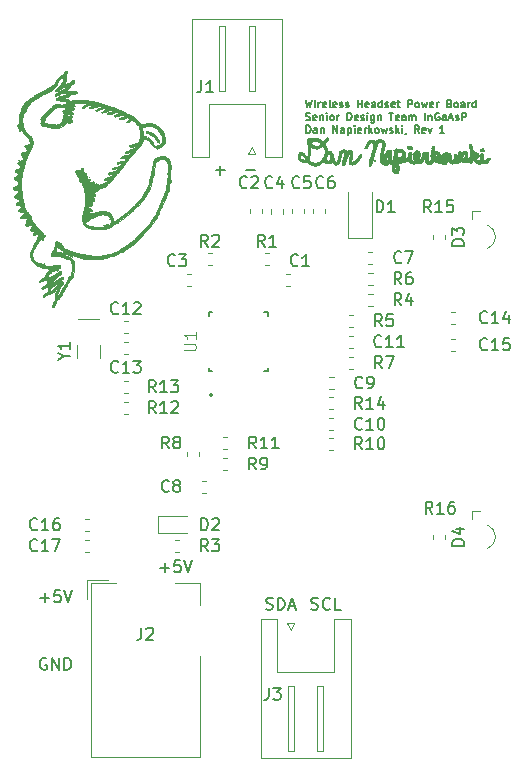
<source format=gbr>
G04 #@! TF.GenerationSoftware,KiCad,Pcbnew,(5.1.5)-2*
G04 #@! TF.CreationDate,2021-03-05T16:55:26-06:00*
G04 #@! TF.ProjectId,WirelessHeadsetPowerBoard,57697265-6c65-4737-9348-656164736574,rev?*
G04 #@! TF.SameCoordinates,Original*
G04 #@! TF.FileFunction,Legend,Top*
G04 #@! TF.FilePolarity,Positive*
%FSLAX46Y46*%
G04 Gerber Fmt 4.6, Leading zero omitted, Abs format (unit mm)*
G04 Created by KiCad (PCBNEW (5.1.5)-2) date 2021-03-05 16:55:26*
%MOMM*%
%LPD*%
G04 APERTURE LIST*
%ADD10C,0.150000*%
%ADD11C,0.127000*%
%ADD12C,0.200000*%
%ADD13C,0.010000*%
%ADD14C,0.120000*%
%ADD15C,0.015000*%
G04 APERTURE END LIST*
D10*
X150114047Y-121356428D02*
X150875952Y-121356428D01*
X147574047Y-121356428D02*
X148335952Y-121356428D01*
X147955000Y-121737380D02*
X147955000Y-120975476D01*
X142859285Y-155011428D02*
X143621190Y-155011428D01*
X143240238Y-155392380D02*
X143240238Y-154630476D01*
X144573571Y-154392380D02*
X144097380Y-154392380D01*
X144049761Y-154868571D01*
X144097380Y-154820952D01*
X144192619Y-154773333D01*
X144430714Y-154773333D01*
X144525952Y-154820952D01*
X144573571Y-154868571D01*
X144621190Y-154963809D01*
X144621190Y-155201904D01*
X144573571Y-155297142D01*
X144525952Y-155344761D01*
X144430714Y-155392380D01*
X144192619Y-155392380D01*
X144097380Y-155344761D01*
X144049761Y-155297142D01*
X144906904Y-154392380D02*
X145240238Y-155392380D01*
X145573571Y-154392380D01*
X133223095Y-162695000D02*
X133127857Y-162647380D01*
X132985000Y-162647380D01*
X132842142Y-162695000D01*
X132746904Y-162790238D01*
X132699285Y-162885476D01*
X132651666Y-163075952D01*
X132651666Y-163218809D01*
X132699285Y-163409285D01*
X132746904Y-163504523D01*
X132842142Y-163599761D01*
X132985000Y-163647380D01*
X133080238Y-163647380D01*
X133223095Y-163599761D01*
X133270714Y-163552142D01*
X133270714Y-163218809D01*
X133080238Y-163218809D01*
X133699285Y-163647380D02*
X133699285Y-162647380D01*
X134270714Y-163647380D01*
X134270714Y-162647380D01*
X134746904Y-163647380D02*
X134746904Y-162647380D01*
X134985000Y-162647380D01*
X135127857Y-162695000D01*
X135223095Y-162790238D01*
X135270714Y-162885476D01*
X135318333Y-163075952D01*
X135318333Y-163218809D01*
X135270714Y-163409285D01*
X135223095Y-163504523D01*
X135127857Y-163599761D01*
X134985000Y-163647380D01*
X134746904Y-163647380D01*
X132699285Y-157551428D02*
X133461190Y-157551428D01*
X133080238Y-157932380D02*
X133080238Y-157170476D01*
X134413571Y-156932380D02*
X133937380Y-156932380D01*
X133889761Y-157408571D01*
X133937380Y-157360952D01*
X134032619Y-157313333D01*
X134270714Y-157313333D01*
X134365952Y-157360952D01*
X134413571Y-157408571D01*
X134461190Y-157503809D01*
X134461190Y-157741904D01*
X134413571Y-157837142D01*
X134365952Y-157884761D01*
X134270714Y-157932380D01*
X134032619Y-157932380D01*
X133937380Y-157884761D01*
X133889761Y-157837142D01*
X134746904Y-156932380D02*
X135080238Y-157932380D01*
X135413571Y-156932380D01*
X155654523Y-158519761D02*
X155797380Y-158567380D01*
X156035476Y-158567380D01*
X156130714Y-158519761D01*
X156178333Y-158472142D01*
X156225952Y-158376904D01*
X156225952Y-158281666D01*
X156178333Y-158186428D01*
X156130714Y-158138809D01*
X156035476Y-158091190D01*
X155845000Y-158043571D01*
X155749761Y-157995952D01*
X155702142Y-157948333D01*
X155654523Y-157853095D01*
X155654523Y-157757857D01*
X155702142Y-157662619D01*
X155749761Y-157615000D01*
X155845000Y-157567380D01*
X156083095Y-157567380D01*
X156225952Y-157615000D01*
X157225952Y-158472142D02*
X157178333Y-158519761D01*
X157035476Y-158567380D01*
X156940238Y-158567380D01*
X156797380Y-158519761D01*
X156702142Y-158424523D01*
X156654523Y-158329285D01*
X156606904Y-158138809D01*
X156606904Y-157995952D01*
X156654523Y-157805476D01*
X156702142Y-157710238D01*
X156797380Y-157615000D01*
X156940238Y-157567380D01*
X157035476Y-157567380D01*
X157178333Y-157615000D01*
X157225952Y-157662619D01*
X158130714Y-158567380D02*
X157654523Y-158567380D01*
X157654523Y-157567380D01*
X151820714Y-158519761D02*
X151963571Y-158567380D01*
X152201666Y-158567380D01*
X152296904Y-158519761D01*
X152344523Y-158472142D01*
X152392142Y-158376904D01*
X152392142Y-158281666D01*
X152344523Y-158186428D01*
X152296904Y-158138809D01*
X152201666Y-158091190D01*
X152011190Y-158043571D01*
X151915952Y-157995952D01*
X151868333Y-157948333D01*
X151820714Y-157853095D01*
X151820714Y-157757857D01*
X151868333Y-157662619D01*
X151915952Y-157615000D01*
X152011190Y-157567380D01*
X152249285Y-157567380D01*
X152392142Y-157615000D01*
X152820714Y-158567380D02*
X152820714Y-157567380D01*
X153058809Y-157567380D01*
X153201666Y-157615000D01*
X153296904Y-157710238D01*
X153344523Y-157805476D01*
X153392142Y-157995952D01*
X153392142Y-158138809D01*
X153344523Y-158329285D01*
X153296904Y-158424523D01*
X153201666Y-158519761D01*
X153058809Y-158567380D01*
X152820714Y-158567380D01*
X153773095Y-158281666D02*
X154249285Y-158281666D01*
X153677857Y-158567380D02*
X154011190Y-157567380D01*
X154344523Y-158567380D01*
D11*
X155176764Y-115412761D02*
X155327954Y-116047761D01*
X155448907Y-115594190D01*
X155569859Y-116047761D01*
X155721050Y-115412761D01*
X155962954Y-116047761D02*
X155962954Y-115624428D01*
X155962954Y-115412761D02*
X155932716Y-115443000D01*
X155962954Y-115473238D01*
X155993192Y-115443000D01*
X155962954Y-115412761D01*
X155962954Y-115473238D01*
X156265335Y-116047761D02*
X156265335Y-115624428D01*
X156265335Y-115745380D02*
X156295573Y-115684904D01*
X156325811Y-115654666D01*
X156386288Y-115624428D01*
X156446764Y-115624428D01*
X156900335Y-116017523D02*
X156839859Y-116047761D01*
X156718907Y-116047761D01*
X156658430Y-116017523D01*
X156628192Y-115957047D01*
X156628192Y-115715142D01*
X156658430Y-115654666D01*
X156718907Y-115624428D01*
X156839859Y-115624428D01*
X156900335Y-115654666D01*
X156930573Y-115715142D01*
X156930573Y-115775619D01*
X156628192Y-115836095D01*
X157293430Y-116047761D02*
X157232954Y-116017523D01*
X157202716Y-115957047D01*
X157202716Y-115412761D01*
X157777240Y-116017523D02*
X157716764Y-116047761D01*
X157595811Y-116047761D01*
X157535335Y-116017523D01*
X157505097Y-115957047D01*
X157505097Y-115715142D01*
X157535335Y-115654666D01*
X157595811Y-115624428D01*
X157716764Y-115624428D01*
X157777240Y-115654666D01*
X157807478Y-115715142D01*
X157807478Y-115775619D01*
X157505097Y-115836095D01*
X158049383Y-116017523D02*
X158109859Y-116047761D01*
X158230811Y-116047761D01*
X158291288Y-116017523D01*
X158321526Y-115957047D01*
X158321526Y-115926809D01*
X158291288Y-115866333D01*
X158230811Y-115836095D01*
X158140097Y-115836095D01*
X158079621Y-115805857D01*
X158049383Y-115745380D01*
X158049383Y-115715142D01*
X158079621Y-115654666D01*
X158140097Y-115624428D01*
X158230811Y-115624428D01*
X158291288Y-115654666D01*
X158563430Y-116017523D02*
X158623907Y-116047761D01*
X158744859Y-116047761D01*
X158805335Y-116017523D01*
X158835573Y-115957047D01*
X158835573Y-115926809D01*
X158805335Y-115866333D01*
X158744859Y-115836095D01*
X158654145Y-115836095D01*
X158593669Y-115805857D01*
X158563430Y-115745380D01*
X158563430Y-115715142D01*
X158593669Y-115654666D01*
X158654145Y-115624428D01*
X158744859Y-115624428D01*
X158805335Y-115654666D01*
X159591526Y-116047761D02*
X159591526Y-115412761D01*
X159591526Y-115715142D02*
X159954383Y-115715142D01*
X159954383Y-116047761D02*
X159954383Y-115412761D01*
X160498669Y-116017523D02*
X160438192Y-116047761D01*
X160317240Y-116047761D01*
X160256764Y-116017523D01*
X160226526Y-115957047D01*
X160226526Y-115715142D01*
X160256764Y-115654666D01*
X160317240Y-115624428D01*
X160438192Y-115624428D01*
X160498669Y-115654666D01*
X160528907Y-115715142D01*
X160528907Y-115775619D01*
X160226526Y-115836095D01*
X161073192Y-116047761D02*
X161073192Y-115715142D01*
X161042954Y-115654666D01*
X160982478Y-115624428D01*
X160861526Y-115624428D01*
X160801050Y-115654666D01*
X161073192Y-116017523D02*
X161012716Y-116047761D01*
X160861526Y-116047761D01*
X160801050Y-116017523D01*
X160770811Y-115957047D01*
X160770811Y-115896571D01*
X160801050Y-115836095D01*
X160861526Y-115805857D01*
X161012716Y-115805857D01*
X161073192Y-115775619D01*
X161647716Y-116047761D02*
X161647716Y-115412761D01*
X161647716Y-116017523D02*
X161587240Y-116047761D01*
X161466288Y-116047761D01*
X161405811Y-116017523D01*
X161375573Y-115987285D01*
X161345335Y-115926809D01*
X161345335Y-115745380D01*
X161375573Y-115684904D01*
X161405811Y-115654666D01*
X161466288Y-115624428D01*
X161587240Y-115624428D01*
X161647716Y-115654666D01*
X161919859Y-116017523D02*
X161980335Y-116047761D01*
X162101288Y-116047761D01*
X162161764Y-116017523D01*
X162192002Y-115957047D01*
X162192002Y-115926809D01*
X162161764Y-115866333D01*
X162101288Y-115836095D01*
X162010573Y-115836095D01*
X161950097Y-115805857D01*
X161919859Y-115745380D01*
X161919859Y-115715142D01*
X161950097Y-115654666D01*
X162010573Y-115624428D01*
X162101288Y-115624428D01*
X162161764Y-115654666D01*
X162706050Y-116017523D02*
X162645573Y-116047761D01*
X162524621Y-116047761D01*
X162464145Y-116017523D01*
X162433907Y-115957047D01*
X162433907Y-115715142D01*
X162464145Y-115654666D01*
X162524621Y-115624428D01*
X162645573Y-115624428D01*
X162706050Y-115654666D01*
X162736288Y-115715142D01*
X162736288Y-115775619D01*
X162433907Y-115836095D01*
X162917716Y-115624428D02*
X163159621Y-115624428D01*
X163008430Y-115412761D02*
X163008430Y-115957047D01*
X163038669Y-116017523D01*
X163099145Y-116047761D01*
X163159621Y-116047761D01*
X163855097Y-116047761D02*
X163855097Y-115412761D01*
X164097002Y-115412761D01*
X164157478Y-115443000D01*
X164187716Y-115473238D01*
X164217954Y-115533714D01*
X164217954Y-115624428D01*
X164187716Y-115684904D01*
X164157478Y-115715142D01*
X164097002Y-115745380D01*
X163855097Y-115745380D01*
X164580811Y-116047761D02*
X164520335Y-116017523D01*
X164490097Y-115987285D01*
X164459859Y-115926809D01*
X164459859Y-115745380D01*
X164490097Y-115684904D01*
X164520335Y-115654666D01*
X164580811Y-115624428D01*
X164671526Y-115624428D01*
X164732002Y-115654666D01*
X164762240Y-115684904D01*
X164792478Y-115745380D01*
X164792478Y-115926809D01*
X164762240Y-115987285D01*
X164732002Y-116017523D01*
X164671526Y-116047761D01*
X164580811Y-116047761D01*
X165004145Y-115624428D02*
X165125097Y-116047761D01*
X165246050Y-115745380D01*
X165367002Y-116047761D01*
X165487954Y-115624428D01*
X165971764Y-116017523D02*
X165911288Y-116047761D01*
X165790335Y-116047761D01*
X165729859Y-116017523D01*
X165699621Y-115957047D01*
X165699621Y-115715142D01*
X165729859Y-115654666D01*
X165790335Y-115624428D01*
X165911288Y-115624428D01*
X165971764Y-115654666D01*
X166002002Y-115715142D01*
X166002002Y-115775619D01*
X165699621Y-115836095D01*
X166274145Y-116047761D02*
X166274145Y-115624428D01*
X166274145Y-115745380D02*
X166304383Y-115684904D01*
X166334621Y-115654666D01*
X166395097Y-115624428D01*
X166455573Y-115624428D01*
X167362716Y-115715142D02*
X167453430Y-115745380D01*
X167483669Y-115775619D01*
X167513907Y-115836095D01*
X167513907Y-115926809D01*
X167483669Y-115987285D01*
X167453430Y-116017523D01*
X167392954Y-116047761D01*
X167151050Y-116047761D01*
X167151050Y-115412761D01*
X167362716Y-115412761D01*
X167423192Y-115443000D01*
X167453430Y-115473238D01*
X167483669Y-115533714D01*
X167483669Y-115594190D01*
X167453430Y-115654666D01*
X167423192Y-115684904D01*
X167362716Y-115715142D01*
X167151050Y-115715142D01*
X167876764Y-116047761D02*
X167816288Y-116017523D01*
X167786050Y-115987285D01*
X167755811Y-115926809D01*
X167755811Y-115745380D01*
X167786050Y-115684904D01*
X167816288Y-115654666D01*
X167876764Y-115624428D01*
X167967478Y-115624428D01*
X168027954Y-115654666D01*
X168058192Y-115684904D01*
X168088430Y-115745380D01*
X168088430Y-115926809D01*
X168058192Y-115987285D01*
X168027954Y-116017523D01*
X167967478Y-116047761D01*
X167876764Y-116047761D01*
X168632716Y-116047761D02*
X168632716Y-115715142D01*
X168602478Y-115654666D01*
X168542002Y-115624428D01*
X168421050Y-115624428D01*
X168360573Y-115654666D01*
X168632716Y-116017523D02*
X168572240Y-116047761D01*
X168421050Y-116047761D01*
X168360573Y-116017523D01*
X168330335Y-115957047D01*
X168330335Y-115896571D01*
X168360573Y-115836095D01*
X168421050Y-115805857D01*
X168572240Y-115805857D01*
X168632716Y-115775619D01*
X168935097Y-116047761D02*
X168935097Y-115624428D01*
X168935097Y-115745380D02*
X168965335Y-115684904D01*
X168995573Y-115654666D01*
X169056050Y-115624428D01*
X169116526Y-115624428D01*
X169600335Y-116047761D02*
X169600335Y-115412761D01*
X169600335Y-116017523D02*
X169539859Y-116047761D01*
X169418907Y-116047761D01*
X169358430Y-116017523D01*
X169328192Y-115987285D01*
X169297954Y-115926809D01*
X169297954Y-115745380D01*
X169328192Y-115684904D01*
X169358430Y-115654666D01*
X169418907Y-115624428D01*
X169539859Y-115624428D01*
X169600335Y-115654666D01*
X155207002Y-117097023D02*
X155297716Y-117127261D01*
X155448907Y-117127261D01*
X155509383Y-117097023D01*
X155539621Y-117066785D01*
X155569859Y-117006309D01*
X155569859Y-116945833D01*
X155539621Y-116885357D01*
X155509383Y-116855119D01*
X155448907Y-116824880D01*
X155327954Y-116794642D01*
X155267478Y-116764404D01*
X155237240Y-116734166D01*
X155207002Y-116673690D01*
X155207002Y-116613214D01*
X155237240Y-116552738D01*
X155267478Y-116522500D01*
X155327954Y-116492261D01*
X155479145Y-116492261D01*
X155569859Y-116522500D01*
X156083907Y-117097023D02*
X156023430Y-117127261D01*
X155902478Y-117127261D01*
X155842002Y-117097023D01*
X155811764Y-117036547D01*
X155811764Y-116794642D01*
X155842002Y-116734166D01*
X155902478Y-116703928D01*
X156023430Y-116703928D01*
X156083907Y-116734166D01*
X156114145Y-116794642D01*
X156114145Y-116855119D01*
X155811764Y-116915595D01*
X156386288Y-116703928D02*
X156386288Y-117127261D01*
X156386288Y-116764404D02*
X156416526Y-116734166D01*
X156477002Y-116703928D01*
X156567716Y-116703928D01*
X156628192Y-116734166D01*
X156658430Y-116794642D01*
X156658430Y-117127261D01*
X156960811Y-117127261D02*
X156960811Y-116703928D01*
X156960811Y-116492261D02*
X156930573Y-116522500D01*
X156960811Y-116552738D01*
X156991050Y-116522500D01*
X156960811Y-116492261D01*
X156960811Y-116552738D01*
X157353907Y-117127261D02*
X157293430Y-117097023D01*
X157263192Y-117066785D01*
X157232954Y-117006309D01*
X157232954Y-116824880D01*
X157263192Y-116764404D01*
X157293430Y-116734166D01*
X157353907Y-116703928D01*
X157444621Y-116703928D01*
X157505097Y-116734166D01*
X157535335Y-116764404D01*
X157565573Y-116824880D01*
X157565573Y-117006309D01*
X157535335Y-117066785D01*
X157505097Y-117097023D01*
X157444621Y-117127261D01*
X157353907Y-117127261D01*
X157837716Y-117127261D02*
X157837716Y-116703928D01*
X157837716Y-116824880D02*
X157867954Y-116764404D01*
X157898192Y-116734166D01*
X157958669Y-116703928D01*
X158019145Y-116703928D01*
X158714621Y-117127261D02*
X158714621Y-116492261D01*
X158865811Y-116492261D01*
X158956526Y-116522500D01*
X159017002Y-116582976D01*
X159047240Y-116643452D01*
X159077478Y-116764404D01*
X159077478Y-116855119D01*
X159047240Y-116976071D01*
X159017002Y-117036547D01*
X158956526Y-117097023D01*
X158865811Y-117127261D01*
X158714621Y-117127261D01*
X159591526Y-117097023D02*
X159531050Y-117127261D01*
X159410097Y-117127261D01*
X159349621Y-117097023D01*
X159319383Y-117036547D01*
X159319383Y-116794642D01*
X159349621Y-116734166D01*
X159410097Y-116703928D01*
X159531050Y-116703928D01*
X159591526Y-116734166D01*
X159621764Y-116794642D01*
X159621764Y-116855119D01*
X159319383Y-116915595D01*
X159863669Y-117097023D02*
X159924145Y-117127261D01*
X160045097Y-117127261D01*
X160105573Y-117097023D01*
X160135811Y-117036547D01*
X160135811Y-117006309D01*
X160105573Y-116945833D01*
X160045097Y-116915595D01*
X159954383Y-116915595D01*
X159893907Y-116885357D01*
X159863669Y-116824880D01*
X159863669Y-116794642D01*
X159893907Y-116734166D01*
X159954383Y-116703928D01*
X160045097Y-116703928D01*
X160105573Y-116734166D01*
X160407954Y-117127261D02*
X160407954Y-116703928D01*
X160407954Y-116492261D02*
X160377716Y-116522500D01*
X160407954Y-116552738D01*
X160438192Y-116522500D01*
X160407954Y-116492261D01*
X160407954Y-116552738D01*
X160982478Y-116703928D02*
X160982478Y-117217976D01*
X160952240Y-117278452D01*
X160922002Y-117308690D01*
X160861526Y-117338928D01*
X160770811Y-117338928D01*
X160710335Y-117308690D01*
X160982478Y-117097023D02*
X160922002Y-117127261D01*
X160801050Y-117127261D01*
X160740573Y-117097023D01*
X160710335Y-117066785D01*
X160680097Y-117006309D01*
X160680097Y-116824880D01*
X160710335Y-116764404D01*
X160740573Y-116734166D01*
X160801050Y-116703928D01*
X160922002Y-116703928D01*
X160982478Y-116734166D01*
X161284859Y-116703928D02*
X161284859Y-117127261D01*
X161284859Y-116764404D02*
X161315097Y-116734166D01*
X161375573Y-116703928D01*
X161466288Y-116703928D01*
X161526764Y-116734166D01*
X161557002Y-116794642D01*
X161557002Y-117127261D01*
X162252478Y-116492261D02*
X162615335Y-116492261D01*
X162433907Y-117127261D02*
X162433907Y-116492261D01*
X163068907Y-117097023D02*
X163008430Y-117127261D01*
X162887478Y-117127261D01*
X162827002Y-117097023D01*
X162796764Y-117036547D01*
X162796764Y-116794642D01*
X162827002Y-116734166D01*
X162887478Y-116703928D01*
X163008430Y-116703928D01*
X163068907Y-116734166D01*
X163099145Y-116794642D01*
X163099145Y-116855119D01*
X162796764Y-116915595D01*
X163643430Y-117127261D02*
X163643430Y-116794642D01*
X163613192Y-116734166D01*
X163552716Y-116703928D01*
X163431764Y-116703928D01*
X163371288Y-116734166D01*
X163643430Y-117097023D02*
X163582954Y-117127261D01*
X163431764Y-117127261D01*
X163371288Y-117097023D01*
X163341050Y-117036547D01*
X163341050Y-116976071D01*
X163371288Y-116915595D01*
X163431764Y-116885357D01*
X163582954Y-116885357D01*
X163643430Y-116855119D01*
X163945811Y-117127261D02*
X163945811Y-116703928D01*
X163945811Y-116764404D02*
X163976050Y-116734166D01*
X164036526Y-116703928D01*
X164127240Y-116703928D01*
X164187716Y-116734166D01*
X164217954Y-116794642D01*
X164217954Y-117127261D01*
X164217954Y-116794642D02*
X164248192Y-116734166D01*
X164308669Y-116703928D01*
X164399383Y-116703928D01*
X164459859Y-116734166D01*
X164490097Y-116794642D01*
X164490097Y-117127261D01*
X165276288Y-117127261D02*
X165276288Y-116492261D01*
X165578669Y-116703928D02*
X165578669Y-117127261D01*
X165578669Y-116764404D02*
X165608907Y-116734166D01*
X165669383Y-116703928D01*
X165760097Y-116703928D01*
X165820573Y-116734166D01*
X165850811Y-116794642D01*
X165850811Y-117127261D01*
X166485811Y-116522500D02*
X166425335Y-116492261D01*
X166334621Y-116492261D01*
X166243907Y-116522500D01*
X166183430Y-116582976D01*
X166153192Y-116643452D01*
X166122954Y-116764404D01*
X166122954Y-116855119D01*
X166153192Y-116976071D01*
X166183430Y-117036547D01*
X166243907Y-117097023D01*
X166334621Y-117127261D01*
X166395097Y-117127261D01*
X166485811Y-117097023D01*
X166516050Y-117066785D01*
X166516050Y-116855119D01*
X166395097Y-116855119D01*
X167060335Y-117127261D02*
X167060335Y-116794642D01*
X167030097Y-116734166D01*
X166969621Y-116703928D01*
X166848669Y-116703928D01*
X166788192Y-116734166D01*
X167060335Y-117097023D02*
X166999859Y-117127261D01*
X166848669Y-117127261D01*
X166788192Y-117097023D01*
X166757954Y-117036547D01*
X166757954Y-116976071D01*
X166788192Y-116915595D01*
X166848669Y-116885357D01*
X166999859Y-116885357D01*
X167060335Y-116855119D01*
X167332478Y-116945833D02*
X167634859Y-116945833D01*
X167272002Y-117127261D02*
X167483669Y-116492261D01*
X167695335Y-117127261D01*
X167876764Y-117097023D02*
X167937240Y-117127261D01*
X168058192Y-117127261D01*
X168118669Y-117097023D01*
X168148907Y-117036547D01*
X168148907Y-117006309D01*
X168118669Y-116945833D01*
X168058192Y-116915595D01*
X167967478Y-116915595D01*
X167907002Y-116885357D01*
X167876764Y-116824880D01*
X167876764Y-116794642D01*
X167907002Y-116734166D01*
X167967478Y-116703928D01*
X168058192Y-116703928D01*
X168118669Y-116734166D01*
X168421050Y-117127261D02*
X168421050Y-116492261D01*
X168662954Y-116492261D01*
X168723430Y-116522500D01*
X168753669Y-116552738D01*
X168783907Y-116613214D01*
X168783907Y-116703928D01*
X168753669Y-116764404D01*
X168723430Y-116794642D01*
X168662954Y-116824880D01*
X168421050Y-116824880D01*
X155237240Y-118206761D02*
X155237240Y-117571761D01*
X155388430Y-117571761D01*
X155479145Y-117602000D01*
X155539621Y-117662476D01*
X155569859Y-117722952D01*
X155600097Y-117843904D01*
X155600097Y-117934619D01*
X155569859Y-118055571D01*
X155539621Y-118116047D01*
X155479145Y-118176523D01*
X155388430Y-118206761D01*
X155237240Y-118206761D01*
X156144383Y-118206761D02*
X156144383Y-117874142D01*
X156114145Y-117813666D01*
X156053669Y-117783428D01*
X155932716Y-117783428D01*
X155872240Y-117813666D01*
X156144383Y-118176523D02*
X156083907Y-118206761D01*
X155932716Y-118206761D01*
X155872240Y-118176523D01*
X155842002Y-118116047D01*
X155842002Y-118055571D01*
X155872240Y-117995095D01*
X155932716Y-117964857D01*
X156083907Y-117964857D01*
X156144383Y-117934619D01*
X156446764Y-117783428D02*
X156446764Y-118206761D01*
X156446764Y-117843904D02*
X156477002Y-117813666D01*
X156537478Y-117783428D01*
X156628192Y-117783428D01*
X156688669Y-117813666D01*
X156718907Y-117874142D01*
X156718907Y-118206761D01*
X157505097Y-118206761D02*
X157505097Y-117571761D01*
X157867954Y-118206761D01*
X157867954Y-117571761D01*
X158442478Y-118206761D02*
X158442478Y-117874142D01*
X158412240Y-117813666D01*
X158351764Y-117783428D01*
X158230811Y-117783428D01*
X158170335Y-117813666D01*
X158442478Y-118176523D02*
X158382002Y-118206761D01*
X158230811Y-118206761D01*
X158170335Y-118176523D01*
X158140097Y-118116047D01*
X158140097Y-118055571D01*
X158170335Y-117995095D01*
X158230811Y-117964857D01*
X158382002Y-117964857D01*
X158442478Y-117934619D01*
X158744859Y-117783428D02*
X158744859Y-118418428D01*
X158744859Y-117813666D02*
X158805335Y-117783428D01*
X158926288Y-117783428D01*
X158986764Y-117813666D01*
X159017002Y-117843904D01*
X159047240Y-117904380D01*
X159047240Y-118085809D01*
X159017002Y-118146285D01*
X158986764Y-118176523D01*
X158926288Y-118206761D01*
X158805335Y-118206761D01*
X158744859Y-118176523D01*
X159319383Y-118206761D02*
X159319383Y-117783428D01*
X159319383Y-117571761D02*
X159289145Y-117602000D01*
X159319383Y-117632238D01*
X159349621Y-117602000D01*
X159319383Y-117571761D01*
X159319383Y-117632238D01*
X159863669Y-118176523D02*
X159803192Y-118206761D01*
X159682240Y-118206761D01*
X159621764Y-118176523D01*
X159591526Y-118116047D01*
X159591526Y-117874142D01*
X159621764Y-117813666D01*
X159682240Y-117783428D01*
X159803192Y-117783428D01*
X159863669Y-117813666D01*
X159893907Y-117874142D01*
X159893907Y-117934619D01*
X159591526Y-117995095D01*
X160166050Y-118206761D02*
X160166050Y-117783428D01*
X160166050Y-117904380D02*
X160196288Y-117843904D01*
X160226526Y-117813666D01*
X160287002Y-117783428D01*
X160347478Y-117783428D01*
X160559145Y-118206761D02*
X160559145Y-117571761D01*
X160619621Y-117964857D02*
X160801050Y-118206761D01*
X160801050Y-117783428D02*
X160559145Y-118025333D01*
X161163907Y-118206761D02*
X161103430Y-118176523D01*
X161073192Y-118146285D01*
X161042954Y-118085809D01*
X161042954Y-117904380D01*
X161073192Y-117843904D01*
X161103430Y-117813666D01*
X161163907Y-117783428D01*
X161254621Y-117783428D01*
X161315097Y-117813666D01*
X161345335Y-117843904D01*
X161375573Y-117904380D01*
X161375573Y-118085809D01*
X161345335Y-118146285D01*
X161315097Y-118176523D01*
X161254621Y-118206761D01*
X161163907Y-118206761D01*
X161587240Y-117783428D02*
X161708192Y-118206761D01*
X161829145Y-117904380D01*
X161950097Y-118206761D01*
X162071050Y-117783428D01*
X162282716Y-118176523D02*
X162343192Y-118206761D01*
X162464145Y-118206761D01*
X162524621Y-118176523D01*
X162554859Y-118116047D01*
X162554859Y-118085809D01*
X162524621Y-118025333D01*
X162464145Y-117995095D01*
X162373430Y-117995095D01*
X162312954Y-117964857D01*
X162282716Y-117904380D01*
X162282716Y-117874142D01*
X162312954Y-117813666D01*
X162373430Y-117783428D01*
X162464145Y-117783428D01*
X162524621Y-117813666D01*
X162827002Y-118206761D02*
X162827002Y-117571761D01*
X162887478Y-117964857D02*
X163068907Y-118206761D01*
X163068907Y-117783428D02*
X162827002Y-118025333D01*
X163341050Y-118206761D02*
X163341050Y-117783428D01*
X163341050Y-117571761D02*
X163310811Y-117602000D01*
X163341050Y-117632238D01*
X163371288Y-117602000D01*
X163341050Y-117571761D01*
X163341050Y-117632238D01*
X163673669Y-118176523D02*
X163673669Y-118206761D01*
X163643430Y-118267238D01*
X163613192Y-118297476D01*
X164792478Y-118206761D02*
X164580811Y-117904380D01*
X164429621Y-118206761D02*
X164429621Y-117571761D01*
X164671526Y-117571761D01*
X164732002Y-117602000D01*
X164762240Y-117632238D01*
X164792478Y-117692714D01*
X164792478Y-117783428D01*
X164762240Y-117843904D01*
X164732002Y-117874142D01*
X164671526Y-117904380D01*
X164429621Y-117904380D01*
X165306526Y-118176523D02*
X165246050Y-118206761D01*
X165125097Y-118206761D01*
X165064621Y-118176523D01*
X165034383Y-118116047D01*
X165034383Y-117874142D01*
X165064621Y-117813666D01*
X165125097Y-117783428D01*
X165246050Y-117783428D01*
X165306526Y-117813666D01*
X165336764Y-117874142D01*
X165336764Y-117934619D01*
X165034383Y-117995095D01*
X165548430Y-117783428D02*
X165699621Y-118206761D01*
X165850811Y-117783428D01*
X166909145Y-118206761D02*
X166546288Y-118206761D01*
X166727716Y-118206761D02*
X166727716Y-117571761D01*
X166667240Y-117662476D01*
X166606764Y-117722952D01*
X166546288Y-117753190D01*
X146979000Y-138390000D02*
X147279000Y-138390000D01*
X146979000Y-138090000D02*
X146979000Y-138390000D01*
X146979000Y-133390000D02*
X146979000Y-133690000D01*
X147279000Y-133390000D02*
X146979000Y-133390000D01*
X151979000Y-133390000D02*
X151679000Y-133390000D01*
X151979000Y-133690000D02*
X151979000Y-133390000D01*
D12*
X147259000Y-140390000D02*
G75*
G03X147259000Y-140390000I-100000J0D01*
G01*
D11*
X151979000Y-138390000D02*
X151979000Y-138090000D01*
X151679000Y-138390000D02*
X151979000Y-138390000D01*
D13*
G36*
X155800892Y-118840322D02*
G01*
X155804963Y-118848777D01*
X155804004Y-118851321D01*
X155797193Y-118857577D01*
X155793860Y-118850452D01*
X155793722Y-118846890D01*
X155797193Y-118839623D01*
X155800892Y-118840322D01*
G37*
X155800892Y-118840322D02*
X155804963Y-118848777D01*
X155804004Y-118851321D01*
X155797193Y-118857577D01*
X155793860Y-118850452D01*
X155793722Y-118846890D01*
X155797193Y-118839623D01*
X155800892Y-118840322D01*
G36*
X155730222Y-118910806D02*
G01*
X155726694Y-118914334D01*
X155723166Y-118910806D01*
X155726694Y-118907278D01*
X155730222Y-118910806D01*
G37*
X155730222Y-118910806D02*
X155726694Y-118914334D01*
X155723166Y-118910806D01*
X155726694Y-118907278D01*
X155730222Y-118910806D01*
G36*
X154714141Y-120288570D02*
G01*
X154714222Y-120290167D01*
X154708798Y-120296951D01*
X154706750Y-120297223D01*
X154702536Y-120292900D01*
X154703639Y-120290167D01*
X154709979Y-120283436D01*
X154711110Y-120283112D01*
X154714141Y-120288570D01*
G37*
X154714141Y-120288570D02*
X154714222Y-120290167D01*
X154708798Y-120296951D01*
X154706750Y-120297223D01*
X154702536Y-120292900D01*
X154703639Y-120290167D01*
X154709979Y-120283436D01*
X154711110Y-120283112D01*
X154714141Y-120288570D01*
G36*
X156962592Y-120518297D02*
G01*
X156961624Y-120522491D01*
X156957889Y-120523000D01*
X156952081Y-120520419D01*
X156953185Y-120518297D01*
X156961558Y-120517452D01*
X156962592Y-120518297D01*
G37*
X156962592Y-120518297D02*
X156961624Y-120522491D01*
X156957889Y-120523000D01*
X156952081Y-120520419D01*
X156953185Y-120518297D01*
X156961558Y-120517452D01*
X156962592Y-120518297D01*
G36*
X155480926Y-120391297D02*
G01*
X155479957Y-120395491D01*
X155476222Y-120396000D01*
X155470414Y-120393419D01*
X155471518Y-120391297D01*
X155479891Y-120390452D01*
X155480926Y-120391297D01*
G37*
X155480926Y-120391297D02*
X155479957Y-120395491D01*
X155476222Y-120396000D01*
X155470414Y-120393419D01*
X155471518Y-120391297D01*
X155479891Y-120390452D01*
X155480926Y-120391297D01*
G36*
X164514389Y-120156772D02*
G01*
X164520304Y-120161970D01*
X164528500Y-120163167D01*
X164539956Y-120166607D01*
X164542611Y-120171399D01*
X164539815Y-120176182D01*
X164538035Y-120175055D01*
X164530712Y-120176251D01*
X164521262Y-120184544D01*
X164512188Y-120193779D01*
X164505942Y-120192677D01*
X164497615Y-120181136D01*
X164488582Y-120166367D01*
X164487862Y-120159128D01*
X164495863Y-120155259D01*
X164500277Y-120154067D01*
X164511528Y-120153671D01*
X164514389Y-120156772D01*
G37*
X164514389Y-120156772D02*
X164520304Y-120161970D01*
X164528500Y-120163167D01*
X164539956Y-120166607D01*
X164542611Y-120171399D01*
X164539815Y-120176182D01*
X164538035Y-120175055D01*
X164530712Y-120176251D01*
X164521262Y-120184544D01*
X164512188Y-120193779D01*
X164505942Y-120192677D01*
X164497615Y-120181136D01*
X164488582Y-120166367D01*
X164487862Y-120159128D01*
X164495863Y-120155259D01*
X164500277Y-120154067D01*
X164511528Y-120153671D01*
X164514389Y-120156772D01*
G36*
X164514389Y-120230195D02*
G01*
X164510861Y-120233723D01*
X164507333Y-120230195D01*
X164510861Y-120226667D01*
X164514389Y-120230195D01*
G37*
X164514389Y-120230195D02*
X164510861Y-120233723D01*
X164507333Y-120230195D01*
X164510861Y-120226667D01*
X164514389Y-120230195D01*
G36*
X168599555Y-120286639D02*
G01*
X168596027Y-120290167D01*
X168592500Y-120286639D01*
X168596027Y-120283112D01*
X168599555Y-120286639D01*
G37*
X168599555Y-120286639D02*
X168596027Y-120290167D01*
X168592500Y-120286639D01*
X168596027Y-120283112D01*
X168599555Y-120286639D01*
G36*
X156901444Y-118960195D02*
G01*
X156897916Y-118963723D01*
X156894389Y-118960195D01*
X156897916Y-118956667D01*
X156901444Y-118960195D01*
G37*
X156901444Y-118960195D02*
X156897916Y-118963723D01*
X156894389Y-118960195D01*
X156897916Y-118956667D01*
X156901444Y-118960195D01*
G36*
X161325277Y-119066028D02*
G01*
X161321750Y-119069556D01*
X161318222Y-119066028D01*
X161321750Y-119062500D01*
X161325277Y-119066028D01*
G37*
X161325277Y-119066028D02*
X161321750Y-119069556D01*
X161318222Y-119066028D01*
X161321750Y-119062500D01*
X161325277Y-119066028D01*
G36*
X169008777Y-119404695D02*
G01*
X169005250Y-119408223D01*
X169001722Y-119404695D01*
X169005250Y-119401167D01*
X169008777Y-119404695D01*
G37*
X169008777Y-119404695D02*
X169005250Y-119408223D01*
X169001722Y-119404695D01*
X169005250Y-119401167D01*
X169008777Y-119404695D01*
G36*
X163858456Y-119302166D02*
G01*
X163862461Y-119302389D01*
X163869392Y-119306874D01*
X163868408Y-119319098D01*
X163869988Y-119336626D01*
X163881507Y-119350405D01*
X163898948Y-119358761D01*
X163918294Y-119360018D01*
X163935525Y-119352502D01*
X163939361Y-119348671D01*
X163957604Y-119332407D01*
X163981894Y-119317309D01*
X164006732Y-119306326D01*
X164025665Y-119302389D01*
X164041328Y-119304053D01*
X164048649Y-119308109D01*
X164048722Y-119308604D01*
X164054529Y-119314801D01*
X164069637Y-119324696D01*
X164087527Y-119334452D01*
X164107935Y-119346110D01*
X164121991Y-119356687D01*
X164126333Y-119362943D01*
X164130017Y-119376797D01*
X164138876Y-119393519D01*
X164149626Y-119407996D01*
X164158980Y-119415115D01*
X164159942Y-119415234D01*
X164164664Y-119418272D01*
X164162709Y-119429168D01*
X164158408Y-119440283D01*
X164152401Y-119457850D01*
X164153504Y-119466598D01*
X164156550Y-119468637D01*
X164161880Y-119477224D01*
X164165771Y-119495787D01*
X164166952Y-119509459D01*
X164167299Y-119531714D01*
X164163954Y-119546348D01*
X164154401Y-119559228D01*
X164139739Y-119572988D01*
X164110712Y-119599046D01*
X164033274Y-119597120D01*
X164001925Y-119596209D01*
X163976363Y-119595216D01*
X163959518Y-119594272D01*
X163954246Y-119593611D01*
X163946935Y-119592055D01*
X163930326Y-119589969D01*
X163921314Y-119589054D01*
X163884656Y-119585348D01*
X163859056Y-119581230D01*
X163841531Y-119574909D01*
X163829097Y-119564596D01*
X163818767Y-119548501D01*
X163807559Y-119524834D01*
X163805090Y-119519348D01*
X163796584Y-119502854D01*
X163789705Y-119493609D01*
X163788234Y-119492889D01*
X163782793Y-119486448D01*
X163777498Y-119469567D01*
X163772993Y-119445906D01*
X163769922Y-119419128D01*
X163768928Y-119392895D01*
X163769188Y-119384561D01*
X163771180Y-119360598D01*
X163775769Y-119345161D01*
X163785755Y-119332667D01*
X163802021Y-119319046D01*
X163820617Y-119306278D01*
X163835997Y-119299121D01*
X163842471Y-119298610D01*
X163858456Y-119302166D01*
G37*
X163858456Y-119302166D02*
X163862461Y-119302389D01*
X163869392Y-119306874D01*
X163868408Y-119319098D01*
X163869988Y-119336626D01*
X163881507Y-119350405D01*
X163898948Y-119358761D01*
X163918294Y-119360018D01*
X163935525Y-119352502D01*
X163939361Y-119348671D01*
X163957604Y-119332407D01*
X163981894Y-119317309D01*
X164006732Y-119306326D01*
X164025665Y-119302389D01*
X164041328Y-119304053D01*
X164048649Y-119308109D01*
X164048722Y-119308604D01*
X164054529Y-119314801D01*
X164069637Y-119324696D01*
X164087527Y-119334452D01*
X164107935Y-119346110D01*
X164121991Y-119356687D01*
X164126333Y-119362943D01*
X164130017Y-119376797D01*
X164138876Y-119393519D01*
X164149626Y-119407996D01*
X164158980Y-119415115D01*
X164159942Y-119415234D01*
X164164664Y-119418272D01*
X164162709Y-119429168D01*
X164158408Y-119440283D01*
X164152401Y-119457850D01*
X164153504Y-119466598D01*
X164156550Y-119468637D01*
X164161880Y-119477224D01*
X164165771Y-119495787D01*
X164166952Y-119509459D01*
X164167299Y-119531714D01*
X164163954Y-119546348D01*
X164154401Y-119559228D01*
X164139739Y-119572988D01*
X164110712Y-119599046D01*
X164033274Y-119597120D01*
X164001925Y-119596209D01*
X163976363Y-119595216D01*
X163959518Y-119594272D01*
X163954246Y-119593611D01*
X163946935Y-119592055D01*
X163930326Y-119589969D01*
X163921314Y-119589054D01*
X163884656Y-119585348D01*
X163859056Y-119581230D01*
X163841531Y-119574909D01*
X163829097Y-119564596D01*
X163818767Y-119548501D01*
X163807559Y-119524834D01*
X163805090Y-119519348D01*
X163796584Y-119502854D01*
X163789705Y-119493609D01*
X163788234Y-119492889D01*
X163782793Y-119486448D01*
X163777498Y-119469567D01*
X163772993Y-119445906D01*
X163769922Y-119419128D01*
X163768928Y-119392895D01*
X163769188Y-119384561D01*
X163771180Y-119360598D01*
X163775769Y-119345161D01*
X163785755Y-119332667D01*
X163802021Y-119319046D01*
X163820617Y-119306278D01*
X163835997Y-119299121D01*
X163842471Y-119298610D01*
X163858456Y-119302166D01*
G36*
X169911889Y-119651639D02*
G01*
X169908361Y-119655167D01*
X169904833Y-119651639D01*
X169908361Y-119648112D01*
X169911889Y-119651639D01*
G37*
X169911889Y-119651639D02*
X169908361Y-119655167D01*
X169904833Y-119651639D01*
X169908361Y-119648112D01*
X169911889Y-119651639D01*
G36*
X156972000Y-119658695D02*
G01*
X156968472Y-119662223D01*
X156964944Y-119658695D01*
X156968472Y-119655167D01*
X156972000Y-119658695D01*
G37*
X156972000Y-119658695D02*
X156968472Y-119662223D01*
X156964944Y-119658695D01*
X156968472Y-119655167D01*
X156972000Y-119658695D01*
G36*
X170243500Y-119701028D02*
G01*
X170239972Y-119704556D01*
X170236444Y-119701028D01*
X170239972Y-119697500D01*
X170243500Y-119701028D01*
G37*
X170243500Y-119701028D02*
X170239972Y-119704556D01*
X170236444Y-119701028D01*
X170239972Y-119697500D01*
X170243500Y-119701028D01*
G36*
X169994203Y-119742186D02*
G01*
X169993235Y-119746380D01*
X169989500Y-119746889D01*
X169983692Y-119744308D01*
X169984796Y-119742186D01*
X169993169Y-119741341D01*
X169994203Y-119742186D01*
G37*
X169994203Y-119742186D02*
X169993235Y-119746380D01*
X169989500Y-119746889D01*
X169983692Y-119744308D01*
X169984796Y-119742186D01*
X169993169Y-119741341D01*
X169994203Y-119742186D01*
G36*
X170150601Y-119515180D02*
G01*
X170158556Y-119519433D01*
X170173532Y-119521112D01*
X170189832Y-119524277D01*
X170194111Y-119532062D01*
X170200114Y-119541705D01*
X170214673Y-119550167D01*
X170215753Y-119550557D01*
X170229380Y-119556406D01*
X170234590Y-119564337D01*
X170233748Y-119579405D01*
X170232592Y-119586529D01*
X170230304Y-119604327D01*
X170232144Y-119611385D01*
X170238927Y-119610682D01*
X170239172Y-119610589D01*
X170248884Y-119610625D01*
X170249668Y-119617410D01*
X170243731Y-119623274D01*
X170239883Y-119632538D01*
X170240506Y-119646621D01*
X170239508Y-119661330D01*
X170230456Y-119678518D01*
X170212164Y-119699764D01*
X170183447Y-119726649D01*
X170174918Y-119734077D01*
X170156680Y-119745663D01*
X170133131Y-119755231D01*
X170108242Y-119761862D01*
X170085984Y-119764634D01*
X170070329Y-119762627D01*
X170066062Y-119759304D01*
X170059462Y-119754096D01*
X170051882Y-119759295D01*
X170040174Y-119767395D01*
X170032743Y-119762378D01*
X170029833Y-119754115D01*
X170020835Y-119740795D01*
X170009607Y-119733474D01*
X169991093Y-119725981D01*
X169970097Y-119717470D01*
X169954177Y-119709229D01*
X169947065Y-119701963D01*
X169950465Y-119697818D01*
X169954222Y-119697500D01*
X169961218Y-119694126D01*
X169958558Y-119686901D01*
X169948067Y-119680178D01*
X169946760Y-119679732D01*
X169938769Y-119675610D01*
X169934704Y-119667368D01*
X169933634Y-119651424D01*
X169934265Y-119631632D01*
X169936455Y-119607064D01*
X169940076Y-119587617D01*
X169943491Y-119578981D01*
X169963385Y-119557209D01*
X169979331Y-119547132D01*
X169986826Y-119547110D01*
X169993676Y-119546548D01*
X169992748Y-119540568D01*
X169993483Y-119535663D01*
X170001164Y-119531449D01*
X170017756Y-119527383D01*
X170045222Y-119522928D01*
X170068516Y-119519740D01*
X170100291Y-119516073D01*
X170126485Y-119514021D01*
X170144224Y-119513744D01*
X170150601Y-119515180D01*
G37*
X170150601Y-119515180D02*
X170158556Y-119519433D01*
X170173532Y-119521112D01*
X170189832Y-119524277D01*
X170194111Y-119532062D01*
X170200114Y-119541705D01*
X170214673Y-119550167D01*
X170215753Y-119550557D01*
X170229380Y-119556406D01*
X170234590Y-119564337D01*
X170233748Y-119579405D01*
X170232592Y-119586529D01*
X170230304Y-119604327D01*
X170232144Y-119611385D01*
X170238927Y-119610682D01*
X170239172Y-119610589D01*
X170248884Y-119610625D01*
X170249668Y-119617410D01*
X170243731Y-119623274D01*
X170239883Y-119632538D01*
X170240506Y-119646621D01*
X170239508Y-119661330D01*
X170230456Y-119678518D01*
X170212164Y-119699764D01*
X170183447Y-119726649D01*
X170174918Y-119734077D01*
X170156680Y-119745663D01*
X170133131Y-119755231D01*
X170108242Y-119761862D01*
X170085984Y-119764634D01*
X170070329Y-119762627D01*
X170066062Y-119759304D01*
X170059462Y-119754096D01*
X170051882Y-119759295D01*
X170040174Y-119767395D01*
X170032743Y-119762378D01*
X170029833Y-119754115D01*
X170020835Y-119740795D01*
X170009607Y-119733474D01*
X169991093Y-119725981D01*
X169970097Y-119717470D01*
X169954177Y-119709229D01*
X169947065Y-119701963D01*
X169950465Y-119697818D01*
X169954222Y-119697500D01*
X169961218Y-119694126D01*
X169958558Y-119686901D01*
X169948067Y-119680178D01*
X169946760Y-119679732D01*
X169938769Y-119675610D01*
X169934704Y-119667368D01*
X169933634Y-119651424D01*
X169934265Y-119631632D01*
X169936455Y-119607064D01*
X169940076Y-119587617D01*
X169943491Y-119578981D01*
X169963385Y-119557209D01*
X169979331Y-119547132D01*
X169986826Y-119547110D01*
X169993676Y-119546548D01*
X169992748Y-119540568D01*
X169993483Y-119535663D01*
X170001164Y-119531449D01*
X170017756Y-119527383D01*
X170045222Y-119522928D01*
X170068516Y-119519740D01*
X170100291Y-119516073D01*
X170126485Y-119514021D01*
X170144224Y-119513744D01*
X170150601Y-119515180D01*
G36*
X168091555Y-119828028D02*
G01*
X168088027Y-119831556D01*
X168084500Y-119828028D01*
X168088027Y-119824500D01*
X168091555Y-119828028D01*
G37*
X168091555Y-119828028D02*
X168088027Y-119831556D01*
X168084500Y-119828028D01*
X168088027Y-119824500D01*
X168091555Y-119828028D01*
G36*
X168409055Y-119842139D02*
G01*
X168405527Y-119845667D01*
X168402000Y-119842139D01*
X168405527Y-119838612D01*
X168409055Y-119842139D01*
G37*
X168409055Y-119842139D02*
X168405527Y-119845667D01*
X168402000Y-119842139D01*
X168405527Y-119838612D01*
X168409055Y-119842139D01*
G36*
X161736264Y-119996217D02*
G01*
X161737150Y-119998792D01*
X161727444Y-119999775D01*
X161717428Y-119998666D01*
X161718625Y-119996217D01*
X161733070Y-119995285D01*
X161736264Y-119996217D01*
G37*
X161736264Y-119996217D02*
X161737150Y-119998792D01*
X161727444Y-119999775D01*
X161717428Y-119998666D01*
X161718625Y-119996217D01*
X161733070Y-119995285D01*
X161736264Y-119996217D01*
G36*
X166638030Y-120069848D02*
G01*
X166638111Y-120071445D01*
X166632687Y-120078229D01*
X166630639Y-120078500D01*
X166626425Y-120074178D01*
X166627527Y-120071445D01*
X166633868Y-120064714D01*
X166634999Y-120064389D01*
X166638030Y-120069848D01*
G37*
X166638030Y-120069848D02*
X166638111Y-120071445D01*
X166632687Y-120078229D01*
X166630639Y-120078500D01*
X166626425Y-120074178D01*
X166627527Y-120071445D01*
X166633868Y-120064714D01*
X166634999Y-120064389D01*
X166638030Y-120069848D01*
G36*
X167440092Y-120144352D02*
G01*
X167439124Y-120148547D01*
X167435389Y-120149056D01*
X167429581Y-120146474D01*
X167430685Y-120144352D01*
X167439058Y-120143508D01*
X167440092Y-120144352D01*
G37*
X167440092Y-120144352D02*
X167439124Y-120148547D01*
X167435389Y-120149056D01*
X167429581Y-120146474D01*
X167430685Y-120144352D01*
X167439058Y-120143508D01*
X167440092Y-120144352D01*
G36*
X162418889Y-120230195D02*
G01*
X162415361Y-120233723D01*
X162411833Y-120230195D01*
X162415361Y-120226667D01*
X162418889Y-120230195D01*
G37*
X162418889Y-120230195D02*
X162415361Y-120233723D01*
X162411833Y-120230195D01*
X162415361Y-120226667D01*
X162418889Y-120230195D01*
G36*
X169775435Y-120513236D02*
G01*
X169774305Y-120515945D01*
X169764959Y-120522737D01*
X169762889Y-120523000D01*
X169759064Y-120518653D01*
X169760194Y-120515945D01*
X169769541Y-120509153D01*
X169771610Y-120508889D01*
X169775435Y-120513236D01*
G37*
X169775435Y-120513236D02*
X169774305Y-120515945D01*
X169764959Y-120522737D01*
X169762889Y-120523000D01*
X169759064Y-120518653D01*
X169760194Y-120515945D01*
X169769541Y-120509153D01*
X169771610Y-120508889D01*
X169775435Y-120513236D01*
G36*
X160900535Y-120487727D02*
G01*
X160901682Y-120490561D01*
X160908414Y-120510407D01*
X160908002Y-120519767D01*
X160899062Y-120521036D01*
X160885776Y-120518080D01*
X160876802Y-120511537D01*
X160877749Y-120499496D01*
X160885342Y-120481607D01*
X160893006Y-120477658D01*
X160900535Y-120487727D01*
G37*
X160900535Y-120487727D02*
X160901682Y-120490561D01*
X160908414Y-120510407D01*
X160908002Y-120519767D01*
X160899062Y-120521036D01*
X160885776Y-120518080D01*
X160876802Y-120511537D01*
X160877749Y-120499496D01*
X160885342Y-120481607D01*
X160893006Y-120477658D01*
X160900535Y-120487727D01*
G36*
X169813111Y-120533584D02*
G01*
X169809583Y-120537112D01*
X169806055Y-120533584D01*
X169809583Y-120530056D01*
X169813111Y-120533584D01*
G37*
X169813111Y-120533584D02*
X169809583Y-120537112D01*
X169806055Y-120533584D01*
X169809583Y-120530056D01*
X169813111Y-120533584D01*
G36*
X161010750Y-120511904D02*
G01*
X161014773Y-120523623D01*
X161014833Y-120526528D01*
X161012934Y-120540330D01*
X161005765Y-120543040D01*
X160991112Y-120535201D01*
X160988063Y-120533101D01*
X160977052Y-120521471D01*
X160979412Y-120512846D01*
X160994460Y-120508957D01*
X160997610Y-120508889D01*
X161010750Y-120511904D01*
G37*
X161010750Y-120511904D02*
X161014773Y-120523623D01*
X161014833Y-120526528D01*
X161012934Y-120540330D01*
X161005765Y-120543040D01*
X160991112Y-120535201D01*
X160988063Y-120533101D01*
X160977052Y-120521471D01*
X160979412Y-120512846D01*
X160994460Y-120508957D01*
X160997610Y-120508889D01*
X161010750Y-120511904D01*
G36*
X165993703Y-120673519D02*
G01*
X165992735Y-120677713D01*
X165989000Y-120678223D01*
X165983192Y-120675641D01*
X165984296Y-120673519D01*
X165992669Y-120672674D01*
X165993703Y-120673519D01*
G37*
X165993703Y-120673519D02*
X165992735Y-120677713D01*
X165989000Y-120678223D01*
X165983192Y-120675641D01*
X165984296Y-120673519D01*
X165992669Y-120672674D01*
X165993703Y-120673519D01*
G36*
X155285722Y-120674695D02*
G01*
X155282194Y-120678223D01*
X155278666Y-120674695D01*
X155282194Y-120671167D01*
X155285722Y-120674695D01*
G37*
X155285722Y-120674695D02*
X155282194Y-120678223D01*
X155278666Y-120674695D01*
X155282194Y-120671167D01*
X155285722Y-120674695D01*
G36*
X169700222Y-120787584D02*
G01*
X169696694Y-120791112D01*
X169693166Y-120787584D01*
X169696694Y-120784056D01*
X169700222Y-120787584D01*
G37*
X169700222Y-120787584D02*
X169696694Y-120791112D01*
X169693166Y-120787584D01*
X169696694Y-120784056D01*
X169700222Y-120787584D01*
G36*
X169810759Y-120800519D02*
G01*
X169809790Y-120804713D01*
X169806055Y-120805223D01*
X169800248Y-120802641D01*
X169801351Y-120800519D01*
X169809725Y-120799674D01*
X169810759Y-120800519D01*
G37*
X169810759Y-120800519D02*
X169809790Y-120804713D01*
X169806055Y-120805223D01*
X169800248Y-120802641D01*
X169801351Y-120800519D01*
X169809725Y-120799674D01*
X169810759Y-120800519D01*
G36*
X169747259Y-120800519D02*
G01*
X169746290Y-120804713D01*
X169742555Y-120805223D01*
X169736748Y-120802641D01*
X169737851Y-120800519D01*
X169746225Y-120799674D01*
X169747259Y-120800519D01*
G37*
X169747259Y-120800519D02*
X169746290Y-120804713D01*
X169742555Y-120805223D01*
X169736748Y-120802641D01*
X169737851Y-120800519D01*
X169746225Y-120799674D01*
X169747259Y-120800519D01*
G36*
X156308777Y-120886362D02*
G01*
X156305250Y-120889889D01*
X156301722Y-120886362D01*
X156305250Y-120882834D01*
X156308777Y-120886362D01*
G37*
X156308777Y-120886362D02*
X156305250Y-120889889D01*
X156301722Y-120886362D01*
X156305250Y-120882834D01*
X156308777Y-120886362D01*
G36*
X156125333Y-120953611D02*
G01*
X156119615Y-120959675D01*
X156114750Y-120960445D01*
X156105336Y-120958935D01*
X156104166Y-120957672D01*
X156109683Y-120953122D01*
X156114750Y-120950838D01*
X156123835Y-120950691D01*
X156125333Y-120953611D01*
G37*
X156125333Y-120953611D02*
X156119615Y-120959675D01*
X156114750Y-120960445D01*
X156105336Y-120958935D01*
X156104166Y-120957672D01*
X156109683Y-120953122D01*
X156114750Y-120950838D01*
X156123835Y-120950691D01*
X156125333Y-120953611D01*
G36*
X157005585Y-118577815D02*
G01*
X157026314Y-118587743D01*
X157027972Y-118589306D01*
X157048645Y-118612743D01*
X157058303Y-118631821D01*
X157058082Y-118649362D01*
X157055229Y-118657143D01*
X157050052Y-118672066D01*
X157052818Y-118678851D01*
X157054632Y-118679646D01*
X157059501Y-118686190D01*
X157056060Y-118700734D01*
X157051474Y-118718579D01*
X157051052Y-118730520D01*
X157048197Y-118744254D01*
X157038306Y-118764102D01*
X157024131Y-118786012D01*
X157008423Y-118805935D01*
X156993936Y-118819819D01*
X156988093Y-118823199D01*
X156976778Y-118829940D01*
X156974859Y-118835641D01*
X156973345Y-118844327D01*
X156964922Y-118856053D01*
X156954050Y-118865961D01*
X156945189Y-118869191D01*
X156944376Y-118868843D01*
X156941325Y-118871945D01*
X156942091Y-118882797D01*
X156941905Y-118896477D01*
X156937128Y-118900223D01*
X156931976Y-118904241D01*
X156932902Y-118906806D01*
X156930211Y-118914245D01*
X156918370Y-118924190D01*
X156915104Y-118926209D01*
X156896512Y-118942938D01*
X156879246Y-118968884D01*
X156876034Y-118975284D01*
X156861218Y-119000639D01*
X156846811Y-119014211D01*
X156843217Y-119015622D01*
X156832844Y-119020364D01*
X156835142Y-119027219D01*
X156835889Y-119027990D01*
X156838842Y-119035922D01*
X156831770Y-119046632D01*
X156823420Y-119054487D01*
X156810059Y-119068202D01*
X156802998Y-119079332D01*
X156802666Y-119081122D01*
X156798133Y-119090776D01*
X156796140Y-119091899D01*
X156788953Y-119100035D01*
X156787320Y-119104834D01*
X156781608Y-119117128D01*
X156778915Y-119119869D01*
X156776845Y-119128755D01*
X156779723Y-119136686D01*
X156782984Y-119155245D01*
X156778295Y-119183848D01*
X156771064Y-119207139D01*
X156768753Y-119215764D01*
X156772577Y-119212109D01*
X156772958Y-119211578D01*
X156781750Y-119209096D01*
X156794760Y-119216633D01*
X156809796Y-119231635D01*
X156824665Y-119251550D01*
X156837176Y-119273825D01*
X156845040Y-119295501D01*
X156851266Y-119315454D01*
X156858016Y-119328225D01*
X156861578Y-119330720D01*
X156863808Y-119333732D01*
X156859111Y-119337909D01*
X156852498Y-119344546D01*
X156857350Y-119351647D01*
X156860875Y-119354454D01*
X156870910Y-119366827D01*
X156873222Y-119375086D01*
X156878474Y-119387961D01*
X156885872Y-119395475D01*
X156895809Y-119407899D01*
X156904993Y-119427496D01*
X156907026Y-119433696D01*
X156917127Y-119457921D01*
X156931928Y-119482895D01*
X156936710Y-119489346D01*
X156949144Y-119506160D01*
X156956762Y-119518710D01*
X156957889Y-119522082D01*
X156963806Y-119527029D01*
X156972000Y-119528167D01*
X156983465Y-119531122D01*
X156986111Y-119535223D01*
X156980742Y-119542073D01*
X156979055Y-119542278D01*
X156973695Y-119548300D01*
X156972000Y-119559413D01*
X156968065Y-119576983D01*
X156962069Y-119586478D01*
X156952366Y-119605124D01*
X156949587Y-119631639D01*
X156953225Y-119661900D01*
X156962770Y-119691782D01*
X156977715Y-119717160D01*
X156978273Y-119717848D01*
X156997873Y-119741723D01*
X157067839Y-119732865D01*
X157126881Y-119728063D01*
X157178800Y-119729223D01*
X157221957Y-119736128D01*
X157254713Y-119748559D01*
X157269971Y-119759816D01*
X157284013Y-119767176D01*
X157290323Y-119768056D01*
X157302280Y-119772463D01*
X157305365Y-119776845D01*
X157313941Y-119784206D01*
X157321828Y-119785665D01*
X157332347Y-119789956D01*
X157333803Y-119800877D01*
X157336889Y-119816938D01*
X157342426Y-119824508D01*
X157348925Y-119832584D01*
X157344290Y-119841197D01*
X157341869Y-119843694D01*
X157335281Y-119852674D01*
X157339570Y-119860050D01*
X157345594Y-119864560D01*
X157358199Y-119877673D01*
X157357008Y-119888790D01*
X157342312Y-119896765D01*
X157337125Y-119898020D01*
X157322640Y-119901736D01*
X157320464Y-119905465D01*
X157326970Y-119910075D01*
X157341805Y-119914512D01*
X157349385Y-119913705D01*
X157361592Y-119915211D01*
X157366895Y-119919490D01*
X157376887Y-119928046D01*
X157394850Y-119940642D01*
X157412757Y-119952000D01*
X157433320Y-119966131D01*
X157448434Y-119979627D01*
X157454169Y-119988108D01*
X157462782Y-119999412D01*
X157478841Y-120008595D01*
X157479370Y-120008783D01*
X157493165Y-120015397D01*
X157497902Y-120021455D01*
X157497677Y-120021994D01*
X157497927Y-120031547D01*
X157502898Y-120048191D01*
X157504741Y-120052830D01*
X157511784Y-120075158D01*
X157514866Y-120096553D01*
X157513833Y-120113053D01*
X157508528Y-120120696D01*
X157507399Y-120120834D01*
X157502793Y-120126352D01*
X157504648Y-120136709D01*
X157507634Y-120152134D01*
X157510141Y-120175921D01*
X157511380Y-120197320D01*
X157513728Y-120224238D01*
X157518166Y-120242163D01*
X157521940Y-120247591D01*
X157526548Y-120254396D01*
X157524644Y-120256989D01*
X157519666Y-120266620D01*
X157517096Y-120284371D01*
X157516919Y-120304998D01*
X157519118Y-120323260D01*
X157523676Y-120333915D01*
X157524889Y-120334679D01*
X157533666Y-120345103D01*
X157541478Y-120368774D01*
X157548049Y-120404845D01*
X157548289Y-120406584D01*
X157552717Y-120423777D01*
X157560840Y-120444658D01*
X157570638Y-120465051D01*
X157580089Y-120480783D01*
X157587170Y-120487678D01*
X157587585Y-120487723D01*
X157591667Y-120493736D01*
X157592889Y-120504268D01*
X157597966Y-120521728D01*
X157606500Y-120533132D01*
X157618857Y-120548018D01*
X157630655Y-120567712D01*
X157631526Y-120569503D01*
X157640565Y-120585086D01*
X157648492Y-120593218D01*
X157649798Y-120593556D01*
X157653387Y-120599395D01*
X157651939Y-120612355D01*
X157649903Y-120625342D01*
X157654387Y-120628034D01*
X157659307Y-120626516D01*
X157673733Y-120626318D01*
X157691584Y-120632319D01*
X157691763Y-120632411D01*
X157725250Y-120642069D01*
X157761230Y-120638713D01*
X157780802Y-120631442D01*
X157799726Y-120619779D01*
X157811733Y-120607232D01*
X157814853Y-120596535D01*
X157809790Y-120591210D01*
X157808626Y-120585092D01*
X157818984Y-120573250D01*
X157824355Y-120568652D01*
X157837793Y-120554175D01*
X157852433Y-120533076D01*
X157866421Y-120508883D01*
X157877905Y-120485122D01*
X157885028Y-120465320D01*
X157885938Y-120453006D01*
X157885556Y-120452222D01*
X157885667Y-120441344D01*
X157889878Y-120434015D01*
X157897042Y-120418890D01*
X157899701Y-120404114D01*
X157902772Y-120385751D01*
X157907256Y-120374610D01*
X157912284Y-120363023D01*
X157919629Y-120341707D01*
X157928113Y-120314602D01*
X157936557Y-120285651D01*
X157943782Y-120258794D01*
X157948611Y-120237974D01*
X157949379Y-120233723D01*
X157952845Y-120215816D01*
X157958084Y-120192287D01*
X157959987Y-120184334D01*
X157964083Y-120161010D01*
X157965050Y-120140570D01*
X157964488Y-120135378D01*
X157963811Y-120119148D01*
X157965451Y-120095087D01*
X157968009Y-120075406D01*
X157971719Y-120050865D01*
X157974387Y-120031058D01*
X157975302Y-120022056D01*
X157979986Y-120006842D01*
X157982404Y-120003094D01*
X157985393Y-119991495D01*
X157985261Y-119971974D01*
X157984159Y-119962460D01*
X157982576Y-119940236D01*
X157984722Y-119924423D01*
X157986269Y-119921450D01*
X157992786Y-119906772D01*
X157998924Y-119881245D01*
X158000591Y-119870362D01*
X158030333Y-119870362D01*
X158033861Y-119873889D01*
X158037389Y-119870362D01*
X158033861Y-119866834D01*
X158030333Y-119870362D01*
X158000591Y-119870362D01*
X158003998Y-119848128D01*
X158006217Y-119826346D01*
X158009146Y-119813782D01*
X158582247Y-119813782D01*
X158589417Y-119818824D01*
X158607576Y-119821304D01*
X158617213Y-119821416D01*
X158637968Y-119819484D01*
X158647923Y-119813708D01*
X158649810Y-119808990D01*
X158649484Y-119801378D01*
X158641914Y-119800418D01*
X158629498Y-119803494D01*
X158612312Y-119806920D01*
X158601225Y-119806450D01*
X158600828Y-119806241D01*
X158589960Y-119805804D01*
X158587607Y-119806933D01*
X158582247Y-119813782D01*
X158009146Y-119813782D01*
X158014875Y-119789220D01*
X158016824Y-119785588D01*
X158343641Y-119785588D01*
X158344305Y-119789223D01*
X158353325Y-119796009D01*
X158355305Y-119796278D01*
X158361754Y-119790897D01*
X158361944Y-119789223D01*
X158361558Y-119788806D01*
X158383111Y-119788806D01*
X158388232Y-119795991D01*
X158390166Y-119796278D01*
X158397038Y-119793871D01*
X158397222Y-119793167D01*
X158392278Y-119787143D01*
X158390166Y-119785695D01*
X158383665Y-119786254D01*
X158383111Y-119788806D01*
X158361558Y-119788806D01*
X158356201Y-119783031D01*
X158350944Y-119782167D01*
X158343641Y-119785588D01*
X158016824Y-119785588D01*
X158032881Y-119755672D01*
X158057794Y-119728786D01*
X158087174Y-119711642D01*
X158099788Y-119708173D01*
X158121252Y-119701494D01*
X158138682Y-119691665D01*
X158139694Y-119690803D01*
X158155436Y-119682056D01*
X158177771Y-119675410D01*
X158185561Y-119674111D01*
X158216050Y-119666416D01*
X158250552Y-119652095D01*
X158282743Y-119634126D01*
X158302861Y-119618868D01*
X158319020Y-119609855D01*
X158343749Y-119602318D01*
X158372106Y-119597072D01*
X158399149Y-119594930D01*
X158419936Y-119596705D01*
X158425389Y-119598693D01*
X158442576Y-119604744D01*
X158451439Y-119605907D01*
X158464431Y-119609781D01*
X158483362Y-119619520D01*
X158494702Y-119626673D01*
X158513671Y-119637775D01*
X158528931Y-119643628D01*
X158534406Y-119643760D01*
X158542436Y-119647186D01*
X158548158Y-119664192D01*
X158548197Y-119664395D01*
X158554800Y-119682019D01*
X158569348Y-119701103D01*
X158593910Y-119724395D01*
X158616051Y-119742750D01*
X158633421Y-119753075D01*
X158649596Y-119755363D01*
X158668149Y-119749610D01*
X158692655Y-119735810D01*
X158710853Y-119724216D01*
X158730161Y-119711894D01*
X158745340Y-119703345D01*
X158759985Y-119697433D01*
X158777690Y-119693021D01*
X158802047Y-119688972D01*
X158836652Y-119684150D01*
X158838194Y-119683940D01*
X158894163Y-119676874D01*
X158937495Y-119672777D01*
X158969341Y-119671620D01*
X158990855Y-119673377D01*
X159003187Y-119678019D01*
X159005257Y-119679956D01*
X159035824Y-119709186D01*
X159066969Y-119724422D01*
X159095722Y-119726074D01*
X159102444Y-119726649D01*
X159097494Y-119733591D01*
X159097486Y-119733600D01*
X159089382Y-119751223D01*
X159092201Y-119773233D01*
X159100062Y-119788241D01*
X159107327Y-119805912D01*
X159111084Y-119834182D01*
X159111796Y-119857133D01*
X159112652Y-119882943D01*
X159114600Y-119902739D01*
X159117246Y-119912757D01*
X159117680Y-119913184D01*
X159120493Y-119921774D01*
X159119813Y-119937994D01*
X159119608Y-119939347D01*
X159117203Y-119957254D01*
X159116411Y-119968974D01*
X159116419Y-119969139D01*
X159117173Y-119979918D01*
X159118596Y-119999207D01*
X159119418Y-120010134D01*
X159117398Y-120046000D01*
X159108587Y-120070106D01*
X159100706Y-120089549D01*
X159097985Y-120110302D01*
X159099620Y-120138521D01*
X159099640Y-120138716D01*
X159101387Y-120165615D01*
X159099186Y-120184590D01*
X159092175Y-120201487D01*
X159089763Y-120205744D01*
X159080255Y-120228400D01*
X159075972Y-120257172D01*
X159075475Y-120276056D01*
X159074108Y-120307204D01*
X159070396Y-120342679D01*
X159065004Y-120378389D01*
X159058598Y-120410242D01*
X159051842Y-120434145D01*
X159048527Y-120441862D01*
X159034543Y-120472236D01*
X159028364Y-120499665D01*
X159027922Y-120526528D01*
X159029245Y-120555787D01*
X159030555Y-120585892D01*
X159030891Y-120593902D01*
X159032678Y-120614130D01*
X159037949Y-120625249D01*
X159049863Y-120632257D01*
X159056776Y-120634878D01*
X159075190Y-120638489D01*
X159101109Y-120639830D01*
X159130676Y-120639170D01*
X159160031Y-120636775D01*
X159185314Y-120632916D01*
X159202667Y-120627859D01*
X159207649Y-120624387D01*
X159216660Y-120618347D01*
X159233756Y-120610769D01*
X159240361Y-120608344D01*
X159273346Y-120592566D01*
X159308595Y-120568505D01*
X159328922Y-120551223D01*
X159344080Y-120538673D01*
X159355614Y-120530262D01*
X159367180Y-120519069D01*
X159370889Y-120510317D01*
X159376551Y-120497610D01*
X159391590Y-120480788D01*
X159413083Y-120462653D01*
X159437700Y-120446244D01*
X159460589Y-120429799D01*
X159482518Y-120409302D01*
X159487047Y-120404144D01*
X159505818Y-120382633D01*
X159525766Y-120361428D01*
X159530202Y-120356997D01*
X159545412Y-120338459D01*
X159555864Y-120319190D01*
X159557184Y-120315047D01*
X159565172Y-120296709D01*
X159578797Y-120276085D01*
X159583542Y-120270326D01*
X159599845Y-120249189D01*
X159613714Y-120227025D01*
X159616118Y-120222317D01*
X159624885Y-120206831D01*
X159632148Y-120198771D01*
X159633251Y-120198445D01*
X159637073Y-120192245D01*
X159638958Y-120177028D01*
X159639000Y-120174101D01*
X159641365Y-120156079D01*
X159647134Y-120144660D01*
X159647861Y-120144115D01*
X159657818Y-120134819D01*
X159670828Y-120119228D01*
X159683596Y-120101786D01*
X159692824Y-120086934D01*
X159695444Y-120079992D01*
X159701489Y-120073876D01*
X159716255Y-120067571D01*
X159718375Y-120066938D01*
X159737153Y-120057376D01*
X159743560Y-120044751D01*
X159750307Y-120031933D01*
X159761928Y-120029112D01*
X159777452Y-120028388D01*
X159801241Y-120026513D01*
X159822518Y-120024463D01*
X159847400Y-120022527D01*
X159860110Y-120023411D01*
X159862333Y-120027267D01*
X159861942Y-120027990D01*
X159861230Y-120035283D01*
X159863800Y-120036167D01*
X159870017Y-120042244D01*
X159875254Y-120056846D01*
X159881701Y-120074574D01*
X159889543Y-120085615D01*
X159895670Y-120096626D01*
X159892616Y-120111259D01*
X159889975Y-120133091D01*
X159892942Y-120141893D01*
X159896439Y-120153259D01*
X159894707Y-120157306D01*
X159889060Y-120164391D01*
X159879514Y-120180559D01*
X159869330Y-120199968D01*
X159856776Y-120221739D01*
X159844286Y-120237990D01*
X159835816Y-120244540D01*
X159824807Y-120251031D01*
X159822444Y-120255685D01*
X159817870Y-120264955D01*
X159806729Y-120278281D01*
X159805433Y-120279597D01*
X159791896Y-120298022D01*
X159783875Y-120317310D01*
X159776079Y-120334068D01*
X159761271Y-120353725D01*
X159751497Y-120363763D01*
X159731865Y-120385845D01*
X159723802Y-120404547D01*
X159723666Y-120406868D01*
X159721215Y-120419991D01*
X159716611Y-120424223D01*
X159710144Y-120429841D01*
X159709555Y-120433571D01*
X159704818Y-120445006D01*
X159695254Y-120456502D01*
X159667708Y-120483933D01*
X159649405Y-120505552D01*
X159638269Y-120523970D01*
X159634878Y-120532385D01*
X159623530Y-120551274D01*
X159611409Y-120557076D01*
X159599797Y-120562392D01*
X159599433Y-120569423D01*
X159599086Y-120578150D01*
X159596028Y-120579445D01*
X159591290Y-120583122D01*
X159591894Y-120584737D01*
X159592335Y-120596668D01*
X159585963Y-120610870D01*
X159576350Y-120620624D01*
X159572199Y-120621778D01*
X159562657Y-120624926D01*
X159561389Y-120627701D01*
X159555688Y-120634613D01*
X159543383Y-120641828D01*
X159528526Y-120653822D01*
X159516172Y-120672208D01*
X159515172Y-120674456D01*
X159504648Y-120692815D01*
X159492351Y-120705532D01*
X159490845Y-120706439D01*
X159479515Y-120715827D01*
X159476449Y-120722568D01*
X159470399Y-120729741D01*
X159454807Y-120740278D01*
X159433252Y-120751795D01*
X159394883Y-120775201D01*
X159370341Y-120800042D01*
X159346332Y-120824481D01*
X159313216Y-120846046D01*
X159309469Y-120847956D01*
X159289066Y-120857418D01*
X159271055Y-120863418D01*
X159251101Y-120866744D01*
X159224867Y-120868181D01*
X159196264Y-120868501D01*
X159164190Y-120869232D01*
X159140066Y-120871054D01*
X159126273Y-120873733D01*
X159123944Y-120875602D01*
X159118013Y-120879495D01*
X159104541Y-120879061D01*
X159083332Y-120875825D01*
X159060444Y-120872965D01*
X159024444Y-120867583D01*
X159000836Y-120860686D01*
X158990367Y-120852516D01*
X158989889Y-120850202D01*
X158985781Y-120841393D01*
X158982833Y-120840500D01*
X158975976Y-120845226D01*
X158975777Y-120846681D01*
X158969711Y-120848866D01*
X158954139Y-120847603D01*
X158932999Y-120843725D01*
X158910231Y-120838068D01*
X158889775Y-120831465D01*
X158877322Y-120825833D01*
X158853944Y-120808267D01*
X158839363Y-120788895D01*
X158835783Y-120773473D01*
X158833918Y-120754928D01*
X158831380Y-120746876D01*
X158828515Y-120732575D01*
X158826602Y-120707234D01*
X158825612Y-120673889D01*
X158825515Y-120635579D01*
X158826283Y-120595339D01*
X158827887Y-120556207D01*
X158830297Y-120521220D01*
X158833485Y-120493414D01*
X158833828Y-120491250D01*
X158839416Y-120462516D01*
X158845828Y-120437622D01*
X158851842Y-120421184D01*
X158852883Y-120419327D01*
X158859372Y-120397711D01*
X158858403Y-120382394D01*
X158857357Y-120365574D01*
X158863953Y-120357265D01*
X158865852Y-120356435D01*
X158875171Y-120347088D01*
X158876145Y-120340451D01*
X158876598Y-120326900D01*
X158879557Y-120304682D01*
X158884344Y-120277026D01*
X158890280Y-120247161D01*
X158896686Y-120218318D01*
X158902882Y-120193726D01*
X158908191Y-120176615D01*
X158911926Y-120170214D01*
X158913887Y-120163689D01*
X158915831Y-120146252D01*
X158917447Y-120121099D01*
X158917966Y-120108595D01*
X158920650Y-120070015D01*
X158925500Y-120045103D01*
X158930217Y-120035835D01*
X158936276Y-120024109D01*
X158932694Y-120017073D01*
X158928765Y-120005974D01*
X158932790Y-119995055D01*
X158939917Y-119969196D01*
X158937290Y-119941683D01*
X158929564Y-119924916D01*
X158920769Y-119914494D01*
X158912246Y-119914230D01*
X158901342Y-119920630D01*
X158889139Y-119927813D01*
X158884628Y-119926728D01*
X158884055Y-119920783D01*
X158882386Y-119914025D01*
X158875289Y-119912935D01*
X158859629Y-119917516D01*
X158850541Y-119920835D01*
X158833052Y-119925924D01*
X158822779Y-119928071D01*
X158805058Y-119933301D01*
X158787897Y-119940793D01*
X158775635Y-119948227D01*
X158775203Y-119952881D01*
X158780381Y-119955479D01*
X158796537Y-119957346D01*
X158803080Y-119955942D01*
X158809319Y-119956420D01*
X158805526Y-119966538D01*
X158791663Y-119986383D01*
X158786313Y-119993262D01*
X158776947Y-120011067D01*
X158778561Y-120030295D01*
X158780289Y-120049568D01*
X158774199Y-120060349D01*
X158766176Y-120075173D01*
X158764111Y-120087628D01*
X158759785Y-120105486D01*
X158750000Y-120122759D01*
X158740157Y-120137326D01*
X158735893Y-120147706D01*
X158735889Y-120147901D01*
X158731361Y-120158251D01*
X158724928Y-120166064D01*
X158717197Y-120179791D01*
X158711382Y-120200548D01*
X158710380Y-120207137D01*
X158706701Y-120227341D01*
X158701825Y-120241543D01*
X158700174Y-120243953D01*
X158694765Y-120255968D01*
X158693555Y-120266020D01*
X158689041Y-120282415D01*
X158683159Y-120290012D01*
X158674731Y-120302639D01*
X158668489Y-120321472D01*
X158668262Y-120322626D01*
X158663861Y-120338619D01*
X158658955Y-120346452D01*
X158658296Y-120346612D01*
X158651543Y-120352584D01*
X158643205Y-120367216D01*
X158635512Y-120385584D01*
X158630693Y-120402761D01*
X158630055Y-120409011D01*
X158626547Y-120423922D01*
X158617779Y-120443702D01*
X158614180Y-120450133D01*
X158602260Y-120472394D01*
X158592719Y-120493896D01*
X158591250Y-120497978D01*
X158581238Y-120515684D01*
X158568361Y-120526974D01*
X158557735Y-120535372D01*
X158560468Y-120541772D01*
X158574787Y-120544167D01*
X158586101Y-120547721D01*
X158585647Y-120555288D01*
X158577033Y-120560870D01*
X158564849Y-120572666D01*
X158555130Y-120596890D01*
X158550170Y-120620416D01*
X158543433Y-120641948D01*
X158532063Y-120663007D01*
X158531931Y-120663193D01*
X158521911Y-120680743D01*
X158517214Y-120695820D01*
X158517165Y-120696951D01*
X158513943Y-120709861D01*
X158505584Y-120730114D01*
X158496278Y-120748778D01*
X158485138Y-120771297D01*
X158477452Y-120790301D01*
X158475113Y-120799931D01*
X158472100Y-120810416D01*
X158468973Y-120812278D01*
X158461913Y-120817555D01*
X158450049Y-120831114D01*
X158441002Y-120843068D01*
X158424347Y-120862531D01*
X158406665Y-120877659D01*
X158398531Y-120882291D01*
X158384353Y-120890491D01*
X158380740Y-120901685D01*
X158381779Y-120909710D01*
X158383490Y-120922558D01*
X158379843Y-120923632D01*
X158372639Y-120918160D01*
X158362167Y-120911361D01*
X158355531Y-120914857D01*
X158352896Y-120918718D01*
X158345635Y-120925208D01*
X158332649Y-120926821D01*
X158311608Y-120924389D01*
X158290311Y-120920464D01*
X158274882Y-120916606D01*
X158270950Y-120915034D01*
X158264857Y-120905078D01*
X158258534Y-120884700D01*
X158252789Y-120857552D01*
X158248429Y-120827285D01*
X158246558Y-120804808D01*
X158244574Y-120781635D01*
X158241670Y-120763905D01*
X158239568Y-120757607D01*
X158239753Y-120746967D01*
X158246398Y-120730596D01*
X158248875Y-120726272D01*
X158260321Y-120696154D01*
X158263140Y-120669403D01*
X158264454Y-120649865D01*
X158267768Y-120637786D01*
X158270045Y-120635889D01*
X158273703Y-120629910D01*
X158272770Y-120615122D01*
X158272691Y-120614723D01*
X158271747Y-120598481D01*
X158276479Y-120593556D01*
X158281373Y-120587151D01*
X158280411Y-120568010D01*
X158280225Y-120566823D01*
X158279497Y-120544236D01*
X158286962Y-120523674D01*
X158292489Y-120514492D01*
X158306066Y-120497256D01*
X158319704Y-120485570D01*
X158323139Y-120483886D01*
X158332506Y-120479901D01*
X158328986Y-120477397D01*
X158320934Y-120475695D01*
X158309990Y-120471588D01*
X158307311Y-120462236D01*
X158309143Y-120450133D01*
X158316669Y-120427659D01*
X158326356Y-120409805D01*
X158335576Y-120391311D01*
X158342929Y-120367324D01*
X158344292Y-120360416D01*
X158350931Y-120334503D01*
X158361507Y-120306060D01*
X158366326Y-120295693D01*
X158376243Y-120271616D01*
X158382351Y-120248302D01*
X158383268Y-120239249D01*
X158387528Y-120217064D01*
X158396682Y-120198835D01*
X158405785Y-120180628D01*
X158404110Y-120166254D01*
X158403220Y-120144926D01*
X158408091Y-120132014D01*
X158414401Y-120108631D01*
X158413739Y-120092292D01*
X158413449Y-120072797D01*
X158418173Y-120061121D01*
X158421835Y-120049079D01*
X158423575Y-120026489D01*
X158423542Y-119996764D01*
X158421888Y-119963313D01*
X158418765Y-119929547D01*
X158414322Y-119898878D01*
X158410141Y-119879681D01*
X158408281Y-119873889D01*
X158929916Y-119873889D01*
X158932077Y-119879443D01*
X158940083Y-119880945D01*
X158951772Y-119878066D01*
X158954611Y-119873889D01*
X158948926Y-119867561D01*
X158944444Y-119866834D01*
X158932431Y-119871134D01*
X158929916Y-119873889D01*
X158408281Y-119873889D01*
X158403557Y-119859187D01*
X158395160Y-119847866D01*
X158380579Y-119841016D01*
X158371760Y-119838397D01*
X158353582Y-119834430D01*
X158337141Y-119834573D01*
X158317025Y-119839376D01*
X158297401Y-119845967D01*
X158264617Y-119861512D01*
X158234383Y-119882937D01*
X158209357Y-119907604D01*
X158192197Y-119932877D01*
X158185564Y-119956119D01*
X158185555Y-119956897D01*
X158181552Y-119972194D01*
X158177742Y-119977658D01*
X158173871Y-119988117D01*
X158170831Y-120008560D01*
X158169201Y-120034859D01*
X158169114Y-120039041D01*
X158167838Y-120068885D01*
X158164937Y-120086204D01*
X158160134Y-120092519D01*
X158159288Y-120092612D01*
X158153806Y-120098098D01*
X158150448Y-120115364D01*
X158149071Y-120140237D01*
X158148182Y-120172471D01*
X158147292Y-120193399D01*
X158146116Y-120205822D01*
X158144368Y-120212540D01*
X158141761Y-120216357D01*
X158141246Y-120216884D01*
X158136817Y-120227677D01*
X158136166Y-120234395D01*
X158131414Y-120249754D01*
X158126270Y-120256722D01*
X158120376Y-120268842D01*
X158115442Y-120289862D01*
X158113164Y-120308379D01*
X158109407Y-120337109D01*
X158103300Y-120364984D01*
X158099137Y-120378028D01*
X158092951Y-120399118D01*
X158092068Y-120414595D01*
X158096316Y-120421565D01*
X158101628Y-120420238D01*
X158106412Y-120418186D01*
X158106978Y-120421865D01*
X158102760Y-120433600D01*
X158093189Y-120455717D01*
X158092692Y-120456840D01*
X158083145Y-120482006D01*
X158076339Y-120506559D01*
X158074742Y-120515945D01*
X158066871Y-120539899D01*
X158047412Y-120562647D01*
X158046937Y-120563073D01*
X158032949Y-120577913D01*
X158026409Y-120589769D01*
X158026705Y-120593394D01*
X158028259Y-120604715D01*
X158025988Y-120622906D01*
X158021130Y-120643145D01*
X158014926Y-120660611D01*
X158008613Y-120670480D01*
X158006699Y-120671248D01*
X157999046Y-120677123D01*
X157989088Y-120691880D01*
X157984647Y-120700403D01*
X157973410Y-120719949D01*
X157961806Y-120734375D01*
X157958189Y-120737297D01*
X157947839Y-120749315D01*
X157945666Y-120757779D01*
X157939032Y-120780199D01*
X157920413Y-120803233D01*
X157891738Y-120825134D01*
X157854934Y-120844151D01*
X157846889Y-120847408D01*
X157827744Y-120855814D01*
X157813448Y-120863773D01*
X157812293Y-120864613D01*
X157797027Y-120871747D01*
X157787599Y-120873712D01*
X157772182Y-120875431D01*
X157749245Y-120878197D01*
X157735294Y-120879946D01*
X157705001Y-120880393D01*
X157672096Y-120875469D01*
X157640309Y-120866371D01*
X157613368Y-120854295D01*
X157595003Y-120840437D01*
X157590303Y-120833445D01*
X157580231Y-120816460D01*
X157567614Y-120800132D01*
X157578389Y-120800132D01*
X157582339Y-120806433D01*
X157593155Y-120809987D01*
X157611443Y-120810862D01*
X157630862Y-120809277D01*
X157645076Y-120805451D01*
X157647049Y-120804191D01*
X157655959Y-120793800D01*
X157652686Y-120789028D01*
X157638461Y-120791108D01*
X157635097Y-120792212D01*
X157614068Y-120796225D01*
X157596292Y-120795238D01*
X157582569Y-120794589D01*
X157578389Y-120800132D01*
X157567614Y-120800132D01*
X157565621Y-120797553D01*
X157563016Y-120794639D01*
X157550948Y-120780528D01*
X157868055Y-120780528D01*
X157871583Y-120784056D01*
X157875111Y-120780528D01*
X157871583Y-120777000D01*
X157868055Y-120780528D01*
X157550948Y-120780528D01*
X157550784Y-120780337D01*
X157544009Y-120770491D01*
X157543532Y-120769004D01*
X157537677Y-120763809D01*
X157529994Y-120761003D01*
X157518160Y-120753142D01*
X157504307Y-120737525D01*
X157499204Y-120730091D01*
X157486069Y-120711141D01*
X157482819Y-120707227D01*
X157572329Y-120707227D01*
X157574959Y-120713031D01*
X157583501Y-120720000D01*
X157596328Y-120715869D01*
X157598777Y-120714371D01*
X157602022Y-120709973D01*
X157614055Y-120709973D01*
X157617583Y-120713500D01*
X157621111Y-120709973D01*
X157617583Y-120706445D01*
X157614055Y-120709973D01*
X157602022Y-120709973D01*
X157602723Y-120709024D01*
X157593759Y-120704644D01*
X157592029Y-120704176D01*
X157576258Y-120702057D01*
X157572329Y-120707227D01*
X157482819Y-120707227D01*
X157473816Y-120696389D01*
X157470454Y-120693195D01*
X157462625Y-120683362D01*
X157462361Y-120678223D01*
X157460726Y-120669759D01*
X157456523Y-120665122D01*
X157443279Y-120661847D01*
X157421175Y-120664147D01*
X157394055Y-120671456D01*
X157381222Y-120676234D01*
X157365276Y-120681938D01*
X157351286Y-120684238D01*
X157349472Y-120684396D01*
X157341091Y-120689807D01*
X157340652Y-120694098D01*
X157337164Y-120701065D01*
X157333597Y-120701153D01*
X157325499Y-120703668D01*
X157324777Y-120706223D01*
X157319610Y-120710117D01*
X157314254Y-120709019D01*
X157303136Y-120710917D01*
X157299388Y-120716296D01*
X157292275Y-120726084D01*
X157288328Y-120727612D01*
X157284692Y-120723308D01*
X157285687Y-120721016D01*
X157282496Y-120717363D01*
X157267770Y-120716955D01*
X157243669Y-120719624D01*
X157212351Y-120725205D01*
X157201305Y-120727545D01*
X157179210Y-120732190D01*
X157162205Y-120735395D01*
X157157012Y-120736155D01*
X157150353Y-120741470D01*
X157150645Y-120744662D01*
X157157669Y-120749916D01*
X157174670Y-120750885D01*
X157203248Y-120747620D01*
X157210125Y-120746524D01*
X157226491Y-120745803D01*
X157233047Y-120749888D01*
X157233055Y-120750115D01*
X157227475Y-120754553D01*
X157219203Y-120753857D01*
X157203940Y-120755400D01*
X157196836Y-120760496D01*
X157183775Y-120767720D01*
X157170118Y-120768984D01*
X157150282Y-120770501D01*
X157137805Y-120774732D01*
X157124839Y-120777634D01*
X157099409Y-120779691D01*
X157063138Y-120780826D01*
X157017654Y-120780963D01*
X157007277Y-120780860D01*
X156962021Y-120780092D01*
X156928343Y-120778855D01*
X156903712Y-120776886D01*
X156885599Y-120773924D01*
X156871471Y-120769707D01*
X156862639Y-120765887D01*
X156843965Y-120755530D01*
X156830885Y-120745798D01*
X156828555Y-120743095D01*
X156817733Y-120733565D01*
X156805759Y-120727446D01*
X156793336Y-120718641D01*
X156792973Y-120710198D01*
X156792593Y-120702435D01*
X156781608Y-120699538D01*
X156775599Y-120699389D01*
X156755305Y-120694317D01*
X156740743Y-120681537D01*
X156733170Y-120664702D01*
X156733844Y-120647466D01*
X156744023Y-120633484D01*
X156751514Y-120629430D01*
X156760721Y-120625300D01*
X156758944Y-120624008D01*
X156744960Y-120625334D01*
X156735639Y-120626552D01*
X156707842Y-120629805D01*
X156680267Y-120632283D01*
X156672139Y-120632805D01*
X156654471Y-120634227D01*
X156639092Y-120637214D01*
X156621555Y-120643079D01*
X156597418Y-120653136D01*
X156585341Y-120658439D01*
X156566666Y-120667996D01*
X156558946Y-120676369D01*
X156559359Y-120685621D01*
X156560158Y-120695514D01*
X156551608Y-120699101D01*
X156543656Y-120699389D01*
X156522041Y-120703249D01*
X156505125Y-120713034D01*
X156496666Y-120726058D01*
X156496777Y-120732924D01*
X156494041Y-120745010D01*
X156480255Y-120754082D01*
X156461649Y-120763343D01*
X156439163Y-120775947D01*
X156432250Y-120780104D01*
X156411221Y-120792447D01*
X156392358Y-120802592D01*
X156387470Y-120804945D01*
X156373305Y-120815919D01*
X156367244Y-120826474D01*
X156357983Y-120838131D01*
X156344996Y-120840655D01*
X156327211Y-120843673D01*
X156304436Y-120851078D01*
X156295660Y-120854766D01*
X156274802Y-120863136D01*
X156257730Y-120868118D01*
X156252911Y-120868723D01*
X156237751Y-120872740D01*
X156227519Y-120878521D01*
X156213852Y-120885021D01*
X156205953Y-120885186D01*
X156195658Y-120886646D01*
X156177933Y-120893749D01*
X156164191Y-120900810D01*
X156142485Y-120911551D01*
X156129889Y-120914072D01*
X156125417Y-120911192D01*
X156119816Y-120907618D01*
X156115953Y-120913992D01*
X156108089Y-120924005D01*
X156099978Y-120922693D01*
X156096663Y-120912820D01*
X156095133Y-120906842D01*
X156090886Y-120913881D01*
X156089557Y-120917100D01*
X156081517Y-120929073D01*
X156068336Y-120930007D01*
X156065310Y-120929313D01*
X156051865Y-120928198D01*
X156047738Y-120935188D01*
X156047722Y-120936032D01*
X156044690Y-120943690D01*
X156041466Y-120943300D01*
X156032389Y-120944599D01*
X156027095Y-120949211D01*
X156014250Y-120955705D01*
X156005092Y-120955356D01*
X155989500Y-120955477D01*
X155982420Y-120958693D01*
X155968780Y-120963254D01*
X155944801Y-120965401D01*
X155914041Y-120965174D01*
X155880058Y-120962614D01*
X155846410Y-120957759D01*
X155843111Y-120957131D01*
X155797290Y-120947348D01*
X155772445Y-120940964D01*
X155988792Y-120940964D01*
X155998000Y-120946184D01*
X155999925Y-120946334D01*
X156004251Y-120943386D01*
X156003098Y-120941691D01*
X156002929Y-120933221D01*
X156006455Y-120927410D01*
X156011066Y-120917074D01*
X156009849Y-120913164D01*
X156003197Y-120914255D01*
X155994884Y-120922929D01*
X155988946Y-120933859D01*
X155988792Y-120940964D01*
X155772445Y-120940964D01*
X155758648Y-120937419D01*
X155729141Y-120927933D01*
X155710726Y-120919481D01*
X155706422Y-120915987D01*
X155696282Y-120908806D01*
X155676905Y-120898672D01*
X155652250Y-120887633D01*
X155649083Y-120886327D01*
X155586404Y-120858139D01*
X155885444Y-120858139D01*
X155888972Y-120861667D01*
X155892500Y-120858139D01*
X155888972Y-120854612D01*
X155885444Y-120858139D01*
X155586404Y-120858139D01*
X155581198Y-120855798D01*
X155527066Y-120825204D01*
X155486329Y-120794343D01*
X155483867Y-120792071D01*
X155465769Y-120776492D01*
X155450671Y-120765905D01*
X155443298Y-120762889D01*
X155434688Y-120758672D01*
X155433889Y-120755834D01*
X155439258Y-120748983D01*
X155440944Y-120748778D01*
X155447798Y-120743706D01*
X155448000Y-120742128D01*
X155441719Y-120737558D01*
X155425967Y-120734052D01*
X155418732Y-120733309D01*
X155395042Y-120728507D01*
X155382119Y-120717805D01*
X155381690Y-120717058D01*
X155372003Y-120700676D01*
X155361569Y-120684219D01*
X155351682Y-120667630D01*
X155350332Y-120659447D01*
X155357222Y-120657074D01*
X155358457Y-120657056D01*
X155371078Y-120653134D01*
X155381387Y-120646968D01*
X155388407Y-120640935D01*
X155386217Y-120638401D01*
X155372822Y-120638497D01*
X155363333Y-120639116D01*
X155336995Y-120641556D01*
X155311694Y-120644788D01*
X155306889Y-120645558D01*
X155284506Y-120648819D01*
X155257068Y-120652101D01*
X155246258Y-120653208D01*
X155216093Y-120657041D01*
X155198290Y-120661935D01*
X155191104Y-120668596D01*
X155191672Y-120675279D01*
X155189899Y-120683483D01*
X155180643Y-120685278D01*
X155168772Y-120682647D01*
X155165777Y-120678698D01*
X155159919Y-120671038D01*
X155146851Y-120666848D01*
X155133335Y-120667617D01*
X155128378Y-120670466D01*
X155117115Y-120676765D01*
X155104876Y-120677896D01*
X155097153Y-120674044D01*
X155096977Y-120669403D01*
X155095111Y-120658046D01*
X155088280Y-120648194D01*
X155078792Y-120640066D01*
X155071257Y-120642054D01*
X155063510Y-120649958D01*
X155055142Y-120660166D01*
X155056481Y-120663731D01*
X155062795Y-120664112D01*
X155071111Y-120667001D01*
X155070937Y-120670505D01*
X155062514Y-120673772D01*
X155049727Y-120672374D01*
X155040087Y-120667646D01*
X155038777Y-120664786D01*
X155032380Y-120662212D01*
X155015812Y-120660418D01*
X154998208Y-120659866D01*
X154960524Y-120658149D01*
X154935254Y-120653135D01*
X154920999Y-120644431D01*
X154917067Y-120636953D01*
X154913004Y-120629892D01*
X154910773Y-120628834D01*
X155398611Y-120628834D01*
X155403980Y-120635684D01*
X155405666Y-120635889D01*
X155412517Y-120630520D01*
X155412722Y-120628834D01*
X155407353Y-120621983D01*
X155405666Y-120621778D01*
X155398816Y-120627147D01*
X155398611Y-120628834D01*
X154910773Y-120628834D01*
X154903318Y-120625300D01*
X154885025Y-120622298D01*
X154860675Y-120620354D01*
X154832644Y-120618044D01*
X154813155Y-120614046D01*
X154796649Y-120606188D01*
X154777565Y-120592294D01*
X154766872Y-120583670D01*
X154743739Y-120565629D01*
X154722002Y-120550029D01*
X154706278Y-120540181D01*
X154706004Y-120540038D01*
X154692102Y-120530693D01*
X154686011Y-120522329D01*
X154686000Y-120522064D01*
X154680860Y-120517501D01*
X154675416Y-120518496D01*
X154666380Y-120517317D01*
X154664833Y-120511265D01*
X154659565Y-120492816D01*
X154646132Y-120471458D01*
X154628091Y-120452140D01*
X154615931Y-120443226D01*
X154600519Y-120430297D01*
X154594281Y-120416804D01*
X154594277Y-120416541D01*
X154588258Y-120403124D01*
X154579064Y-120396973D01*
X154569118Y-120389600D01*
X154562863Y-120374827D01*
X154559712Y-120350369D01*
X154559037Y-120319198D01*
X154556874Y-120299919D01*
X154551498Y-120286117D01*
X154551215Y-120285761D01*
X154546705Y-120271532D01*
X154547833Y-120251989D01*
X154549022Y-120232889D01*
X154544686Y-120223014D01*
X154540518Y-120212917D01*
X154539568Y-120191005D01*
X154540452Y-120174971D01*
X154540823Y-120165519D01*
X154646018Y-120165519D01*
X154646987Y-120169713D01*
X154650722Y-120170223D01*
X154656529Y-120167641D01*
X154655426Y-120165519D01*
X154647052Y-120164674D01*
X154646018Y-120165519D01*
X154540823Y-120165519D01*
X154541396Y-120150949D01*
X154540515Y-120135375D01*
X154650965Y-120135375D01*
X154655977Y-120141816D01*
X154657777Y-120142000D01*
X154662840Y-120148103D01*
X154664833Y-120161991D01*
X154666388Y-120178203D01*
X154669668Y-120186817D01*
X154677632Y-120199884D01*
X154683605Y-120218168D01*
X154686212Y-120235802D01*
X154684075Y-120246913D01*
X154683821Y-120247190D01*
X154681520Y-120257299D01*
X154683630Y-120274091D01*
X154688700Y-120292236D01*
X154695284Y-120306398D01*
X154701240Y-120311334D01*
X154705801Y-120317344D01*
X154707166Y-120327879D01*
X154712241Y-120345213D01*
X154721111Y-120357044D01*
X154730171Y-120368365D01*
X154731278Y-120375777D01*
X154734784Y-120379816D01*
X154747206Y-120382678D01*
X154763353Y-120383499D01*
X154772626Y-120382659D01*
X154779544Y-120387382D01*
X154782201Y-120392407D01*
X154791070Y-120401825D01*
X154796116Y-120403056D01*
X154805010Y-120407118D01*
X154805944Y-120410112D01*
X154811313Y-120416962D01*
X154813000Y-120417167D01*
X154819106Y-120411390D01*
X154820055Y-120405628D01*
X154822867Y-120401226D01*
X154831940Y-120407873D01*
X154839458Y-120415873D01*
X154853347Y-120428413D01*
X154870752Y-120437063D01*
X154894870Y-120442809D01*
X154928895Y-120446642D01*
X154942021Y-120447601D01*
X154958489Y-120451645D01*
X154967421Y-120458204D01*
X154984073Y-120472238D01*
X155012094Y-120480409D01*
X155049967Y-120482608D01*
X155096177Y-120478726D01*
X155140413Y-120470667D01*
X155163780Y-120463601D01*
X155165027Y-120462650D01*
X155438464Y-120462650D01*
X155443527Y-120470744D01*
X155453957Y-120477613D01*
X155470364Y-120493023D01*
X155480277Y-120511444D01*
X155489513Y-120529128D01*
X155502482Y-120540463D01*
X155516696Y-120551934D01*
X155526268Y-120566921D01*
X155534915Y-120580861D01*
X155543971Y-120586500D01*
X155552683Y-120592513D01*
X155557986Y-120604118D01*
X155563562Y-120616321D01*
X155575341Y-120627600D01*
X155595951Y-120640014D01*
X155617333Y-120650621D01*
X155646874Y-120664117D01*
X155666629Y-120671695D01*
X155679190Y-120674214D01*
X155685593Y-120673246D01*
X155698454Y-120674221D01*
X155705788Y-120678439D01*
X155716403Y-120683830D01*
X155720799Y-120682942D01*
X155728983Y-120683240D01*
X155742724Y-120689228D01*
X155756521Y-120697827D01*
X155764874Y-120705959D01*
X155765500Y-120707966D01*
X155771627Y-120711883D01*
X155786250Y-120713500D01*
X155802725Y-120715925D01*
X155811841Y-120721334D01*
X155821541Y-120725860D01*
X155838272Y-120725878D01*
X155838716Y-120725812D01*
X155858353Y-120726247D01*
X155883388Y-120731137D01*
X155896027Y-120735034D01*
X155927594Y-120741998D01*
X155967832Y-120744632D01*
X156011996Y-120742982D01*
X156055341Y-120737094D01*
X156072416Y-120733305D01*
X156096501Y-120728296D01*
X156118952Y-120725301D01*
X156121805Y-120725116D01*
X156138277Y-120721336D01*
X156144865Y-120710628D01*
X156145085Y-120709286D01*
X156148168Y-120700654D01*
X156156610Y-120695932D01*
X156173933Y-120693751D01*
X156186506Y-120693204D01*
X156220685Y-120689486D01*
X156246212Y-120681344D01*
X156259389Y-120671113D01*
X156267397Y-120665641D01*
X156284060Y-120657074D01*
X156296793Y-120651239D01*
X156327836Y-120635588D01*
X156357571Y-120615718D01*
X156390770Y-120588392D01*
X156394900Y-120584737D01*
X156410400Y-120572521D01*
X156422388Y-120565790D01*
X156424603Y-120565334D01*
X156438292Y-120560853D01*
X156455545Y-120549815D01*
X156471913Y-120535830D01*
X156482950Y-120522507D01*
X156485166Y-120516180D01*
X156489498Y-120499735D01*
X156500189Y-120479953D01*
X156513785Y-120462015D01*
X156526830Y-120451101D01*
X156529179Y-120450186D01*
X156541390Y-120440263D01*
X156551416Y-120420324D01*
X156557037Y-120396116D01*
X156849487Y-120396116D01*
X156865093Y-120417225D01*
X156874394Y-120431101D01*
X156874994Y-120437179D01*
X156869358Y-120438334D01*
X156862505Y-120441037D01*
X156859833Y-120451284D01*
X156860442Y-120471697D01*
X156863549Y-120493938D01*
X156870222Y-120506898D01*
X156880392Y-120514189D01*
X156899377Y-120520188D01*
X156913791Y-120520610D01*
X156926212Y-120521523D01*
X156929666Y-120526176D01*
X156934114Y-120536786D01*
X156944815Y-120550711D01*
X156944863Y-120550763D01*
X156954489Y-120559513D01*
X156965337Y-120563896D01*
X156981724Y-120564780D01*
X157006599Y-120563145D01*
X157034485Y-120560414D01*
X157059758Y-120557303D01*
X157074305Y-120554965D01*
X157092804Y-120550803D01*
X157118376Y-120544513D01*
X157137805Y-120539479D01*
X157163979Y-120532813D01*
X157187474Y-120527300D01*
X157199541Y-120524822D01*
X157213630Y-120519133D01*
X157218944Y-120511203D01*
X157223105Y-120499910D01*
X157233628Y-120483121D01*
X157239793Y-120474962D01*
X157254602Y-120450256D01*
X157267915Y-120417299D01*
X157277806Y-120381943D01*
X157282343Y-120350041D01*
X157282444Y-120345546D01*
X157284879Y-120329740D01*
X157289787Y-120321740D01*
X157293689Y-120312218D01*
X157292105Y-120301921D01*
X157288316Y-120283345D01*
X157287928Y-120273274D01*
X157284585Y-120259944D01*
X157275125Y-120240926D01*
X157268250Y-120230074D01*
X157257249Y-120212593D01*
X157251366Y-120200219D01*
X157251170Y-120196793D01*
X157251298Y-120188542D01*
X157246830Y-120173408D01*
X157246658Y-120172965D01*
X157239413Y-120150074D01*
X157235265Y-120131417D01*
X157229539Y-120109012D01*
X157221938Y-120089084D01*
X157214486Y-120068780D01*
X157207640Y-120043203D01*
X157205795Y-120034259D01*
X157202741Y-120012817D01*
X157204156Y-120000670D01*
X157210581Y-119993557D01*
X157211009Y-119993280D01*
X157218527Y-119986837D01*
X157213694Y-119982413D01*
X157212023Y-119981710D01*
X157200402Y-119973706D01*
X157186252Y-119959982D01*
X157185156Y-119958749D01*
X157175895Y-119949094D01*
X157166803Y-119944001D01*
X157153808Y-119942686D01*
X157132838Y-119944367D01*
X157118833Y-119945998D01*
X157084141Y-119952810D01*
X157055902Y-119963527D01*
X157036638Y-119976860D01*
X157028869Y-119991518D01*
X157028834Y-119992070D01*
X157024801Y-120000286D01*
X157022688Y-120000889D01*
X157015434Y-120006732D01*
X157005696Y-120021197D01*
X156995933Y-120039686D01*
X156988601Y-120057605D01*
X156986111Y-120069311D01*
X156981497Y-120084186D01*
X156971640Y-120098428D01*
X156962673Y-120111468D01*
X156961473Y-120120925D01*
X156960364Y-120127302D01*
X156957350Y-120127889D01*
X156943574Y-120133856D01*
X156930192Y-120148240D01*
X156921010Y-120165764D01*
X156919576Y-120180259D01*
X156920448Y-120197963D01*
X156917016Y-120219857D01*
X156910667Y-120240783D01*
X156902788Y-120255583D01*
X156898337Y-120259232D01*
X156890728Y-120268041D01*
X156883179Y-120285355D01*
X156877353Y-120305656D01*
X156874916Y-120323431D01*
X156876405Y-120331943D01*
X156875893Y-120338815D01*
X156872774Y-120339556D01*
X156868351Y-120342343D01*
X156873393Y-120350346D01*
X156877897Y-120359682D01*
X156873311Y-120370111D01*
X156865918Y-120378626D01*
X156849487Y-120396116D01*
X156557037Y-120396116D01*
X156557422Y-120394462D01*
X156558204Y-120385417D01*
X156563202Y-120367170D01*
X156578379Y-120355898D01*
X156578916Y-120355660D01*
X156596397Y-120342050D01*
X156608891Y-120322401D01*
X156619416Y-120303971D01*
X156631688Y-120291166D01*
X156633321Y-120290173D01*
X156645756Y-120279136D01*
X156644211Y-120266577D01*
X156635097Y-120256907D01*
X156627086Y-120249555D01*
X156631209Y-120248691D01*
X156638135Y-120250049D01*
X156649599Y-120249792D01*
X156661471Y-120242695D01*
X156675918Y-120226896D01*
X156694204Y-120201836D01*
X156705932Y-120182211D01*
X156708136Y-120177278D01*
X156894389Y-120177278D01*
X156899758Y-120184129D01*
X156901444Y-120184334D01*
X156908295Y-120178965D01*
X156908500Y-120177278D01*
X156903131Y-120170428D01*
X156901444Y-120170223D01*
X156894594Y-120175592D01*
X156894389Y-120177278D01*
X156708136Y-120177278D01*
X156714154Y-120163814D01*
X156714406Y-120163031D01*
X156722605Y-120144241D01*
X156733036Y-120126800D01*
X156742336Y-120110417D01*
X156746222Y-120097262D01*
X156746222Y-120097230D01*
X156750268Y-120084930D01*
X156753277Y-120082028D01*
X156758120Y-120072610D01*
X156760321Y-120055646D01*
X156760333Y-120054253D01*
X156763350Y-120035418D01*
X156770638Y-120022295D01*
X156770916Y-120022056D01*
X156779951Y-120008602D01*
X156781500Y-120000887D01*
X156784138Y-119986478D01*
X156790647Y-119966752D01*
X156792279Y-119962702D01*
X156799399Y-119933867D01*
X156802235Y-119891808D01*
X156802231Y-119875410D01*
X156802386Y-119846043D01*
X156803517Y-119821146D01*
X156805404Y-119804810D01*
X156806214Y-119801840D01*
X156806562Y-119787514D01*
X156800825Y-119769337D01*
X156800366Y-119768397D01*
X156789760Y-119742771D01*
X156784483Y-119720584D01*
X156785173Y-119705335D01*
X156788161Y-119701272D01*
X156791850Y-119691783D01*
X156790088Y-119686917D01*
X156809722Y-119686917D01*
X156813250Y-119690445D01*
X156816777Y-119686917D01*
X156813250Y-119683389D01*
X156809722Y-119686917D01*
X156790088Y-119686917D01*
X156789293Y-119684725D01*
X156782006Y-119660646D01*
X156782158Y-119634794D01*
X156785248Y-119623840D01*
X156786869Y-119610990D01*
X156782474Y-119607279D01*
X156777679Y-119601653D01*
X156781255Y-119595490D01*
X156784484Y-119583524D01*
X156779084Y-119563732D01*
X156777941Y-119560932D01*
X156771275Y-119544276D01*
X156767881Y-119534406D01*
X156767763Y-119533492D01*
X156766046Y-119526346D01*
X156763521Y-119519242D01*
X156761178Y-119501809D01*
X156762341Y-119493029D01*
X156760684Y-119479807D01*
X156753888Y-119475444D01*
X156743936Y-119467031D01*
X156732885Y-119450270D01*
X156728695Y-119441685D01*
X156718627Y-119421935D01*
X156708745Y-119407441D01*
X156705563Y-119404329D01*
X156698103Y-119392804D01*
X156697928Y-119386651D01*
X156695167Y-119374486D01*
X156686211Y-119361703D01*
X156672688Y-119345697D01*
X156664304Y-119333520D01*
X156658412Y-119326630D01*
X156648503Y-119322676D01*
X156631293Y-119321006D01*
X156603498Y-119320968D01*
X156601285Y-119321005D01*
X156570211Y-119322400D01*
X156550583Y-119325580D01*
X156539797Y-119331045D01*
X156537965Y-119333107D01*
X156529223Y-119340152D01*
X156521610Y-119336010D01*
X156515319Y-119332752D01*
X156513399Y-119341859D01*
X156513389Y-119343312D01*
X156510584Y-119354530D01*
X156499523Y-119358573D01*
X156492222Y-119358834D01*
X156477359Y-119360814D01*
X156471057Y-119365584D01*
X156471055Y-119365668D01*
X156465883Y-119369550D01*
X156460472Y-119368441D01*
X156451410Y-119368751D01*
X156449889Y-119372190D01*
X156444138Y-119378991D01*
X156438608Y-119380000D01*
X156421776Y-119383822D01*
X156399619Y-119393415D01*
X156378016Y-119405973D01*
X156367651Y-119413866D01*
X156346043Y-119432795D01*
X156332373Y-119443816D01*
X156323996Y-119448355D01*
X156318264Y-119447838D01*
X156312533Y-119443689D01*
X156312438Y-119443610D01*
X156303961Y-119438375D01*
X156301728Y-119443912D01*
X156301722Y-119444643D01*
X156296152Y-119454626D01*
X156282544Y-119465854D01*
X156280555Y-119467072D01*
X156266380Y-119476972D01*
X156259509Y-119484767D01*
X156259389Y-119485468D01*
X156254282Y-119491081D01*
X156238089Y-119496543D01*
X156209497Y-119502256D01*
X156198695Y-119504017D01*
X156178679Y-119508572D01*
X156164200Y-119514323D01*
X156162464Y-119515517D01*
X156148803Y-119519710D01*
X156143288Y-119518681D01*
X156132277Y-119518096D01*
X156129385Y-119520263D01*
X156120456Y-119524159D01*
X156109757Y-119524551D01*
X156095672Y-119525541D01*
X156090055Y-119528484D01*
X156081717Y-119530351D01*
X156063958Y-119529637D01*
X156048087Y-119527619D01*
X156024873Y-119524705D01*
X155992383Y-119521630D01*
X155955439Y-119518813D01*
X155928143Y-119517147D01*
X155884405Y-119513340D01*
X155845029Y-119507157D01*
X155812163Y-119499182D01*
X155787952Y-119489998D01*
X155774546Y-119480191D01*
X155772555Y-119474854D01*
X155766319Y-119468571D01*
X155750772Y-119463180D01*
X155744878Y-119462045D01*
X155721989Y-119454551D01*
X155695690Y-119440305D01*
X155683142Y-119431535D01*
X155659427Y-119415356D01*
X155638243Y-119406838D01*
X155612578Y-119403243D01*
X155610277Y-119403096D01*
X155581627Y-119403586D01*
X155560877Y-119410845D01*
X155543342Y-119427334D01*
X155531087Y-119444729D01*
X155517834Y-119459732D01*
X155504247Y-119468257D01*
X155495051Y-119471964D01*
X155495030Y-119476961D01*
X155504772Y-119487008D01*
X155507587Y-119489622D01*
X155520164Y-119505398D01*
X155525169Y-119525223D01*
X155525611Y-119537221D01*
X155524196Y-119557997D01*
X155518365Y-119570078D01*
X155507241Y-119577947D01*
X155488872Y-119587778D01*
X155510769Y-119593452D01*
X155526775Y-119601297D01*
X155532820Y-119612022D01*
X155527255Y-119622298D01*
X155525611Y-119623417D01*
X155519684Y-119633369D01*
X155518555Y-119641472D01*
X155521590Y-119652709D01*
X155525611Y-119655167D01*
X155531870Y-119660882D01*
X155532666Y-119665750D01*
X155536875Y-119675133D01*
X155540477Y-119676334D01*
X155545293Y-119681428D01*
X155544401Y-119686461D01*
X155544813Y-119696638D01*
X155547814Y-119699022D01*
X155552273Y-119706964D01*
X155555432Y-119724342D01*
X155557083Y-119746523D01*
X155557017Y-119768874D01*
X155555026Y-119786762D01*
X155552104Y-119794514D01*
X155549042Y-119802096D01*
X155551205Y-119803442D01*
X155551709Y-119806513D01*
X155546777Y-119810497D01*
X155540149Y-119817495D01*
X155545252Y-119823301D01*
X155550807Y-119833877D01*
X155549789Y-119840939D01*
X155549910Y-119851186D01*
X155554842Y-119853219D01*
X155557165Y-119855716D01*
X155550305Y-119859778D01*
X155542600Y-119864571D01*
X155544792Y-119866338D01*
X155550147Y-119871910D01*
X155549248Y-119877627D01*
X155540109Y-119885124D01*
X155531831Y-119884207D01*
X155520701Y-119883330D01*
X155519942Y-119889355D01*
X155529471Y-119899704D01*
X155532398Y-119901918D01*
X155541555Y-119912326D01*
X155539111Y-119920486D01*
X155536187Y-119930260D01*
X155539839Y-119933934D01*
X155543093Y-119941498D01*
X155537203Y-119950437D01*
X155527491Y-119966200D01*
X155521848Y-119981566D01*
X155519813Y-119995041D01*
X155524064Y-119998063D01*
X155527185Y-119997135D01*
X155534073Y-119998019D01*
X155537572Y-120009116D01*
X155538502Y-120021750D01*
X155537869Y-120040851D01*
X155533247Y-120049183D01*
X155528333Y-120050278D01*
X155520335Y-120054693D01*
X155520852Y-120060199D01*
X155518848Y-120072601D01*
X155506440Y-120085342D01*
X155486876Y-120095196D01*
X155485041Y-120095780D01*
X155472405Y-120102511D01*
X155469792Y-120109695D01*
X155478110Y-120113681D01*
X155480573Y-120113778D01*
X155488787Y-120118100D01*
X155488289Y-120127889D01*
X155488829Y-120139665D01*
X155494306Y-120142000D01*
X155500693Y-120147826D01*
X155503183Y-120161584D01*
X155501943Y-120177690D01*
X155497142Y-120190564D01*
X155492730Y-120194375D01*
X155484236Y-120203712D01*
X155483277Y-120208807D01*
X155479627Y-120218339D01*
X155476396Y-120219612D01*
X155473053Y-120225185D01*
X155476127Y-120237001D01*
X155478961Y-120253344D01*
X155475337Y-120258964D01*
X155471997Y-120266444D01*
X155475056Y-120270656D01*
X155479121Y-120282694D01*
X155477999Y-120288656D01*
X155477514Y-120295892D01*
X155481625Y-120294716D01*
X155485261Y-120296759D01*
X155483887Y-120308864D01*
X155478191Y-120328188D01*
X155468862Y-120351883D01*
X155466532Y-120357090D01*
X155460394Y-120378332D01*
X155457674Y-120403562D01*
X155457696Y-120408348D01*
X155457485Y-120426660D01*
X155455904Y-120437271D01*
X155454988Y-120438334D01*
X155448914Y-120443559D01*
X155442780Y-120452128D01*
X155438464Y-120462650D01*
X155165027Y-120462650D01*
X155175140Y-120454944D01*
X155176925Y-120450016D01*
X155175508Y-120436026D01*
X155169665Y-120416902D01*
X155161366Y-120397258D01*
X155152577Y-120381708D01*
X155145269Y-120374867D01*
X155144861Y-120374834D01*
X155138339Y-120369141D01*
X155137555Y-120364499D01*
X155131961Y-120353171D01*
X155126595Y-120348963D01*
X155175185Y-120348963D01*
X155176153Y-120353158D01*
X155179889Y-120353667D01*
X155185696Y-120351086D01*
X155184592Y-120348963D01*
X155176219Y-120348119D01*
X155175185Y-120348963D01*
X155126595Y-120348963D01*
X155123922Y-120346867D01*
X155110834Y-120334398D01*
X155105302Y-120323688D01*
X155098878Y-120309282D01*
X155087375Y-120288320D01*
X155076602Y-120270627D01*
X155064153Y-120250073D01*
X155055566Y-120233911D01*
X155052889Y-120226530D01*
X155049408Y-120223139D01*
X155088166Y-120223139D01*
X155091694Y-120226667D01*
X155095222Y-120223139D01*
X155091694Y-120219612D01*
X155088166Y-120223139D01*
X155049408Y-120223139D01*
X155047012Y-120220806D01*
X155039532Y-120219612D01*
X155026386Y-120214701D01*
X155022115Y-120209028D01*
X155012420Y-120199638D01*
X155010669Y-120199268D01*
X155165777Y-120199268D01*
X155171338Y-120204282D01*
X155183234Y-120205193D01*
X155194291Y-120201964D01*
X155196919Y-120199429D01*
X155197642Y-120190556D01*
X155196927Y-120189613D01*
X155187639Y-120187899D01*
X155174916Y-120191242D01*
X155166381Y-120197279D01*
X155165777Y-120199268D01*
X155010669Y-120199268D01*
X155006773Y-120198445D01*
X154998845Y-120194418D01*
X154999835Y-120184763D01*
X154998078Y-120171375D01*
X154987181Y-120161991D01*
X154972116Y-120160538D01*
X154969986Y-120161181D01*
X154963028Y-120158026D01*
X154961166Y-120146939D01*
X154956461Y-120131256D01*
X154948819Y-120125352D01*
X154936505Y-120118863D01*
X154934152Y-120117306D01*
X155003500Y-120117306D01*
X155007027Y-120120834D01*
X155010555Y-120117306D01*
X155007027Y-120113778D01*
X155003500Y-120117306D01*
X154934152Y-120117306D01*
X154918070Y-120106665D01*
X154904722Y-120096866D01*
X154879335Y-120081148D01*
X154850462Y-120068906D01*
X154822079Y-120061263D01*
X154798163Y-120059340D01*
X154784471Y-120062943D01*
X154769681Y-120066283D01*
X154763216Y-120064145D01*
X154750754Y-120061841D01*
X154746208Y-120063774D01*
X154734628Y-120069929D01*
X154721735Y-120073499D01*
X154712571Y-120073563D01*
X154711520Y-120070109D01*
X154709832Y-120065378D01*
X154702887Y-120065537D01*
X154689496Y-120073468D01*
X154682604Y-120082639D01*
X154671449Y-120099768D01*
X154663024Y-120109539D01*
X154653562Y-120123087D01*
X154650965Y-120135375D01*
X154540515Y-120135375D01*
X154540346Y-120132403D01*
X154538104Y-120124494D01*
X154537865Y-120123186D01*
X154631907Y-120123186D01*
X154632876Y-120127380D01*
X154636611Y-120127889D01*
X154642418Y-120125308D01*
X154641314Y-120123186D01*
X154632941Y-120122341D01*
X154631907Y-120123186D01*
X154537865Y-120123186D01*
X154536279Y-120114540D01*
X154537510Y-120096894D01*
X154538798Y-120089084D01*
X154650722Y-120089084D01*
X154654250Y-120092612D01*
X154657777Y-120089084D01*
X154654250Y-120085556D01*
X154650722Y-120089084D01*
X154538798Y-120089084D01*
X154540904Y-120076314D01*
X154545570Y-120057560D01*
X154547126Y-120053806D01*
X154770666Y-120053806D01*
X154774194Y-120057334D01*
X154777722Y-120053806D01*
X154774194Y-120050278D01*
X154770666Y-120053806D01*
X154547126Y-120053806D01*
X154550616Y-120045389D01*
X154553337Y-120043223D01*
X154557966Y-120037311D01*
X154559000Y-120029337D01*
X154564921Y-120015959D01*
X154577646Y-120005681D01*
X154588728Y-119997530D01*
X154589052Y-119992223D01*
X154689378Y-119992223D01*
X154689392Y-119993615D01*
X154697503Y-119995876D01*
X154713902Y-119996132D01*
X154732967Y-119994744D01*
X154749076Y-119992073D01*
X154755967Y-119989335D01*
X154755136Y-119983066D01*
X154754529Y-119982400D01*
X154745768Y-119980425D01*
X154730028Y-119981253D01*
X154712153Y-119984052D01*
X154696988Y-119987986D01*
X154689378Y-119992223D01*
X154589052Y-119992223D01*
X154589098Y-119991473D01*
X154588892Y-119991338D01*
X154584886Y-119981722D01*
X154586612Y-119965907D01*
X154593198Y-119950165D01*
X154594966Y-119947647D01*
X154599442Y-119934807D01*
X154599876Y-119926481D01*
X154604732Y-119904047D01*
X154619839Y-119878938D01*
X154642522Y-119854133D01*
X154670104Y-119832613D01*
X154696720Y-119818594D01*
X154717234Y-119814210D01*
X154745617Y-119812751D01*
X154775955Y-119814125D01*
X154802329Y-119818245D01*
X154809472Y-119820299D01*
X154829085Y-119828184D01*
X154852168Y-119839145D01*
X154875366Y-119851344D01*
X154895327Y-119862945D01*
X154908697Y-119872110D01*
X154912364Y-119876654D01*
X154916386Y-119885274D01*
X154930027Y-119895107D01*
X154949204Y-119904012D01*
X154969830Y-119909846D01*
X154977549Y-119910838D01*
X154994369Y-119913757D01*
X155003129Y-119918623D01*
X155003485Y-119919822D01*
X155008443Y-119929571D01*
X155021293Y-119944909D01*
X155039036Y-119962452D01*
X155049029Y-119971181D01*
X155057629Y-119985051D01*
X155059944Y-119997640D01*
X155063379Y-120011191D01*
X155069716Y-120015000D01*
X155080615Y-120020798D01*
X155092133Y-120034608D01*
X155100430Y-120051050D01*
X155102277Y-120060613D01*
X155108173Y-120069507D01*
X155116389Y-120071445D01*
X155127838Y-120075232D01*
X155130500Y-120080522D01*
X155136059Y-120089473D01*
X155150898Y-120103567D01*
X155172256Y-120120589D01*
X155197374Y-120138319D01*
X155220452Y-120152781D01*
X155236666Y-120165714D01*
X155239861Y-120177278D01*
X155242447Y-120189180D01*
X155255454Y-120199404D01*
X155275193Y-120206158D01*
X155297975Y-120207651D01*
X155301658Y-120207282D01*
X155320321Y-120202467D01*
X155324057Y-120198445D01*
X155469166Y-120198445D01*
X155471748Y-120204252D01*
X155473870Y-120203149D01*
X155474714Y-120194775D01*
X155473870Y-120193741D01*
X155469675Y-120194710D01*
X155469166Y-120198445D01*
X155324057Y-120198445D01*
X155330284Y-120191744D01*
X155334097Y-120171677D01*
X155334427Y-120163167D01*
X155336360Y-120148002D01*
X155341080Y-120124757D01*
X155347565Y-120097407D01*
X155354796Y-120069927D01*
X155361751Y-120046289D01*
X155367410Y-120030469D01*
X155369472Y-120026688D01*
X155373578Y-120015259D01*
X155376799Y-119994495D01*
X155378289Y-119972232D01*
X155380335Y-119944535D01*
X155384279Y-119919430D01*
X155388119Y-119905639D01*
X155397279Y-119882970D01*
X155404902Y-119864239D01*
X155409094Y-119849257D01*
X155407220Y-119834410D01*
X155398514Y-119813717D01*
X155398390Y-119813460D01*
X155389528Y-119791857D01*
X155388174Y-119777159D01*
X155391107Y-119768894D01*
X155397655Y-119749702D01*
X155397210Y-119733100D01*
X155389915Y-119723973D01*
X155389791Y-119723930D01*
X155384674Y-119718551D01*
X155388779Y-119710995D01*
X155393082Y-119697642D01*
X155394860Y-119674994D01*
X155394309Y-119647603D01*
X155391627Y-119620021D01*
X155387010Y-119596799D01*
X155383416Y-119586901D01*
X155377964Y-119568850D01*
X155376820Y-119543816D01*
X155378678Y-119517786D01*
X155380577Y-119484568D01*
X155378326Y-119464209D01*
X155375857Y-119459227D01*
X155369298Y-119444064D01*
X155366625Y-119423413D01*
X155368288Y-119404339D01*
X155371841Y-119396214D01*
X155375507Y-119383045D01*
X155374413Y-119375297D01*
X155605574Y-119375297D01*
X155606542Y-119379491D01*
X155610277Y-119380000D01*
X155616085Y-119377419D01*
X155614981Y-119375297D01*
X155606608Y-119374452D01*
X155605574Y-119375297D01*
X155374413Y-119375297D01*
X155374212Y-119373877D01*
X155373715Y-119360717D01*
X155377157Y-119355483D01*
X155384127Y-119344278D01*
X155378731Y-119327631D01*
X155366690Y-119312122D01*
X155348607Y-119285839D01*
X155347803Y-119281223D01*
X155874861Y-119281223D01*
X155875420Y-119287724D01*
X155877972Y-119288278D01*
X155885157Y-119283156D01*
X155885444Y-119281223D01*
X155883037Y-119274350D01*
X155882333Y-119274167D01*
X155876309Y-119279111D01*
X155874861Y-119281223D01*
X155347803Y-119281223D01*
X155344040Y-119259647D01*
X155349393Y-119238476D01*
X155354484Y-119222766D01*
X155352035Y-119213558D01*
X155346166Y-119208357D01*
X155337236Y-119198447D01*
X155336059Y-119192759D01*
X155335181Y-119182240D01*
X155330585Y-119164512D01*
X155328831Y-119159140D01*
X155323853Y-119137397D01*
X155323356Y-119118240D01*
X155323871Y-119115522D01*
X155324136Y-119101308D01*
X155314717Y-119094496D01*
X155302469Y-119085153D01*
X155293915Y-119071085D01*
X155289401Y-119053126D01*
X155285006Y-119024494D01*
X155281092Y-118988625D01*
X155278020Y-118948956D01*
X155276151Y-118908924D01*
X155276110Y-118907278D01*
X155596166Y-118907278D01*
X155601535Y-118914129D01*
X155603222Y-118914334D01*
X155610072Y-118908965D01*
X155610277Y-118907278D01*
X155604908Y-118900428D01*
X155603222Y-118900223D01*
X155596371Y-118905592D01*
X155596166Y-118907278D01*
X155276110Y-118907278D01*
X155275934Y-118900223D01*
X155275786Y-118897699D01*
X155620729Y-118897699D01*
X155625142Y-118907947D01*
X155636984Y-118914042D01*
X155640666Y-118914334D01*
X155650368Y-118916175D01*
X155647700Y-118922067D01*
X155645171Y-118931089D01*
X155650085Y-118947502D01*
X155659405Y-118966753D01*
X155678843Y-119003706D01*
X155664105Y-119023939D01*
X155656536Y-119035719D01*
X155656054Y-119039831D01*
X155657305Y-119039265D01*
X155665876Y-119038740D01*
X155670006Y-119046762D01*
X155668857Y-119058235D01*
X155661990Y-119067781D01*
X155653552Y-119077472D01*
X155657134Y-119089277D01*
X155657663Y-119090137D01*
X155662473Y-119103868D01*
X155655024Y-119110780D01*
X155644379Y-119111889D01*
X155633576Y-119115484D01*
X155631444Y-119119847D01*
X155637781Y-119124613D01*
X155656891Y-119123716D01*
X155659545Y-119123310D01*
X155677816Y-119121269D01*
X155687907Y-119124971D01*
X155695366Y-119137538D01*
X155698685Y-119145339D01*
X155710619Y-119166027D01*
X155727524Y-119186137D01*
X155745751Y-119202075D01*
X155761652Y-119210243D01*
X155764944Y-119210651D01*
X155777860Y-119215096D01*
X155787178Y-119221714D01*
X155800313Y-119229093D01*
X155822185Y-119237165D01*
X155843920Y-119243150D01*
X155868890Y-119250004D01*
X155889232Y-119257429D01*
X155899297Y-119262956D01*
X155912756Y-119269674D01*
X155933591Y-119275294D01*
X155941889Y-119276671D01*
X155969436Y-119281065D01*
X155997041Y-119286445D01*
X156001861Y-119287527D01*
X156020005Y-119289868D01*
X156048310Y-119291344D01*
X156082844Y-119291830D01*
X156118277Y-119291245D01*
X156154432Y-119290095D01*
X156187474Y-119289068D01*
X156213726Y-119288278D01*
X156229402Y-119287840D01*
X156246531Y-119284744D01*
X156252333Y-119277754D01*
X156258438Y-119269729D01*
X156273148Y-119263662D01*
X156273419Y-119263601D01*
X156294804Y-119254809D01*
X156304303Y-119239771D01*
X156305063Y-119232865D01*
X156309112Y-119225241D01*
X156321986Y-119215457D01*
X156345182Y-119202563D01*
X156377569Y-119186837D01*
X156392746Y-119177869D01*
X156400309Y-119169738D01*
X156400500Y-119168694D01*
X156405962Y-119161636D01*
X156408374Y-119161278D01*
X156417951Y-119157362D01*
X156434620Y-119147224D01*
X156449889Y-119136584D01*
X156469261Y-119123280D01*
X156484707Y-119114314D01*
X156491403Y-119111889D01*
X156497826Y-119108743D01*
X156494714Y-119100947D01*
X156484716Y-119090965D01*
X156470483Y-119081260D01*
X156454667Y-119074296D01*
X156449583Y-119073025D01*
X156432835Y-119064687D01*
X156414100Y-119048389D01*
X156809722Y-119048389D01*
X156812303Y-119054197D01*
X156814426Y-119053093D01*
X156815270Y-119044720D01*
X156814426Y-119043686D01*
X156810231Y-119044654D01*
X156809722Y-119048389D01*
X156414100Y-119048389D01*
X156412920Y-119047363D01*
X156393345Y-119024502D01*
X156380652Y-119005197D01*
X156367256Y-118987998D01*
X156354119Y-118982587D01*
X156339848Y-118978298D01*
X156332247Y-118971171D01*
X156330760Y-118970176D01*
X156390289Y-118970176D01*
X156391425Y-118977591D01*
X156402297Y-118982543D01*
X156418616Y-118984139D01*
X156436092Y-118981487D01*
X156439320Y-118980380D01*
X156446840Y-118975478D01*
X156441661Y-118969904D01*
X156427158Y-118965108D01*
X156409268Y-118964131D01*
X156394620Y-118966939D01*
X156390289Y-118970176D01*
X156330760Y-118970176D01*
X156318045Y-118961674D01*
X156305501Y-118961948D01*
X156290979Y-118962915D01*
X156288826Y-118959098D01*
X156298936Y-118952315D01*
X156306228Y-118949239D01*
X156319839Y-118942771D01*
X156320703Y-118939224D01*
X156309984Y-118939147D01*
X156291766Y-118942414D01*
X156257052Y-118943847D01*
X156226251Y-118931770D01*
X156214873Y-118922943D01*
X156204461Y-118915440D01*
X156197934Y-118918276D01*
X156195566Y-118921670D01*
X156190266Y-118927999D01*
X156188941Y-118922289D01*
X156186838Y-118916264D01*
X156178653Y-118921056D01*
X156178250Y-118921389D01*
X156169704Y-118925646D01*
X156167666Y-118923076D01*
X156161783Y-118915781D01*
X156153555Y-118912289D01*
X156142305Y-118911894D01*
X156139444Y-118914994D01*
X156133720Y-118920671D01*
X156128861Y-118921389D01*
X156119225Y-118918521D01*
X156121751Y-118910864D01*
X156135932Y-118899839D01*
X156136756Y-118899334D01*
X156142794Y-118895176D01*
X156143867Y-118892269D01*
X156138314Y-118890459D01*
X156124478Y-118889590D01*
X156100700Y-118889509D01*
X156065321Y-118890060D01*
X156042279Y-118890536D01*
X155998485Y-118891261D01*
X155966735Y-118891189D01*
X155944975Y-118890184D01*
X155931154Y-118888109D01*
X155923219Y-118884828D01*
X155920631Y-118882475D01*
X155910686Y-118875395D01*
X155898825Y-118872172D01*
X155889965Y-118873260D01*
X155889021Y-118879113D01*
X155889294Y-118879577D01*
X155887228Y-118881374D01*
X155877937Y-118878024D01*
X155866241Y-118871727D01*
X155857222Y-118864945D01*
X155847827Y-118861691D01*
X155843699Y-118861417D01*
X155832339Y-118858016D01*
X155831461Y-118850431D01*
X155839999Y-118842587D01*
X155849707Y-118839284D01*
X155869216Y-118834110D01*
X155875462Y-118829498D01*
X155869295Y-118825955D01*
X155851563Y-118823991D01*
X155824315Y-118824068D01*
X155769027Y-118826139D01*
X155771400Y-118846335D01*
X155771159Y-118860127D01*
X155766417Y-118861984D01*
X155762036Y-118852471D01*
X155763035Y-118847080D01*
X155763955Y-118837952D01*
X155755679Y-118839450D01*
X155739303Y-118850755D01*
X155717642Y-118861100D01*
X155704316Y-118860483D01*
X155686141Y-118861220D01*
X155678708Y-118867299D01*
X155665361Y-118876876D01*
X155652611Y-118880680D01*
X155635555Y-118884482D01*
X155626461Y-118888280D01*
X155620729Y-118897699D01*
X155275786Y-118897699D01*
X155274574Y-118877112D01*
X155271936Y-118859411D01*
X155269824Y-118853234D01*
X155268751Y-118847306D01*
X155723166Y-118847306D01*
X155726694Y-118850834D01*
X155730222Y-118847306D01*
X155726694Y-118843778D01*
X155723166Y-118847306D01*
X155268751Y-118847306D01*
X155267439Y-118840068D01*
X155268864Y-118833705D01*
X155269418Y-118819402D01*
X155264768Y-118801958D01*
X155259864Y-118783068D01*
X155264134Y-118766626D01*
X155264937Y-118765043D01*
X155275767Y-118749053D01*
X155291608Y-118730935D01*
X155309297Y-118713687D01*
X155325666Y-118700308D01*
X155337552Y-118693794D01*
X155340221Y-118693739D01*
X155351927Y-118692214D01*
X155364721Y-118685556D01*
X155380625Y-118677147D01*
X155391786Y-118674445D01*
X155403561Y-118669795D01*
X155419341Y-118658180D01*
X155424399Y-118653512D01*
X155443926Y-118639981D01*
X155471524Y-118630531D01*
X155508806Y-118624863D01*
X155557383Y-118622675D01*
X155589111Y-118622839D01*
X155640557Y-118623457D01*
X155698029Y-118623623D01*
X155754423Y-118623340D01*
X155795486Y-118622762D01*
X155824590Y-118622935D01*
X155857423Y-118624298D01*
X155890495Y-118626560D01*
X155920315Y-118629432D01*
X155943395Y-118632622D01*
X155956243Y-118635841D01*
X155956887Y-118636188D01*
X155968438Y-118639495D01*
X155988825Y-118642244D01*
X156004896Y-118643384D01*
X156036319Y-118646013D01*
X156069748Y-118650531D01*
X156081977Y-118652723D01*
X156104100Y-118656250D01*
X156120586Y-118657271D01*
X156126075Y-118656348D01*
X156132053Y-118656941D01*
X156132389Y-118658761D01*
X156138677Y-118662881D01*
X156154472Y-118665729D01*
X156162098Y-118666240D01*
X156182997Y-118669304D01*
X156196030Y-118675624D01*
X156197380Y-118677361D01*
X156207360Y-118684591D01*
X156225640Y-118690707D01*
X156232934Y-118692142D01*
X156255833Y-118697560D01*
X156275158Y-118704969D01*
X156278543Y-118706873D01*
X156294155Y-118714483D01*
X156304137Y-118716778D01*
X156316782Y-118721765D01*
X156322720Y-118727158D01*
X156333623Y-118735777D01*
X156352883Y-118747405D01*
X156376211Y-118759843D01*
X156399320Y-118770893D01*
X156417923Y-118778356D01*
X156426321Y-118780278D01*
X156434959Y-118784769D01*
X156435777Y-118787838D01*
X156441632Y-118801299D01*
X156454906Y-118810332D01*
X156468228Y-118810783D01*
X156477031Y-118809580D01*
X156476206Y-118817397D01*
X156478203Y-118829212D01*
X156493387Y-118842509D01*
X156494384Y-118843154D01*
X156512231Y-118854685D01*
X156526258Y-118863945D01*
X156527500Y-118864787D01*
X156542194Y-118873088D01*
X156555722Y-118879363D01*
X156585008Y-118893485D01*
X156606916Y-118907850D01*
X156615574Y-118916419D01*
X156626136Y-118922520D01*
X156645853Y-118928052D01*
X156663118Y-118930862D01*
X156685984Y-118933177D01*
X156699199Y-118932298D01*
X156707127Y-118926699D01*
X156714129Y-118914852D01*
X156715283Y-118912608D01*
X156728556Y-118891642D01*
X156745319Y-118870914D01*
X156747234Y-118868897D01*
X156759969Y-118854120D01*
X156766991Y-118842728D01*
X156767464Y-118840675D01*
X156772204Y-118831730D01*
X156784167Y-118817440D01*
X156792158Y-118809273D01*
X156806690Y-118792898D01*
X156815530Y-118778587D01*
X156816777Y-118773729D01*
X156821127Y-118761561D01*
X156832073Y-118744637D01*
X156837657Y-118737678D01*
X156850443Y-118720373D01*
X156857989Y-118705636D01*
X156858824Y-118701658D01*
X156864704Y-118689265D01*
X156869694Y-118686004D01*
X156878145Y-118676502D01*
X156880277Y-118666283D01*
X156886260Y-118641740D01*
X156902207Y-118619029D01*
X156925116Y-118599716D01*
X156951984Y-118585366D01*
X156979808Y-118577544D01*
X157005585Y-118577815D01*
G37*
X157005585Y-118577815D02*
X157026314Y-118587743D01*
X157027972Y-118589306D01*
X157048645Y-118612743D01*
X157058303Y-118631821D01*
X157058082Y-118649362D01*
X157055229Y-118657143D01*
X157050052Y-118672066D01*
X157052818Y-118678851D01*
X157054632Y-118679646D01*
X157059501Y-118686190D01*
X157056060Y-118700734D01*
X157051474Y-118718579D01*
X157051052Y-118730520D01*
X157048197Y-118744254D01*
X157038306Y-118764102D01*
X157024131Y-118786012D01*
X157008423Y-118805935D01*
X156993936Y-118819819D01*
X156988093Y-118823199D01*
X156976778Y-118829940D01*
X156974859Y-118835641D01*
X156973345Y-118844327D01*
X156964922Y-118856053D01*
X156954050Y-118865961D01*
X156945189Y-118869191D01*
X156944376Y-118868843D01*
X156941325Y-118871945D01*
X156942091Y-118882797D01*
X156941905Y-118896477D01*
X156937128Y-118900223D01*
X156931976Y-118904241D01*
X156932902Y-118906806D01*
X156930211Y-118914245D01*
X156918370Y-118924190D01*
X156915104Y-118926209D01*
X156896512Y-118942938D01*
X156879246Y-118968884D01*
X156876034Y-118975284D01*
X156861218Y-119000639D01*
X156846811Y-119014211D01*
X156843217Y-119015622D01*
X156832844Y-119020364D01*
X156835142Y-119027219D01*
X156835889Y-119027990D01*
X156838842Y-119035922D01*
X156831770Y-119046632D01*
X156823420Y-119054487D01*
X156810059Y-119068202D01*
X156802998Y-119079332D01*
X156802666Y-119081122D01*
X156798133Y-119090776D01*
X156796140Y-119091899D01*
X156788953Y-119100035D01*
X156787320Y-119104834D01*
X156781608Y-119117128D01*
X156778915Y-119119869D01*
X156776845Y-119128755D01*
X156779723Y-119136686D01*
X156782984Y-119155245D01*
X156778295Y-119183848D01*
X156771064Y-119207139D01*
X156768753Y-119215764D01*
X156772577Y-119212109D01*
X156772958Y-119211578D01*
X156781750Y-119209096D01*
X156794760Y-119216633D01*
X156809796Y-119231635D01*
X156824665Y-119251550D01*
X156837176Y-119273825D01*
X156845040Y-119295501D01*
X156851266Y-119315454D01*
X156858016Y-119328225D01*
X156861578Y-119330720D01*
X156863808Y-119333732D01*
X156859111Y-119337909D01*
X156852498Y-119344546D01*
X156857350Y-119351647D01*
X156860875Y-119354454D01*
X156870910Y-119366827D01*
X156873222Y-119375086D01*
X156878474Y-119387961D01*
X156885872Y-119395475D01*
X156895809Y-119407899D01*
X156904993Y-119427496D01*
X156907026Y-119433696D01*
X156917127Y-119457921D01*
X156931928Y-119482895D01*
X156936710Y-119489346D01*
X156949144Y-119506160D01*
X156956762Y-119518710D01*
X156957889Y-119522082D01*
X156963806Y-119527029D01*
X156972000Y-119528167D01*
X156983465Y-119531122D01*
X156986111Y-119535223D01*
X156980742Y-119542073D01*
X156979055Y-119542278D01*
X156973695Y-119548300D01*
X156972000Y-119559413D01*
X156968065Y-119576983D01*
X156962069Y-119586478D01*
X156952366Y-119605124D01*
X156949587Y-119631639D01*
X156953225Y-119661900D01*
X156962770Y-119691782D01*
X156977715Y-119717160D01*
X156978273Y-119717848D01*
X156997873Y-119741723D01*
X157067839Y-119732865D01*
X157126881Y-119728063D01*
X157178800Y-119729223D01*
X157221957Y-119736128D01*
X157254713Y-119748559D01*
X157269971Y-119759816D01*
X157284013Y-119767176D01*
X157290323Y-119768056D01*
X157302280Y-119772463D01*
X157305365Y-119776845D01*
X157313941Y-119784206D01*
X157321828Y-119785665D01*
X157332347Y-119789956D01*
X157333803Y-119800877D01*
X157336889Y-119816938D01*
X157342426Y-119824508D01*
X157348925Y-119832584D01*
X157344290Y-119841197D01*
X157341869Y-119843694D01*
X157335281Y-119852674D01*
X157339570Y-119860050D01*
X157345594Y-119864560D01*
X157358199Y-119877673D01*
X157357008Y-119888790D01*
X157342312Y-119896765D01*
X157337125Y-119898020D01*
X157322640Y-119901736D01*
X157320464Y-119905465D01*
X157326970Y-119910075D01*
X157341805Y-119914512D01*
X157349385Y-119913705D01*
X157361592Y-119915211D01*
X157366895Y-119919490D01*
X157376887Y-119928046D01*
X157394850Y-119940642D01*
X157412757Y-119952000D01*
X157433320Y-119966131D01*
X157448434Y-119979627D01*
X157454169Y-119988108D01*
X157462782Y-119999412D01*
X157478841Y-120008595D01*
X157479370Y-120008783D01*
X157493165Y-120015397D01*
X157497902Y-120021455D01*
X157497677Y-120021994D01*
X157497927Y-120031547D01*
X157502898Y-120048191D01*
X157504741Y-120052830D01*
X157511784Y-120075158D01*
X157514866Y-120096553D01*
X157513833Y-120113053D01*
X157508528Y-120120696D01*
X157507399Y-120120834D01*
X157502793Y-120126352D01*
X157504648Y-120136709D01*
X157507634Y-120152134D01*
X157510141Y-120175921D01*
X157511380Y-120197320D01*
X157513728Y-120224238D01*
X157518166Y-120242163D01*
X157521940Y-120247591D01*
X157526548Y-120254396D01*
X157524644Y-120256989D01*
X157519666Y-120266620D01*
X157517096Y-120284371D01*
X157516919Y-120304998D01*
X157519118Y-120323260D01*
X157523676Y-120333915D01*
X157524889Y-120334679D01*
X157533666Y-120345103D01*
X157541478Y-120368774D01*
X157548049Y-120404845D01*
X157548289Y-120406584D01*
X157552717Y-120423777D01*
X157560840Y-120444658D01*
X157570638Y-120465051D01*
X157580089Y-120480783D01*
X157587170Y-120487678D01*
X157587585Y-120487723D01*
X157591667Y-120493736D01*
X157592889Y-120504268D01*
X157597966Y-120521728D01*
X157606500Y-120533132D01*
X157618857Y-120548018D01*
X157630655Y-120567712D01*
X157631526Y-120569503D01*
X157640565Y-120585086D01*
X157648492Y-120593218D01*
X157649798Y-120593556D01*
X157653387Y-120599395D01*
X157651939Y-120612355D01*
X157649903Y-120625342D01*
X157654387Y-120628034D01*
X157659307Y-120626516D01*
X157673733Y-120626318D01*
X157691584Y-120632319D01*
X157691763Y-120632411D01*
X157725250Y-120642069D01*
X157761230Y-120638713D01*
X157780802Y-120631442D01*
X157799726Y-120619779D01*
X157811733Y-120607232D01*
X157814853Y-120596535D01*
X157809790Y-120591210D01*
X157808626Y-120585092D01*
X157818984Y-120573250D01*
X157824355Y-120568652D01*
X157837793Y-120554175D01*
X157852433Y-120533076D01*
X157866421Y-120508883D01*
X157877905Y-120485122D01*
X157885028Y-120465320D01*
X157885938Y-120453006D01*
X157885556Y-120452222D01*
X157885667Y-120441344D01*
X157889878Y-120434015D01*
X157897042Y-120418890D01*
X157899701Y-120404114D01*
X157902772Y-120385751D01*
X157907256Y-120374610D01*
X157912284Y-120363023D01*
X157919629Y-120341707D01*
X157928113Y-120314602D01*
X157936557Y-120285651D01*
X157943782Y-120258794D01*
X157948611Y-120237974D01*
X157949379Y-120233723D01*
X157952845Y-120215816D01*
X157958084Y-120192287D01*
X157959987Y-120184334D01*
X157964083Y-120161010D01*
X157965050Y-120140570D01*
X157964488Y-120135378D01*
X157963811Y-120119148D01*
X157965451Y-120095087D01*
X157968009Y-120075406D01*
X157971719Y-120050865D01*
X157974387Y-120031058D01*
X157975302Y-120022056D01*
X157979986Y-120006842D01*
X157982404Y-120003094D01*
X157985393Y-119991495D01*
X157985261Y-119971974D01*
X157984159Y-119962460D01*
X157982576Y-119940236D01*
X157984722Y-119924423D01*
X157986269Y-119921450D01*
X157992786Y-119906772D01*
X157998924Y-119881245D01*
X158000591Y-119870362D01*
X158030333Y-119870362D01*
X158033861Y-119873889D01*
X158037389Y-119870362D01*
X158033861Y-119866834D01*
X158030333Y-119870362D01*
X158000591Y-119870362D01*
X158003998Y-119848128D01*
X158006217Y-119826346D01*
X158009146Y-119813782D01*
X158582247Y-119813782D01*
X158589417Y-119818824D01*
X158607576Y-119821304D01*
X158617213Y-119821416D01*
X158637968Y-119819484D01*
X158647923Y-119813708D01*
X158649810Y-119808990D01*
X158649484Y-119801378D01*
X158641914Y-119800418D01*
X158629498Y-119803494D01*
X158612312Y-119806920D01*
X158601225Y-119806450D01*
X158600828Y-119806241D01*
X158589960Y-119805804D01*
X158587607Y-119806933D01*
X158582247Y-119813782D01*
X158009146Y-119813782D01*
X158014875Y-119789220D01*
X158016824Y-119785588D01*
X158343641Y-119785588D01*
X158344305Y-119789223D01*
X158353325Y-119796009D01*
X158355305Y-119796278D01*
X158361754Y-119790897D01*
X158361944Y-119789223D01*
X158361558Y-119788806D01*
X158383111Y-119788806D01*
X158388232Y-119795991D01*
X158390166Y-119796278D01*
X158397038Y-119793871D01*
X158397222Y-119793167D01*
X158392278Y-119787143D01*
X158390166Y-119785695D01*
X158383665Y-119786254D01*
X158383111Y-119788806D01*
X158361558Y-119788806D01*
X158356201Y-119783031D01*
X158350944Y-119782167D01*
X158343641Y-119785588D01*
X158016824Y-119785588D01*
X158032881Y-119755672D01*
X158057794Y-119728786D01*
X158087174Y-119711642D01*
X158099788Y-119708173D01*
X158121252Y-119701494D01*
X158138682Y-119691665D01*
X158139694Y-119690803D01*
X158155436Y-119682056D01*
X158177771Y-119675410D01*
X158185561Y-119674111D01*
X158216050Y-119666416D01*
X158250552Y-119652095D01*
X158282743Y-119634126D01*
X158302861Y-119618868D01*
X158319020Y-119609855D01*
X158343749Y-119602318D01*
X158372106Y-119597072D01*
X158399149Y-119594930D01*
X158419936Y-119596705D01*
X158425389Y-119598693D01*
X158442576Y-119604744D01*
X158451439Y-119605907D01*
X158464431Y-119609781D01*
X158483362Y-119619520D01*
X158494702Y-119626673D01*
X158513671Y-119637775D01*
X158528931Y-119643628D01*
X158534406Y-119643760D01*
X158542436Y-119647186D01*
X158548158Y-119664192D01*
X158548197Y-119664395D01*
X158554800Y-119682019D01*
X158569348Y-119701103D01*
X158593910Y-119724395D01*
X158616051Y-119742750D01*
X158633421Y-119753075D01*
X158649596Y-119755363D01*
X158668149Y-119749610D01*
X158692655Y-119735810D01*
X158710853Y-119724216D01*
X158730161Y-119711894D01*
X158745340Y-119703345D01*
X158759985Y-119697433D01*
X158777690Y-119693021D01*
X158802047Y-119688972D01*
X158836652Y-119684150D01*
X158838194Y-119683940D01*
X158894163Y-119676874D01*
X158937495Y-119672777D01*
X158969341Y-119671620D01*
X158990855Y-119673377D01*
X159003187Y-119678019D01*
X159005257Y-119679956D01*
X159035824Y-119709186D01*
X159066969Y-119724422D01*
X159095722Y-119726074D01*
X159102444Y-119726649D01*
X159097494Y-119733591D01*
X159097486Y-119733600D01*
X159089382Y-119751223D01*
X159092201Y-119773233D01*
X159100062Y-119788241D01*
X159107327Y-119805912D01*
X159111084Y-119834182D01*
X159111796Y-119857133D01*
X159112652Y-119882943D01*
X159114600Y-119902739D01*
X159117246Y-119912757D01*
X159117680Y-119913184D01*
X159120493Y-119921774D01*
X159119813Y-119937994D01*
X159119608Y-119939347D01*
X159117203Y-119957254D01*
X159116411Y-119968974D01*
X159116419Y-119969139D01*
X159117173Y-119979918D01*
X159118596Y-119999207D01*
X159119418Y-120010134D01*
X159117398Y-120046000D01*
X159108587Y-120070106D01*
X159100706Y-120089549D01*
X159097985Y-120110302D01*
X159099620Y-120138521D01*
X159099640Y-120138716D01*
X159101387Y-120165615D01*
X159099186Y-120184590D01*
X159092175Y-120201487D01*
X159089763Y-120205744D01*
X159080255Y-120228400D01*
X159075972Y-120257172D01*
X159075475Y-120276056D01*
X159074108Y-120307204D01*
X159070396Y-120342679D01*
X159065004Y-120378389D01*
X159058598Y-120410242D01*
X159051842Y-120434145D01*
X159048527Y-120441862D01*
X159034543Y-120472236D01*
X159028364Y-120499665D01*
X159027922Y-120526528D01*
X159029245Y-120555787D01*
X159030555Y-120585892D01*
X159030891Y-120593902D01*
X159032678Y-120614130D01*
X159037949Y-120625249D01*
X159049863Y-120632257D01*
X159056776Y-120634878D01*
X159075190Y-120638489D01*
X159101109Y-120639830D01*
X159130676Y-120639170D01*
X159160031Y-120636775D01*
X159185314Y-120632916D01*
X159202667Y-120627859D01*
X159207649Y-120624387D01*
X159216660Y-120618347D01*
X159233756Y-120610769D01*
X159240361Y-120608344D01*
X159273346Y-120592566D01*
X159308595Y-120568505D01*
X159328922Y-120551223D01*
X159344080Y-120538673D01*
X159355614Y-120530262D01*
X159367180Y-120519069D01*
X159370889Y-120510317D01*
X159376551Y-120497610D01*
X159391590Y-120480788D01*
X159413083Y-120462653D01*
X159437700Y-120446244D01*
X159460589Y-120429799D01*
X159482518Y-120409302D01*
X159487047Y-120404144D01*
X159505818Y-120382633D01*
X159525766Y-120361428D01*
X159530202Y-120356997D01*
X159545412Y-120338459D01*
X159555864Y-120319190D01*
X159557184Y-120315047D01*
X159565172Y-120296709D01*
X159578797Y-120276085D01*
X159583542Y-120270326D01*
X159599845Y-120249189D01*
X159613714Y-120227025D01*
X159616118Y-120222317D01*
X159624885Y-120206831D01*
X159632148Y-120198771D01*
X159633251Y-120198445D01*
X159637073Y-120192245D01*
X159638958Y-120177028D01*
X159639000Y-120174101D01*
X159641365Y-120156079D01*
X159647134Y-120144660D01*
X159647861Y-120144115D01*
X159657818Y-120134819D01*
X159670828Y-120119228D01*
X159683596Y-120101786D01*
X159692824Y-120086934D01*
X159695444Y-120079992D01*
X159701489Y-120073876D01*
X159716255Y-120067571D01*
X159718375Y-120066938D01*
X159737153Y-120057376D01*
X159743560Y-120044751D01*
X159750307Y-120031933D01*
X159761928Y-120029112D01*
X159777452Y-120028388D01*
X159801241Y-120026513D01*
X159822518Y-120024463D01*
X159847400Y-120022527D01*
X159860110Y-120023411D01*
X159862333Y-120027267D01*
X159861942Y-120027990D01*
X159861230Y-120035283D01*
X159863800Y-120036167D01*
X159870017Y-120042244D01*
X159875254Y-120056846D01*
X159881701Y-120074574D01*
X159889543Y-120085615D01*
X159895670Y-120096626D01*
X159892616Y-120111259D01*
X159889975Y-120133091D01*
X159892942Y-120141893D01*
X159896439Y-120153259D01*
X159894707Y-120157306D01*
X159889060Y-120164391D01*
X159879514Y-120180559D01*
X159869330Y-120199968D01*
X159856776Y-120221739D01*
X159844286Y-120237990D01*
X159835816Y-120244540D01*
X159824807Y-120251031D01*
X159822444Y-120255685D01*
X159817870Y-120264955D01*
X159806729Y-120278281D01*
X159805433Y-120279597D01*
X159791896Y-120298022D01*
X159783875Y-120317310D01*
X159776079Y-120334068D01*
X159761271Y-120353725D01*
X159751497Y-120363763D01*
X159731865Y-120385845D01*
X159723802Y-120404547D01*
X159723666Y-120406868D01*
X159721215Y-120419991D01*
X159716611Y-120424223D01*
X159710144Y-120429841D01*
X159709555Y-120433571D01*
X159704818Y-120445006D01*
X159695254Y-120456502D01*
X159667708Y-120483933D01*
X159649405Y-120505552D01*
X159638269Y-120523970D01*
X159634878Y-120532385D01*
X159623530Y-120551274D01*
X159611409Y-120557076D01*
X159599797Y-120562392D01*
X159599433Y-120569423D01*
X159599086Y-120578150D01*
X159596028Y-120579445D01*
X159591290Y-120583122D01*
X159591894Y-120584737D01*
X159592335Y-120596668D01*
X159585963Y-120610870D01*
X159576350Y-120620624D01*
X159572199Y-120621778D01*
X159562657Y-120624926D01*
X159561389Y-120627701D01*
X159555688Y-120634613D01*
X159543383Y-120641828D01*
X159528526Y-120653822D01*
X159516172Y-120672208D01*
X159515172Y-120674456D01*
X159504648Y-120692815D01*
X159492351Y-120705532D01*
X159490845Y-120706439D01*
X159479515Y-120715827D01*
X159476449Y-120722568D01*
X159470399Y-120729741D01*
X159454807Y-120740278D01*
X159433252Y-120751795D01*
X159394883Y-120775201D01*
X159370341Y-120800042D01*
X159346332Y-120824481D01*
X159313216Y-120846046D01*
X159309469Y-120847956D01*
X159289066Y-120857418D01*
X159271055Y-120863418D01*
X159251101Y-120866744D01*
X159224867Y-120868181D01*
X159196264Y-120868501D01*
X159164190Y-120869232D01*
X159140066Y-120871054D01*
X159126273Y-120873733D01*
X159123944Y-120875602D01*
X159118013Y-120879495D01*
X159104541Y-120879061D01*
X159083332Y-120875825D01*
X159060444Y-120872965D01*
X159024444Y-120867583D01*
X159000836Y-120860686D01*
X158990367Y-120852516D01*
X158989889Y-120850202D01*
X158985781Y-120841393D01*
X158982833Y-120840500D01*
X158975976Y-120845226D01*
X158975777Y-120846681D01*
X158969711Y-120848866D01*
X158954139Y-120847603D01*
X158932999Y-120843725D01*
X158910231Y-120838068D01*
X158889775Y-120831465D01*
X158877322Y-120825833D01*
X158853944Y-120808267D01*
X158839363Y-120788895D01*
X158835783Y-120773473D01*
X158833918Y-120754928D01*
X158831380Y-120746876D01*
X158828515Y-120732575D01*
X158826602Y-120707234D01*
X158825612Y-120673889D01*
X158825515Y-120635579D01*
X158826283Y-120595339D01*
X158827887Y-120556207D01*
X158830297Y-120521220D01*
X158833485Y-120493414D01*
X158833828Y-120491250D01*
X158839416Y-120462516D01*
X158845828Y-120437622D01*
X158851842Y-120421184D01*
X158852883Y-120419327D01*
X158859372Y-120397711D01*
X158858403Y-120382394D01*
X158857357Y-120365574D01*
X158863953Y-120357265D01*
X158865852Y-120356435D01*
X158875171Y-120347088D01*
X158876145Y-120340451D01*
X158876598Y-120326900D01*
X158879557Y-120304682D01*
X158884344Y-120277026D01*
X158890280Y-120247161D01*
X158896686Y-120218318D01*
X158902882Y-120193726D01*
X158908191Y-120176615D01*
X158911926Y-120170214D01*
X158913887Y-120163689D01*
X158915831Y-120146252D01*
X158917447Y-120121099D01*
X158917966Y-120108595D01*
X158920650Y-120070015D01*
X158925500Y-120045103D01*
X158930217Y-120035835D01*
X158936276Y-120024109D01*
X158932694Y-120017073D01*
X158928765Y-120005974D01*
X158932790Y-119995055D01*
X158939917Y-119969196D01*
X158937290Y-119941683D01*
X158929564Y-119924916D01*
X158920769Y-119914494D01*
X158912246Y-119914230D01*
X158901342Y-119920630D01*
X158889139Y-119927813D01*
X158884628Y-119926728D01*
X158884055Y-119920783D01*
X158882386Y-119914025D01*
X158875289Y-119912935D01*
X158859629Y-119917516D01*
X158850541Y-119920835D01*
X158833052Y-119925924D01*
X158822779Y-119928071D01*
X158805058Y-119933301D01*
X158787897Y-119940793D01*
X158775635Y-119948227D01*
X158775203Y-119952881D01*
X158780381Y-119955479D01*
X158796537Y-119957346D01*
X158803080Y-119955942D01*
X158809319Y-119956420D01*
X158805526Y-119966538D01*
X158791663Y-119986383D01*
X158786313Y-119993262D01*
X158776947Y-120011067D01*
X158778561Y-120030295D01*
X158780289Y-120049568D01*
X158774199Y-120060349D01*
X158766176Y-120075173D01*
X158764111Y-120087628D01*
X158759785Y-120105486D01*
X158750000Y-120122759D01*
X158740157Y-120137326D01*
X158735893Y-120147706D01*
X158735889Y-120147901D01*
X158731361Y-120158251D01*
X158724928Y-120166064D01*
X158717197Y-120179791D01*
X158711382Y-120200548D01*
X158710380Y-120207137D01*
X158706701Y-120227341D01*
X158701825Y-120241543D01*
X158700174Y-120243953D01*
X158694765Y-120255968D01*
X158693555Y-120266020D01*
X158689041Y-120282415D01*
X158683159Y-120290012D01*
X158674731Y-120302639D01*
X158668489Y-120321472D01*
X158668262Y-120322626D01*
X158663861Y-120338619D01*
X158658955Y-120346452D01*
X158658296Y-120346612D01*
X158651543Y-120352584D01*
X158643205Y-120367216D01*
X158635512Y-120385584D01*
X158630693Y-120402761D01*
X158630055Y-120409011D01*
X158626547Y-120423922D01*
X158617779Y-120443702D01*
X158614180Y-120450133D01*
X158602260Y-120472394D01*
X158592719Y-120493896D01*
X158591250Y-120497978D01*
X158581238Y-120515684D01*
X158568361Y-120526974D01*
X158557735Y-120535372D01*
X158560468Y-120541772D01*
X158574787Y-120544167D01*
X158586101Y-120547721D01*
X158585647Y-120555288D01*
X158577033Y-120560870D01*
X158564849Y-120572666D01*
X158555130Y-120596890D01*
X158550170Y-120620416D01*
X158543433Y-120641948D01*
X158532063Y-120663007D01*
X158531931Y-120663193D01*
X158521911Y-120680743D01*
X158517214Y-120695820D01*
X158517165Y-120696951D01*
X158513943Y-120709861D01*
X158505584Y-120730114D01*
X158496278Y-120748778D01*
X158485138Y-120771297D01*
X158477452Y-120790301D01*
X158475113Y-120799931D01*
X158472100Y-120810416D01*
X158468973Y-120812278D01*
X158461913Y-120817555D01*
X158450049Y-120831114D01*
X158441002Y-120843068D01*
X158424347Y-120862531D01*
X158406665Y-120877659D01*
X158398531Y-120882291D01*
X158384353Y-120890491D01*
X158380740Y-120901685D01*
X158381779Y-120909710D01*
X158383490Y-120922558D01*
X158379843Y-120923632D01*
X158372639Y-120918160D01*
X158362167Y-120911361D01*
X158355531Y-120914857D01*
X158352896Y-120918718D01*
X158345635Y-120925208D01*
X158332649Y-120926821D01*
X158311608Y-120924389D01*
X158290311Y-120920464D01*
X158274882Y-120916606D01*
X158270950Y-120915034D01*
X158264857Y-120905078D01*
X158258534Y-120884700D01*
X158252789Y-120857552D01*
X158248429Y-120827285D01*
X158246558Y-120804808D01*
X158244574Y-120781635D01*
X158241670Y-120763905D01*
X158239568Y-120757607D01*
X158239753Y-120746967D01*
X158246398Y-120730596D01*
X158248875Y-120726272D01*
X158260321Y-120696154D01*
X158263140Y-120669403D01*
X158264454Y-120649865D01*
X158267768Y-120637786D01*
X158270045Y-120635889D01*
X158273703Y-120629910D01*
X158272770Y-120615122D01*
X158272691Y-120614723D01*
X158271747Y-120598481D01*
X158276479Y-120593556D01*
X158281373Y-120587151D01*
X158280411Y-120568010D01*
X158280225Y-120566823D01*
X158279497Y-120544236D01*
X158286962Y-120523674D01*
X158292489Y-120514492D01*
X158306066Y-120497256D01*
X158319704Y-120485570D01*
X158323139Y-120483886D01*
X158332506Y-120479901D01*
X158328986Y-120477397D01*
X158320934Y-120475695D01*
X158309990Y-120471588D01*
X158307311Y-120462236D01*
X158309143Y-120450133D01*
X158316669Y-120427659D01*
X158326356Y-120409805D01*
X158335576Y-120391311D01*
X158342929Y-120367324D01*
X158344292Y-120360416D01*
X158350931Y-120334503D01*
X158361507Y-120306060D01*
X158366326Y-120295693D01*
X158376243Y-120271616D01*
X158382351Y-120248302D01*
X158383268Y-120239249D01*
X158387528Y-120217064D01*
X158396682Y-120198835D01*
X158405785Y-120180628D01*
X158404110Y-120166254D01*
X158403220Y-120144926D01*
X158408091Y-120132014D01*
X158414401Y-120108631D01*
X158413739Y-120092292D01*
X158413449Y-120072797D01*
X158418173Y-120061121D01*
X158421835Y-120049079D01*
X158423575Y-120026489D01*
X158423542Y-119996764D01*
X158421888Y-119963313D01*
X158418765Y-119929547D01*
X158414322Y-119898878D01*
X158410141Y-119879681D01*
X158408281Y-119873889D01*
X158929916Y-119873889D01*
X158932077Y-119879443D01*
X158940083Y-119880945D01*
X158951772Y-119878066D01*
X158954611Y-119873889D01*
X158948926Y-119867561D01*
X158944444Y-119866834D01*
X158932431Y-119871134D01*
X158929916Y-119873889D01*
X158408281Y-119873889D01*
X158403557Y-119859187D01*
X158395160Y-119847866D01*
X158380579Y-119841016D01*
X158371760Y-119838397D01*
X158353582Y-119834430D01*
X158337141Y-119834573D01*
X158317025Y-119839376D01*
X158297401Y-119845967D01*
X158264617Y-119861512D01*
X158234383Y-119882937D01*
X158209357Y-119907604D01*
X158192197Y-119932877D01*
X158185564Y-119956119D01*
X158185555Y-119956897D01*
X158181552Y-119972194D01*
X158177742Y-119977658D01*
X158173871Y-119988117D01*
X158170831Y-120008560D01*
X158169201Y-120034859D01*
X158169114Y-120039041D01*
X158167838Y-120068885D01*
X158164937Y-120086204D01*
X158160134Y-120092519D01*
X158159288Y-120092612D01*
X158153806Y-120098098D01*
X158150448Y-120115364D01*
X158149071Y-120140237D01*
X158148182Y-120172471D01*
X158147292Y-120193399D01*
X158146116Y-120205822D01*
X158144368Y-120212540D01*
X158141761Y-120216357D01*
X158141246Y-120216884D01*
X158136817Y-120227677D01*
X158136166Y-120234395D01*
X158131414Y-120249754D01*
X158126270Y-120256722D01*
X158120376Y-120268842D01*
X158115442Y-120289862D01*
X158113164Y-120308379D01*
X158109407Y-120337109D01*
X158103300Y-120364984D01*
X158099137Y-120378028D01*
X158092951Y-120399118D01*
X158092068Y-120414595D01*
X158096316Y-120421565D01*
X158101628Y-120420238D01*
X158106412Y-120418186D01*
X158106978Y-120421865D01*
X158102760Y-120433600D01*
X158093189Y-120455717D01*
X158092692Y-120456840D01*
X158083145Y-120482006D01*
X158076339Y-120506559D01*
X158074742Y-120515945D01*
X158066871Y-120539899D01*
X158047412Y-120562647D01*
X158046937Y-120563073D01*
X158032949Y-120577913D01*
X158026409Y-120589769D01*
X158026705Y-120593394D01*
X158028259Y-120604715D01*
X158025988Y-120622906D01*
X158021130Y-120643145D01*
X158014926Y-120660611D01*
X158008613Y-120670480D01*
X158006699Y-120671248D01*
X157999046Y-120677123D01*
X157989088Y-120691880D01*
X157984647Y-120700403D01*
X157973410Y-120719949D01*
X157961806Y-120734375D01*
X157958189Y-120737297D01*
X157947839Y-120749315D01*
X157945666Y-120757779D01*
X157939032Y-120780199D01*
X157920413Y-120803233D01*
X157891738Y-120825134D01*
X157854934Y-120844151D01*
X157846889Y-120847408D01*
X157827744Y-120855814D01*
X157813448Y-120863773D01*
X157812293Y-120864613D01*
X157797027Y-120871747D01*
X157787599Y-120873712D01*
X157772182Y-120875431D01*
X157749245Y-120878197D01*
X157735294Y-120879946D01*
X157705001Y-120880393D01*
X157672096Y-120875469D01*
X157640309Y-120866371D01*
X157613368Y-120854295D01*
X157595003Y-120840437D01*
X157590303Y-120833445D01*
X157580231Y-120816460D01*
X157567614Y-120800132D01*
X157578389Y-120800132D01*
X157582339Y-120806433D01*
X157593155Y-120809987D01*
X157611443Y-120810862D01*
X157630862Y-120809277D01*
X157645076Y-120805451D01*
X157647049Y-120804191D01*
X157655959Y-120793800D01*
X157652686Y-120789028D01*
X157638461Y-120791108D01*
X157635097Y-120792212D01*
X157614068Y-120796225D01*
X157596292Y-120795238D01*
X157582569Y-120794589D01*
X157578389Y-120800132D01*
X157567614Y-120800132D01*
X157565621Y-120797553D01*
X157563016Y-120794639D01*
X157550948Y-120780528D01*
X157868055Y-120780528D01*
X157871583Y-120784056D01*
X157875111Y-120780528D01*
X157871583Y-120777000D01*
X157868055Y-120780528D01*
X157550948Y-120780528D01*
X157550784Y-120780337D01*
X157544009Y-120770491D01*
X157543532Y-120769004D01*
X157537677Y-120763809D01*
X157529994Y-120761003D01*
X157518160Y-120753142D01*
X157504307Y-120737525D01*
X157499204Y-120730091D01*
X157486069Y-120711141D01*
X157482819Y-120707227D01*
X157572329Y-120707227D01*
X157574959Y-120713031D01*
X157583501Y-120720000D01*
X157596328Y-120715869D01*
X157598777Y-120714371D01*
X157602022Y-120709973D01*
X157614055Y-120709973D01*
X157617583Y-120713500D01*
X157621111Y-120709973D01*
X157617583Y-120706445D01*
X157614055Y-120709973D01*
X157602022Y-120709973D01*
X157602723Y-120709024D01*
X157593759Y-120704644D01*
X157592029Y-120704176D01*
X157576258Y-120702057D01*
X157572329Y-120707227D01*
X157482819Y-120707227D01*
X157473816Y-120696389D01*
X157470454Y-120693195D01*
X157462625Y-120683362D01*
X157462361Y-120678223D01*
X157460726Y-120669759D01*
X157456523Y-120665122D01*
X157443279Y-120661847D01*
X157421175Y-120664147D01*
X157394055Y-120671456D01*
X157381222Y-120676234D01*
X157365276Y-120681938D01*
X157351286Y-120684238D01*
X157349472Y-120684396D01*
X157341091Y-120689807D01*
X157340652Y-120694098D01*
X157337164Y-120701065D01*
X157333597Y-120701153D01*
X157325499Y-120703668D01*
X157324777Y-120706223D01*
X157319610Y-120710117D01*
X157314254Y-120709019D01*
X157303136Y-120710917D01*
X157299388Y-120716296D01*
X157292275Y-120726084D01*
X157288328Y-120727612D01*
X157284692Y-120723308D01*
X157285687Y-120721016D01*
X157282496Y-120717363D01*
X157267770Y-120716955D01*
X157243669Y-120719624D01*
X157212351Y-120725205D01*
X157201305Y-120727545D01*
X157179210Y-120732190D01*
X157162205Y-120735395D01*
X157157012Y-120736155D01*
X157150353Y-120741470D01*
X157150645Y-120744662D01*
X157157669Y-120749916D01*
X157174670Y-120750885D01*
X157203248Y-120747620D01*
X157210125Y-120746524D01*
X157226491Y-120745803D01*
X157233047Y-120749888D01*
X157233055Y-120750115D01*
X157227475Y-120754553D01*
X157219203Y-120753857D01*
X157203940Y-120755400D01*
X157196836Y-120760496D01*
X157183775Y-120767720D01*
X157170118Y-120768984D01*
X157150282Y-120770501D01*
X157137805Y-120774732D01*
X157124839Y-120777634D01*
X157099409Y-120779691D01*
X157063138Y-120780826D01*
X157017654Y-120780963D01*
X157007277Y-120780860D01*
X156962021Y-120780092D01*
X156928343Y-120778855D01*
X156903712Y-120776886D01*
X156885599Y-120773924D01*
X156871471Y-120769707D01*
X156862639Y-120765887D01*
X156843965Y-120755530D01*
X156830885Y-120745798D01*
X156828555Y-120743095D01*
X156817733Y-120733565D01*
X156805759Y-120727446D01*
X156793336Y-120718641D01*
X156792973Y-120710198D01*
X156792593Y-120702435D01*
X156781608Y-120699538D01*
X156775599Y-120699389D01*
X156755305Y-120694317D01*
X156740743Y-120681537D01*
X156733170Y-120664702D01*
X156733844Y-120647466D01*
X156744023Y-120633484D01*
X156751514Y-120629430D01*
X156760721Y-120625300D01*
X156758944Y-120624008D01*
X156744960Y-120625334D01*
X156735639Y-120626552D01*
X156707842Y-120629805D01*
X156680267Y-120632283D01*
X156672139Y-120632805D01*
X156654471Y-120634227D01*
X156639092Y-120637214D01*
X156621555Y-120643079D01*
X156597418Y-120653136D01*
X156585341Y-120658439D01*
X156566666Y-120667996D01*
X156558946Y-120676369D01*
X156559359Y-120685621D01*
X156560158Y-120695514D01*
X156551608Y-120699101D01*
X156543656Y-120699389D01*
X156522041Y-120703249D01*
X156505125Y-120713034D01*
X156496666Y-120726058D01*
X156496777Y-120732924D01*
X156494041Y-120745010D01*
X156480255Y-120754082D01*
X156461649Y-120763343D01*
X156439163Y-120775947D01*
X156432250Y-120780104D01*
X156411221Y-120792447D01*
X156392358Y-120802592D01*
X156387470Y-120804945D01*
X156373305Y-120815919D01*
X156367244Y-120826474D01*
X156357983Y-120838131D01*
X156344996Y-120840655D01*
X156327211Y-120843673D01*
X156304436Y-120851078D01*
X156295660Y-120854766D01*
X156274802Y-120863136D01*
X156257730Y-120868118D01*
X156252911Y-120868723D01*
X156237751Y-120872740D01*
X156227519Y-120878521D01*
X156213852Y-120885021D01*
X156205953Y-120885186D01*
X156195658Y-120886646D01*
X156177933Y-120893749D01*
X156164191Y-120900810D01*
X156142485Y-120911551D01*
X156129889Y-120914072D01*
X156125417Y-120911192D01*
X156119816Y-120907618D01*
X156115953Y-120913992D01*
X156108089Y-120924005D01*
X156099978Y-120922693D01*
X156096663Y-120912820D01*
X156095133Y-120906842D01*
X156090886Y-120913881D01*
X156089557Y-120917100D01*
X156081517Y-120929073D01*
X156068336Y-120930007D01*
X156065310Y-120929313D01*
X156051865Y-120928198D01*
X156047738Y-120935188D01*
X156047722Y-120936032D01*
X156044690Y-120943690D01*
X156041466Y-120943300D01*
X156032389Y-120944599D01*
X156027095Y-120949211D01*
X156014250Y-120955705D01*
X156005092Y-120955356D01*
X155989500Y-120955477D01*
X155982420Y-120958693D01*
X155968780Y-120963254D01*
X155944801Y-120965401D01*
X155914041Y-120965174D01*
X155880058Y-120962614D01*
X155846410Y-120957759D01*
X155843111Y-120957131D01*
X155797290Y-120947348D01*
X155772445Y-120940964D01*
X155988792Y-120940964D01*
X155998000Y-120946184D01*
X155999925Y-120946334D01*
X156004251Y-120943386D01*
X156003098Y-120941691D01*
X156002929Y-120933221D01*
X156006455Y-120927410D01*
X156011066Y-120917074D01*
X156009849Y-120913164D01*
X156003197Y-120914255D01*
X155994884Y-120922929D01*
X155988946Y-120933859D01*
X155988792Y-120940964D01*
X155772445Y-120940964D01*
X155758648Y-120937419D01*
X155729141Y-120927933D01*
X155710726Y-120919481D01*
X155706422Y-120915987D01*
X155696282Y-120908806D01*
X155676905Y-120898672D01*
X155652250Y-120887633D01*
X155649083Y-120886327D01*
X155586404Y-120858139D01*
X155885444Y-120858139D01*
X155888972Y-120861667D01*
X155892500Y-120858139D01*
X155888972Y-120854612D01*
X155885444Y-120858139D01*
X155586404Y-120858139D01*
X155581198Y-120855798D01*
X155527066Y-120825204D01*
X155486329Y-120794343D01*
X155483867Y-120792071D01*
X155465769Y-120776492D01*
X155450671Y-120765905D01*
X155443298Y-120762889D01*
X155434688Y-120758672D01*
X155433889Y-120755834D01*
X155439258Y-120748983D01*
X155440944Y-120748778D01*
X155447798Y-120743706D01*
X155448000Y-120742128D01*
X155441719Y-120737558D01*
X155425967Y-120734052D01*
X155418732Y-120733309D01*
X155395042Y-120728507D01*
X155382119Y-120717805D01*
X155381690Y-120717058D01*
X155372003Y-120700676D01*
X155361569Y-120684219D01*
X155351682Y-120667630D01*
X155350332Y-120659447D01*
X155357222Y-120657074D01*
X155358457Y-120657056D01*
X155371078Y-120653134D01*
X155381387Y-120646968D01*
X155388407Y-120640935D01*
X155386217Y-120638401D01*
X155372822Y-120638497D01*
X155363333Y-120639116D01*
X155336995Y-120641556D01*
X155311694Y-120644788D01*
X155306889Y-120645558D01*
X155284506Y-120648819D01*
X155257068Y-120652101D01*
X155246258Y-120653208D01*
X155216093Y-120657041D01*
X155198290Y-120661935D01*
X155191104Y-120668596D01*
X155191672Y-120675279D01*
X155189899Y-120683483D01*
X155180643Y-120685278D01*
X155168772Y-120682647D01*
X155165777Y-120678698D01*
X155159919Y-120671038D01*
X155146851Y-120666848D01*
X155133335Y-120667617D01*
X155128378Y-120670466D01*
X155117115Y-120676765D01*
X155104876Y-120677896D01*
X155097153Y-120674044D01*
X155096977Y-120669403D01*
X155095111Y-120658046D01*
X155088280Y-120648194D01*
X155078792Y-120640066D01*
X155071257Y-120642054D01*
X155063510Y-120649958D01*
X155055142Y-120660166D01*
X155056481Y-120663731D01*
X155062795Y-120664112D01*
X155071111Y-120667001D01*
X155070937Y-120670505D01*
X155062514Y-120673772D01*
X155049727Y-120672374D01*
X155040087Y-120667646D01*
X155038777Y-120664786D01*
X155032380Y-120662212D01*
X155015812Y-120660418D01*
X154998208Y-120659866D01*
X154960524Y-120658149D01*
X154935254Y-120653135D01*
X154920999Y-120644431D01*
X154917067Y-120636953D01*
X154913004Y-120629892D01*
X154910773Y-120628834D01*
X155398611Y-120628834D01*
X155403980Y-120635684D01*
X155405666Y-120635889D01*
X155412517Y-120630520D01*
X155412722Y-120628834D01*
X155407353Y-120621983D01*
X155405666Y-120621778D01*
X155398816Y-120627147D01*
X155398611Y-120628834D01*
X154910773Y-120628834D01*
X154903318Y-120625300D01*
X154885025Y-120622298D01*
X154860675Y-120620354D01*
X154832644Y-120618044D01*
X154813155Y-120614046D01*
X154796649Y-120606188D01*
X154777565Y-120592294D01*
X154766872Y-120583670D01*
X154743739Y-120565629D01*
X154722002Y-120550029D01*
X154706278Y-120540181D01*
X154706004Y-120540038D01*
X154692102Y-120530693D01*
X154686011Y-120522329D01*
X154686000Y-120522064D01*
X154680860Y-120517501D01*
X154675416Y-120518496D01*
X154666380Y-120517317D01*
X154664833Y-120511265D01*
X154659565Y-120492816D01*
X154646132Y-120471458D01*
X154628091Y-120452140D01*
X154615931Y-120443226D01*
X154600519Y-120430297D01*
X154594281Y-120416804D01*
X154594277Y-120416541D01*
X154588258Y-120403124D01*
X154579064Y-120396973D01*
X154569118Y-120389600D01*
X154562863Y-120374827D01*
X154559712Y-120350369D01*
X154559037Y-120319198D01*
X154556874Y-120299919D01*
X154551498Y-120286117D01*
X154551215Y-120285761D01*
X154546705Y-120271532D01*
X154547833Y-120251989D01*
X154549022Y-120232889D01*
X154544686Y-120223014D01*
X154540518Y-120212917D01*
X154539568Y-120191005D01*
X154540452Y-120174971D01*
X154540823Y-120165519D01*
X154646018Y-120165519D01*
X154646987Y-120169713D01*
X154650722Y-120170223D01*
X154656529Y-120167641D01*
X154655426Y-120165519D01*
X154647052Y-120164674D01*
X154646018Y-120165519D01*
X154540823Y-120165519D01*
X154541396Y-120150949D01*
X154540515Y-120135375D01*
X154650965Y-120135375D01*
X154655977Y-120141816D01*
X154657777Y-120142000D01*
X154662840Y-120148103D01*
X154664833Y-120161991D01*
X154666388Y-120178203D01*
X154669668Y-120186817D01*
X154677632Y-120199884D01*
X154683605Y-120218168D01*
X154686212Y-120235802D01*
X154684075Y-120246913D01*
X154683821Y-120247190D01*
X154681520Y-120257299D01*
X154683630Y-120274091D01*
X154688700Y-120292236D01*
X154695284Y-120306398D01*
X154701240Y-120311334D01*
X154705801Y-120317344D01*
X154707166Y-120327879D01*
X154712241Y-120345213D01*
X154721111Y-120357044D01*
X154730171Y-120368365D01*
X154731278Y-120375777D01*
X154734784Y-120379816D01*
X154747206Y-120382678D01*
X154763353Y-120383499D01*
X154772626Y-120382659D01*
X154779544Y-120387382D01*
X154782201Y-120392407D01*
X154791070Y-120401825D01*
X154796116Y-120403056D01*
X154805010Y-120407118D01*
X154805944Y-120410112D01*
X154811313Y-120416962D01*
X154813000Y-120417167D01*
X154819106Y-120411390D01*
X154820055Y-120405628D01*
X154822867Y-120401226D01*
X154831940Y-120407873D01*
X154839458Y-120415873D01*
X154853347Y-120428413D01*
X154870752Y-120437063D01*
X154894870Y-120442809D01*
X154928895Y-120446642D01*
X154942021Y-120447601D01*
X154958489Y-120451645D01*
X154967421Y-120458204D01*
X154984073Y-120472238D01*
X155012094Y-120480409D01*
X155049967Y-120482608D01*
X155096177Y-120478726D01*
X155140413Y-120470667D01*
X155163780Y-120463601D01*
X155165027Y-120462650D01*
X155438464Y-120462650D01*
X155443527Y-120470744D01*
X155453957Y-120477613D01*
X155470364Y-120493023D01*
X155480277Y-120511444D01*
X155489513Y-120529128D01*
X155502482Y-120540463D01*
X155516696Y-120551934D01*
X155526268Y-120566921D01*
X155534915Y-120580861D01*
X155543971Y-120586500D01*
X155552683Y-120592513D01*
X155557986Y-120604118D01*
X155563562Y-120616321D01*
X155575341Y-120627600D01*
X155595951Y-120640014D01*
X155617333Y-120650621D01*
X155646874Y-120664117D01*
X155666629Y-120671695D01*
X155679190Y-120674214D01*
X155685593Y-120673246D01*
X155698454Y-120674221D01*
X155705788Y-120678439D01*
X155716403Y-120683830D01*
X155720799Y-120682942D01*
X155728983Y-120683240D01*
X155742724Y-120689228D01*
X155756521Y-120697827D01*
X155764874Y-120705959D01*
X155765500Y-120707966D01*
X155771627Y-120711883D01*
X155786250Y-120713500D01*
X155802725Y-120715925D01*
X155811841Y-120721334D01*
X155821541Y-120725860D01*
X155838272Y-120725878D01*
X155838716Y-120725812D01*
X155858353Y-120726247D01*
X155883388Y-120731137D01*
X155896027Y-120735034D01*
X155927594Y-120741998D01*
X155967832Y-120744632D01*
X156011996Y-120742982D01*
X156055341Y-120737094D01*
X156072416Y-120733305D01*
X156096501Y-120728296D01*
X156118952Y-120725301D01*
X156121805Y-120725116D01*
X156138277Y-120721336D01*
X156144865Y-120710628D01*
X156145085Y-120709286D01*
X156148168Y-120700654D01*
X156156610Y-120695932D01*
X156173933Y-120693751D01*
X156186506Y-120693204D01*
X156220685Y-120689486D01*
X156246212Y-120681344D01*
X156259389Y-120671113D01*
X156267397Y-120665641D01*
X156284060Y-120657074D01*
X156296793Y-120651239D01*
X156327836Y-120635588D01*
X156357571Y-120615718D01*
X156390770Y-120588392D01*
X156394900Y-120584737D01*
X156410400Y-120572521D01*
X156422388Y-120565790D01*
X156424603Y-120565334D01*
X156438292Y-120560853D01*
X156455545Y-120549815D01*
X156471913Y-120535830D01*
X156482950Y-120522507D01*
X156485166Y-120516180D01*
X156489498Y-120499735D01*
X156500189Y-120479953D01*
X156513785Y-120462015D01*
X156526830Y-120451101D01*
X156529179Y-120450186D01*
X156541390Y-120440263D01*
X156551416Y-120420324D01*
X156557037Y-120396116D01*
X156849487Y-120396116D01*
X156865093Y-120417225D01*
X156874394Y-120431101D01*
X156874994Y-120437179D01*
X156869358Y-120438334D01*
X156862505Y-120441037D01*
X156859833Y-120451284D01*
X156860442Y-120471697D01*
X156863549Y-120493938D01*
X156870222Y-120506898D01*
X156880392Y-120514189D01*
X156899377Y-120520188D01*
X156913791Y-120520610D01*
X156926212Y-120521523D01*
X156929666Y-120526176D01*
X156934114Y-120536786D01*
X156944815Y-120550711D01*
X156944863Y-120550763D01*
X156954489Y-120559513D01*
X156965337Y-120563896D01*
X156981724Y-120564780D01*
X157006599Y-120563145D01*
X157034485Y-120560414D01*
X157059758Y-120557303D01*
X157074305Y-120554965D01*
X157092804Y-120550803D01*
X157118376Y-120544513D01*
X157137805Y-120539479D01*
X157163979Y-120532813D01*
X157187474Y-120527300D01*
X157199541Y-120524822D01*
X157213630Y-120519133D01*
X157218944Y-120511203D01*
X157223105Y-120499910D01*
X157233628Y-120483121D01*
X157239793Y-120474962D01*
X157254602Y-120450256D01*
X157267915Y-120417299D01*
X157277806Y-120381943D01*
X157282343Y-120350041D01*
X157282444Y-120345546D01*
X157284879Y-120329740D01*
X157289787Y-120321740D01*
X157293689Y-120312218D01*
X157292105Y-120301921D01*
X157288316Y-120283345D01*
X157287928Y-120273274D01*
X157284585Y-120259944D01*
X157275125Y-120240926D01*
X157268250Y-120230074D01*
X157257249Y-120212593D01*
X157251366Y-120200219D01*
X157251170Y-120196793D01*
X157251298Y-120188542D01*
X157246830Y-120173408D01*
X157246658Y-120172965D01*
X157239413Y-120150074D01*
X157235265Y-120131417D01*
X157229539Y-120109012D01*
X157221938Y-120089084D01*
X157214486Y-120068780D01*
X157207640Y-120043203D01*
X157205795Y-120034259D01*
X157202741Y-120012817D01*
X157204156Y-120000670D01*
X157210581Y-119993557D01*
X157211009Y-119993280D01*
X157218527Y-119986837D01*
X157213694Y-119982413D01*
X157212023Y-119981710D01*
X157200402Y-119973706D01*
X157186252Y-119959982D01*
X157185156Y-119958749D01*
X157175895Y-119949094D01*
X157166803Y-119944001D01*
X157153808Y-119942686D01*
X157132838Y-119944367D01*
X157118833Y-119945998D01*
X157084141Y-119952810D01*
X157055902Y-119963527D01*
X157036638Y-119976860D01*
X157028869Y-119991518D01*
X157028834Y-119992070D01*
X157024801Y-120000286D01*
X157022688Y-120000889D01*
X157015434Y-120006732D01*
X157005696Y-120021197D01*
X156995933Y-120039686D01*
X156988601Y-120057605D01*
X156986111Y-120069311D01*
X156981497Y-120084186D01*
X156971640Y-120098428D01*
X156962673Y-120111468D01*
X156961473Y-120120925D01*
X156960364Y-120127302D01*
X156957350Y-120127889D01*
X156943574Y-120133856D01*
X156930192Y-120148240D01*
X156921010Y-120165764D01*
X156919576Y-120180259D01*
X156920448Y-120197963D01*
X156917016Y-120219857D01*
X156910667Y-120240783D01*
X156902788Y-120255583D01*
X156898337Y-120259232D01*
X156890728Y-120268041D01*
X156883179Y-120285355D01*
X156877353Y-120305656D01*
X156874916Y-120323431D01*
X156876405Y-120331943D01*
X156875893Y-120338815D01*
X156872774Y-120339556D01*
X156868351Y-120342343D01*
X156873393Y-120350346D01*
X156877897Y-120359682D01*
X156873311Y-120370111D01*
X156865918Y-120378626D01*
X156849487Y-120396116D01*
X156557037Y-120396116D01*
X156557422Y-120394462D01*
X156558204Y-120385417D01*
X156563202Y-120367170D01*
X156578379Y-120355898D01*
X156578916Y-120355660D01*
X156596397Y-120342050D01*
X156608891Y-120322401D01*
X156619416Y-120303971D01*
X156631688Y-120291166D01*
X156633321Y-120290173D01*
X156645756Y-120279136D01*
X156644211Y-120266577D01*
X156635097Y-120256907D01*
X156627086Y-120249555D01*
X156631209Y-120248691D01*
X156638135Y-120250049D01*
X156649599Y-120249792D01*
X156661471Y-120242695D01*
X156675918Y-120226896D01*
X156694204Y-120201836D01*
X156705932Y-120182211D01*
X156708136Y-120177278D01*
X156894389Y-120177278D01*
X156899758Y-120184129D01*
X156901444Y-120184334D01*
X156908295Y-120178965D01*
X156908500Y-120177278D01*
X156903131Y-120170428D01*
X156901444Y-120170223D01*
X156894594Y-120175592D01*
X156894389Y-120177278D01*
X156708136Y-120177278D01*
X156714154Y-120163814D01*
X156714406Y-120163031D01*
X156722605Y-120144241D01*
X156733036Y-120126800D01*
X156742336Y-120110417D01*
X156746222Y-120097262D01*
X156746222Y-120097230D01*
X156750268Y-120084930D01*
X156753277Y-120082028D01*
X156758120Y-120072610D01*
X156760321Y-120055646D01*
X156760333Y-120054253D01*
X156763350Y-120035418D01*
X156770638Y-120022295D01*
X156770916Y-120022056D01*
X156779951Y-120008602D01*
X156781500Y-120000887D01*
X156784138Y-119986478D01*
X156790647Y-119966752D01*
X156792279Y-119962702D01*
X156799399Y-119933867D01*
X156802235Y-119891808D01*
X156802231Y-119875410D01*
X156802386Y-119846043D01*
X156803517Y-119821146D01*
X156805404Y-119804810D01*
X156806214Y-119801840D01*
X156806562Y-119787514D01*
X156800825Y-119769337D01*
X156800366Y-119768397D01*
X156789760Y-119742771D01*
X156784483Y-119720584D01*
X156785173Y-119705335D01*
X156788161Y-119701272D01*
X156791850Y-119691783D01*
X156790088Y-119686917D01*
X156809722Y-119686917D01*
X156813250Y-119690445D01*
X156816777Y-119686917D01*
X156813250Y-119683389D01*
X156809722Y-119686917D01*
X156790088Y-119686917D01*
X156789293Y-119684725D01*
X156782006Y-119660646D01*
X156782158Y-119634794D01*
X156785248Y-119623840D01*
X156786869Y-119610990D01*
X156782474Y-119607279D01*
X156777679Y-119601653D01*
X156781255Y-119595490D01*
X156784484Y-119583524D01*
X156779084Y-119563732D01*
X156777941Y-119560932D01*
X156771275Y-119544276D01*
X156767881Y-119534406D01*
X156767763Y-119533492D01*
X156766046Y-119526346D01*
X156763521Y-119519242D01*
X156761178Y-119501809D01*
X156762341Y-119493029D01*
X156760684Y-119479807D01*
X156753888Y-119475444D01*
X156743936Y-119467031D01*
X156732885Y-119450270D01*
X156728695Y-119441685D01*
X156718627Y-119421935D01*
X156708745Y-119407441D01*
X156705563Y-119404329D01*
X156698103Y-119392804D01*
X156697928Y-119386651D01*
X156695167Y-119374486D01*
X156686211Y-119361703D01*
X156672688Y-119345697D01*
X156664304Y-119333520D01*
X156658412Y-119326630D01*
X156648503Y-119322676D01*
X156631293Y-119321006D01*
X156603498Y-119320968D01*
X156601285Y-119321005D01*
X156570211Y-119322400D01*
X156550583Y-119325580D01*
X156539797Y-119331045D01*
X156537965Y-119333107D01*
X156529223Y-119340152D01*
X156521610Y-119336010D01*
X156515319Y-119332752D01*
X156513399Y-119341859D01*
X156513389Y-119343312D01*
X156510584Y-119354530D01*
X156499523Y-119358573D01*
X156492222Y-119358834D01*
X156477359Y-119360814D01*
X156471057Y-119365584D01*
X156471055Y-119365668D01*
X156465883Y-119369550D01*
X156460472Y-119368441D01*
X156451410Y-119368751D01*
X156449889Y-119372190D01*
X156444138Y-119378991D01*
X156438608Y-119380000D01*
X156421776Y-119383822D01*
X156399619Y-119393415D01*
X156378016Y-119405973D01*
X156367651Y-119413866D01*
X156346043Y-119432795D01*
X156332373Y-119443816D01*
X156323996Y-119448355D01*
X156318264Y-119447838D01*
X156312533Y-119443689D01*
X156312438Y-119443610D01*
X156303961Y-119438375D01*
X156301728Y-119443912D01*
X156301722Y-119444643D01*
X156296152Y-119454626D01*
X156282544Y-119465854D01*
X156280555Y-119467072D01*
X156266380Y-119476972D01*
X156259509Y-119484767D01*
X156259389Y-119485468D01*
X156254282Y-119491081D01*
X156238089Y-119496543D01*
X156209497Y-119502256D01*
X156198695Y-119504017D01*
X156178679Y-119508572D01*
X156164200Y-119514323D01*
X156162464Y-119515517D01*
X156148803Y-119519710D01*
X156143288Y-119518681D01*
X156132277Y-119518096D01*
X156129385Y-119520263D01*
X156120456Y-119524159D01*
X156109757Y-119524551D01*
X156095672Y-119525541D01*
X156090055Y-119528484D01*
X156081717Y-119530351D01*
X156063958Y-119529637D01*
X156048087Y-119527619D01*
X156024873Y-119524705D01*
X155992383Y-119521630D01*
X155955439Y-119518813D01*
X155928143Y-119517147D01*
X155884405Y-119513340D01*
X155845029Y-119507157D01*
X155812163Y-119499182D01*
X155787952Y-119489998D01*
X155774546Y-119480191D01*
X155772555Y-119474854D01*
X155766319Y-119468571D01*
X155750772Y-119463180D01*
X155744878Y-119462045D01*
X155721989Y-119454551D01*
X155695690Y-119440305D01*
X155683142Y-119431535D01*
X155659427Y-119415356D01*
X155638243Y-119406838D01*
X155612578Y-119403243D01*
X155610277Y-119403096D01*
X155581627Y-119403586D01*
X155560877Y-119410845D01*
X155543342Y-119427334D01*
X155531087Y-119444729D01*
X155517834Y-119459732D01*
X155504247Y-119468257D01*
X155495051Y-119471964D01*
X155495030Y-119476961D01*
X155504772Y-119487008D01*
X155507587Y-119489622D01*
X155520164Y-119505398D01*
X155525169Y-119525223D01*
X155525611Y-119537221D01*
X155524196Y-119557997D01*
X155518365Y-119570078D01*
X155507241Y-119577947D01*
X155488872Y-119587778D01*
X155510769Y-119593452D01*
X155526775Y-119601297D01*
X155532820Y-119612022D01*
X155527255Y-119622298D01*
X155525611Y-119623417D01*
X155519684Y-119633369D01*
X155518555Y-119641472D01*
X155521590Y-119652709D01*
X155525611Y-119655167D01*
X155531870Y-119660882D01*
X155532666Y-119665750D01*
X155536875Y-119675133D01*
X155540477Y-119676334D01*
X155545293Y-119681428D01*
X155544401Y-119686461D01*
X155544813Y-119696638D01*
X155547814Y-119699022D01*
X155552273Y-119706964D01*
X155555432Y-119724342D01*
X155557083Y-119746523D01*
X155557017Y-119768874D01*
X155555026Y-119786762D01*
X155552104Y-119794514D01*
X155549042Y-119802096D01*
X155551205Y-119803442D01*
X155551709Y-119806513D01*
X155546777Y-119810497D01*
X155540149Y-119817495D01*
X155545252Y-119823301D01*
X155550807Y-119833877D01*
X155549789Y-119840939D01*
X155549910Y-119851186D01*
X155554842Y-119853219D01*
X155557165Y-119855716D01*
X155550305Y-119859778D01*
X155542600Y-119864571D01*
X155544792Y-119866338D01*
X155550147Y-119871910D01*
X155549248Y-119877627D01*
X155540109Y-119885124D01*
X155531831Y-119884207D01*
X155520701Y-119883330D01*
X155519942Y-119889355D01*
X155529471Y-119899704D01*
X155532398Y-119901918D01*
X155541555Y-119912326D01*
X155539111Y-119920486D01*
X155536187Y-119930260D01*
X155539839Y-119933934D01*
X155543093Y-119941498D01*
X155537203Y-119950437D01*
X155527491Y-119966200D01*
X155521848Y-119981566D01*
X155519813Y-119995041D01*
X155524064Y-119998063D01*
X155527185Y-119997135D01*
X155534073Y-119998019D01*
X155537572Y-120009116D01*
X155538502Y-120021750D01*
X155537869Y-120040851D01*
X155533247Y-120049183D01*
X155528333Y-120050278D01*
X155520335Y-120054693D01*
X155520852Y-120060199D01*
X155518848Y-120072601D01*
X155506440Y-120085342D01*
X155486876Y-120095196D01*
X155485041Y-120095780D01*
X155472405Y-120102511D01*
X155469792Y-120109695D01*
X155478110Y-120113681D01*
X155480573Y-120113778D01*
X155488787Y-120118100D01*
X155488289Y-120127889D01*
X155488829Y-120139665D01*
X155494306Y-120142000D01*
X155500693Y-120147826D01*
X155503183Y-120161584D01*
X155501943Y-120177690D01*
X155497142Y-120190564D01*
X155492730Y-120194375D01*
X155484236Y-120203712D01*
X155483277Y-120208807D01*
X155479627Y-120218339D01*
X155476396Y-120219612D01*
X155473053Y-120225185D01*
X155476127Y-120237001D01*
X155478961Y-120253344D01*
X155475337Y-120258964D01*
X155471997Y-120266444D01*
X155475056Y-120270656D01*
X155479121Y-120282694D01*
X155477999Y-120288656D01*
X155477514Y-120295892D01*
X155481625Y-120294716D01*
X155485261Y-120296759D01*
X155483887Y-120308864D01*
X155478191Y-120328188D01*
X155468862Y-120351883D01*
X155466532Y-120357090D01*
X155460394Y-120378332D01*
X155457674Y-120403562D01*
X155457696Y-120408348D01*
X155457485Y-120426660D01*
X155455904Y-120437271D01*
X155454988Y-120438334D01*
X155448914Y-120443559D01*
X155442780Y-120452128D01*
X155438464Y-120462650D01*
X155165027Y-120462650D01*
X155175140Y-120454944D01*
X155176925Y-120450016D01*
X155175508Y-120436026D01*
X155169665Y-120416902D01*
X155161366Y-120397258D01*
X155152577Y-120381708D01*
X155145269Y-120374867D01*
X155144861Y-120374834D01*
X155138339Y-120369141D01*
X155137555Y-120364499D01*
X155131961Y-120353171D01*
X155126595Y-120348963D01*
X155175185Y-120348963D01*
X155176153Y-120353158D01*
X155179889Y-120353667D01*
X155185696Y-120351086D01*
X155184592Y-120348963D01*
X155176219Y-120348119D01*
X155175185Y-120348963D01*
X155126595Y-120348963D01*
X155123922Y-120346867D01*
X155110834Y-120334398D01*
X155105302Y-120323688D01*
X155098878Y-120309282D01*
X155087375Y-120288320D01*
X155076602Y-120270627D01*
X155064153Y-120250073D01*
X155055566Y-120233911D01*
X155052889Y-120226530D01*
X155049408Y-120223139D01*
X155088166Y-120223139D01*
X155091694Y-120226667D01*
X155095222Y-120223139D01*
X155091694Y-120219612D01*
X155088166Y-120223139D01*
X155049408Y-120223139D01*
X155047012Y-120220806D01*
X155039532Y-120219612D01*
X155026386Y-120214701D01*
X155022115Y-120209028D01*
X155012420Y-120199638D01*
X155010669Y-120199268D01*
X155165777Y-120199268D01*
X155171338Y-120204282D01*
X155183234Y-120205193D01*
X155194291Y-120201964D01*
X155196919Y-120199429D01*
X155197642Y-120190556D01*
X155196927Y-120189613D01*
X155187639Y-120187899D01*
X155174916Y-120191242D01*
X155166381Y-120197279D01*
X155165777Y-120199268D01*
X155010669Y-120199268D01*
X155006773Y-120198445D01*
X154998845Y-120194418D01*
X154999835Y-120184763D01*
X154998078Y-120171375D01*
X154987181Y-120161991D01*
X154972116Y-120160538D01*
X154969986Y-120161181D01*
X154963028Y-120158026D01*
X154961166Y-120146939D01*
X154956461Y-120131256D01*
X154948819Y-120125352D01*
X154936505Y-120118863D01*
X154934152Y-120117306D01*
X155003500Y-120117306D01*
X155007027Y-120120834D01*
X155010555Y-120117306D01*
X155007027Y-120113778D01*
X155003500Y-120117306D01*
X154934152Y-120117306D01*
X154918070Y-120106665D01*
X154904722Y-120096866D01*
X154879335Y-120081148D01*
X154850462Y-120068906D01*
X154822079Y-120061263D01*
X154798163Y-120059340D01*
X154784471Y-120062943D01*
X154769681Y-120066283D01*
X154763216Y-120064145D01*
X154750754Y-120061841D01*
X154746208Y-120063774D01*
X154734628Y-120069929D01*
X154721735Y-120073499D01*
X154712571Y-120073563D01*
X154711520Y-120070109D01*
X154709832Y-120065378D01*
X154702887Y-120065537D01*
X154689496Y-120073468D01*
X154682604Y-120082639D01*
X154671449Y-120099768D01*
X154663024Y-120109539D01*
X154653562Y-120123087D01*
X154650965Y-120135375D01*
X154540515Y-120135375D01*
X154540346Y-120132403D01*
X154538104Y-120124494D01*
X154537865Y-120123186D01*
X154631907Y-120123186D01*
X154632876Y-120127380D01*
X154636611Y-120127889D01*
X154642418Y-120125308D01*
X154641314Y-120123186D01*
X154632941Y-120122341D01*
X154631907Y-120123186D01*
X154537865Y-120123186D01*
X154536279Y-120114540D01*
X154537510Y-120096894D01*
X154538798Y-120089084D01*
X154650722Y-120089084D01*
X154654250Y-120092612D01*
X154657777Y-120089084D01*
X154654250Y-120085556D01*
X154650722Y-120089084D01*
X154538798Y-120089084D01*
X154540904Y-120076314D01*
X154545570Y-120057560D01*
X154547126Y-120053806D01*
X154770666Y-120053806D01*
X154774194Y-120057334D01*
X154777722Y-120053806D01*
X154774194Y-120050278D01*
X154770666Y-120053806D01*
X154547126Y-120053806D01*
X154550616Y-120045389D01*
X154553337Y-120043223D01*
X154557966Y-120037311D01*
X154559000Y-120029337D01*
X154564921Y-120015959D01*
X154577646Y-120005681D01*
X154588728Y-119997530D01*
X154589052Y-119992223D01*
X154689378Y-119992223D01*
X154689392Y-119993615D01*
X154697503Y-119995876D01*
X154713902Y-119996132D01*
X154732967Y-119994744D01*
X154749076Y-119992073D01*
X154755967Y-119989335D01*
X154755136Y-119983066D01*
X154754529Y-119982400D01*
X154745768Y-119980425D01*
X154730028Y-119981253D01*
X154712153Y-119984052D01*
X154696988Y-119987986D01*
X154689378Y-119992223D01*
X154589052Y-119992223D01*
X154589098Y-119991473D01*
X154588892Y-119991338D01*
X154584886Y-119981722D01*
X154586612Y-119965907D01*
X154593198Y-119950165D01*
X154594966Y-119947647D01*
X154599442Y-119934807D01*
X154599876Y-119926481D01*
X154604732Y-119904047D01*
X154619839Y-119878938D01*
X154642522Y-119854133D01*
X154670104Y-119832613D01*
X154696720Y-119818594D01*
X154717234Y-119814210D01*
X154745617Y-119812751D01*
X154775955Y-119814125D01*
X154802329Y-119818245D01*
X154809472Y-119820299D01*
X154829085Y-119828184D01*
X154852168Y-119839145D01*
X154875366Y-119851344D01*
X154895327Y-119862945D01*
X154908697Y-119872110D01*
X154912364Y-119876654D01*
X154916386Y-119885274D01*
X154930027Y-119895107D01*
X154949204Y-119904012D01*
X154969830Y-119909846D01*
X154977549Y-119910838D01*
X154994369Y-119913757D01*
X155003129Y-119918623D01*
X155003485Y-119919822D01*
X155008443Y-119929571D01*
X155021293Y-119944909D01*
X155039036Y-119962452D01*
X155049029Y-119971181D01*
X155057629Y-119985051D01*
X155059944Y-119997640D01*
X155063379Y-120011191D01*
X155069716Y-120015000D01*
X155080615Y-120020798D01*
X155092133Y-120034608D01*
X155100430Y-120051050D01*
X155102277Y-120060613D01*
X155108173Y-120069507D01*
X155116389Y-120071445D01*
X155127838Y-120075232D01*
X155130500Y-120080522D01*
X155136059Y-120089473D01*
X155150898Y-120103567D01*
X155172256Y-120120589D01*
X155197374Y-120138319D01*
X155220452Y-120152781D01*
X155236666Y-120165714D01*
X155239861Y-120177278D01*
X155242447Y-120189180D01*
X155255454Y-120199404D01*
X155275193Y-120206158D01*
X155297975Y-120207651D01*
X155301658Y-120207282D01*
X155320321Y-120202467D01*
X155324057Y-120198445D01*
X155469166Y-120198445D01*
X155471748Y-120204252D01*
X155473870Y-120203149D01*
X155474714Y-120194775D01*
X155473870Y-120193741D01*
X155469675Y-120194710D01*
X155469166Y-120198445D01*
X155324057Y-120198445D01*
X155330284Y-120191744D01*
X155334097Y-120171677D01*
X155334427Y-120163167D01*
X155336360Y-120148002D01*
X155341080Y-120124757D01*
X155347565Y-120097407D01*
X155354796Y-120069927D01*
X155361751Y-120046289D01*
X155367410Y-120030469D01*
X155369472Y-120026688D01*
X155373578Y-120015259D01*
X155376799Y-119994495D01*
X155378289Y-119972232D01*
X155380335Y-119944535D01*
X155384279Y-119919430D01*
X155388119Y-119905639D01*
X155397279Y-119882970D01*
X155404902Y-119864239D01*
X155409094Y-119849257D01*
X155407220Y-119834410D01*
X155398514Y-119813717D01*
X155398390Y-119813460D01*
X155389528Y-119791857D01*
X155388174Y-119777159D01*
X155391107Y-119768894D01*
X155397655Y-119749702D01*
X155397210Y-119733100D01*
X155389915Y-119723973D01*
X155389791Y-119723930D01*
X155384674Y-119718551D01*
X155388779Y-119710995D01*
X155393082Y-119697642D01*
X155394860Y-119674994D01*
X155394309Y-119647603D01*
X155391627Y-119620021D01*
X155387010Y-119596799D01*
X155383416Y-119586901D01*
X155377964Y-119568850D01*
X155376820Y-119543816D01*
X155378678Y-119517786D01*
X155380577Y-119484568D01*
X155378326Y-119464209D01*
X155375857Y-119459227D01*
X155369298Y-119444064D01*
X155366625Y-119423413D01*
X155368288Y-119404339D01*
X155371841Y-119396214D01*
X155375507Y-119383045D01*
X155374413Y-119375297D01*
X155605574Y-119375297D01*
X155606542Y-119379491D01*
X155610277Y-119380000D01*
X155616085Y-119377419D01*
X155614981Y-119375297D01*
X155606608Y-119374452D01*
X155605574Y-119375297D01*
X155374413Y-119375297D01*
X155374212Y-119373877D01*
X155373715Y-119360717D01*
X155377157Y-119355483D01*
X155384127Y-119344278D01*
X155378731Y-119327631D01*
X155366690Y-119312122D01*
X155348607Y-119285839D01*
X155347803Y-119281223D01*
X155874861Y-119281223D01*
X155875420Y-119287724D01*
X155877972Y-119288278D01*
X155885157Y-119283156D01*
X155885444Y-119281223D01*
X155883037Y-119274350D01*
X155882333Y-119274167D01*
X155876309Y-119279111D01*
X155874861Y-119281223D01*
X155347803Y-119281223D01*
X155344040Y-119259647D01*
X155349393Y-119238476D01*
X155354484Y-119222766D01*
X155352035Y-119213558D01*
X155346166Y-119208357D01*
X155337236Y-119198447D01*
X155336059Y-119192759D01*
X155335181Y-119182240D01*
X155330585Y-119164512D01*
X155328831Y-119159140D01*
X155323853Y-119137397D01*
X155323356Y-119118240D01*
X155323871Y-119115522D01*
X155324136Y-119101308D01*
X155314717Y-119094496D01*
X155302469Y-119085153D01*
X155293915Y-119071085D01*
X155289401Y-119053126D01*
X155285006Y-119024494D01*
X155281092Y-118988625D01*
X155278020Y-118948956D01*
X155276151Y-118908924D01*
X155276110Y-118907278D01*
X155596166Y-118907278D01*
X155601535Y-118914129D01*
X155603222Y-118914334D01*
X155610072Y-118908965D01*
X155610277Y-118907278D01*
X155604908Y-118900428D01*
X155603222Y-118900223D01*
X155596371Y-118905592D01*
X155596166Y-118907278D01*
X155276110Y-118907278D01*
X155275934Y-118900223D01*
X155275786Y-118897699D01*
X155620729Y-118897699D01*
X155625142Y-118907947D01*
X155636984Y-118914042D01*
X155640666Y-118914334D01*
X155650368Y-118916175D01*
X155647700Y-118922067D01*
X155645171Y-118931089D01*
X155650085Y-118947502D01*
X155659405Y-118966753D01*
X155678843Y-119003706D01*
X155664105Y-119023939D01*
X155656536Y-119035719D01*
X155656054Y-119039831D01*
X155657305Y-119039265D01*
X155665876Y-119038740D01*
X155670006Y-119046762D01*
X155668857Y-119058235D01*
X155661990Y-119067781D01*
X155653552Y-119077472D01*
X155657134Y-119089277D01*
X155657663Y-119090137D01*
X155662473Y-119103868D01*
X155655024Y-119110780D01*
X155644379Y-119111889D01*
X155633576Y-119115484D01*
X155631444Y-119119847D01*
X155637781Y-119124613D01*
X155656891Y-119123716D01*
X155659545Y-119123310D01*
X155677816Y-119121269D01*
X155687907Y-119124971D01*
X155695366Y-119137538D01*
X155698685Y-119145339D01*
X155710619Y-119166027D01*
X155727524Y-119186137D01*
X155745751Y-119202075D01*
X155761652Y-119210243D01*
X155764944Y-119210651D01*
X155777860Y-119215096D01*
X155787178Y-119221714D01*
X155800313Y-119229093D01*
X155822185Y-119237165D01*
X155843920Y-119243150D01*
X155868890Y-119250004D01*
X155889232Y-119257429D01*
X155899297Y-119262956D01*
X155912756Y-119269674D01*
X155933591Y-119275294D01*
X155941889Y-119276671D01*
X155969436Y-119281065D01*
X155997041Y-119286445D01*
X156001861Y-119287527D01*
X156020005Y-119289868D01*
X156048310Y-119291344D01*
X156082844Y-119291830D01*
X156118277Y-119291245D01*
X156154432Y-119290095D01*
X156187474Y-119289068D01*
X156213726Y-119288278D01*
X156229402Y-119287840D01*
X156246531Y-119284744D01*
X156252333Y-119277754D01*
X156258438Y-119269729D01*
X156273148Y-119263662D01*
X156273419Y-119263601D01*
X156294804Y-119254809D01*
X156304303Y-119239771D01*
X156305063Y-119232865D01*
X156309112Y-119225241D01*
X156321986Y-119215457D01*
X156345182Y-119202563D01*
X156377569Y-119186837D01*
X156392746Y-119177869D01*
X156400309Y-119169738D01*
X156400500Y-119168694D01*
X156405962Y-119161636D01*
X156408374Y-119161278D01*
X156417951Y-119157362D01*
X156434620Y-119147224D01*
X156449889Y-119136584D01*
X156469261Y-119123280D01*
X156484707Y-119114314D01*
X156491403Y-119111889D01*
X156497826Y-119108743D01*
X156494714Y-119100947D01*
X156484716Y-119090965D01*
X156470483Y-119081260D01*
X156454667Y-119074296D01*
X156449583Y-119073025D01*
X156432835Y-119064687D01*
X156414100Y-119048389D01*
X156809722Y-119048389D01*
X156812303Y-119054197D01*
X156814426Y-119053093D01*
X156815270Y-119044720D01*
X156814426Y-119043686D01*
X156810231Y-119044654D01*
X156809722Y-119048389D01*
X156414100Y-119048389D01*
X156412920Y-119047363D01*
X156393345Y-119024502D01*
X156380652Y-119005197D01*
X156367256Y-118987998D01*
X156354119Y-118982587D01*
X156339848Y-118978298D01*
X156332247Y-118971171D01*
X156330760Y-118970176D01*
X156390289Y-118970176D01*
X156391425Y-118977591D01*
X156402297Y-118982543D01*
X156418616Y-118984139D01*
X156436092Y-118981487D01*
X156439320Y-118980380D01*
X156446840Y-118975478D01*
X156441661Y-118969904D01*
X156427158Y-118965108D01*
X156409268Y-118964131D01*
X156394620Y-118966939D01*
X156390289Y-118970176D01*
X156330760Y-118970176D01*
X156318045Y-118961674D01*
X156305501Y-118961948D01*
X156290979Y-118962915D01*
X156288826Y-118959098D01*
X156298936Y-118952315D01*
X156306228Y-118949239D01*
X156319839Y-118942771D01*
X156320703Y-118939224D01*
X156309984Y-118939147D01*
X156291766Y-118942414D01*
X156257052Y-118943847D01*
X156226251Y-118931770D01*
X156214873Y-118922943D01*
X156204461Y-118915440D01*
X156197934Y-118918276D01*
X156195566Y-118921670D01*
X156190266Y-118927999D01*
X156188941Y-118922289D01*
X156186838Y-118916264D01*
X156178653Y-118921056D01*
X156178250Y-118921389D01*
X156169704Y-118925646D01*
X156167666Y-118923076D01*
X156161783Y-118915781D01*
X156153555Y-118912289D01*
X156142305Y-118911894D01*
X156139444Y-118914994D01*
X156133720Y-118920671D01*
X156128861Y-118921389D01*
X156119225Y-118918521D01*
X156121751Y-118910864D01*
X156135932Y-118899839D01*
X156136756Y-118899334D01*
X156142794Y-118895176D01*
X156143867Y-118892269D01*
X156138314Y-118890459D01*
X156124478Y-118889590D01*
X156100700Y-118889509D01*
X156065321Y-118890060D01*
X156042279Y-118890536D01*
X155998485Y-118891261D01*
X155966735Y-118891189D01*
X155944975Y-118890184D01*
X155931154Y-118888109D01*
X155923219Y-118884828D01*
X155920631Y-118882475D01*
X155910686Y-118875395D01*
X155898825Y-118872172D01*
X155889965Y-118873260D01*
X155889021Y-118879113D01*
X155889294Y-118879577D01*
X155887228Y-118881374D01*
X155877937Y-118878024D01*
X155866241Y-118871727D01*
X155857222Y-118864945D01*
X155847827Y-118861691D01*
X155843699Y-118861417D01*
X155832339Y-118858016D01*
X155831461Y-118850431D01*
X155839999Y-118842587D01*
X155849707Y-118839284D01*
X155869216Y-118834110D01*
X155875462Y-118829498D01*
X155869295Y-118825955D01*
X155851563Y-118823991D01*
X155824315Y-118824068D01*
X155769027Y-118826139D01*
X155771400Y-118846335D01*
X155771159Y-118860127D01*
X155766417Y-118861984D01*
X155762036Y-118852471D01*
X155763035Y-118847080D01*
X155763955Y-118837952D01*
X155755679Y-118839450D01*
X155739303Y-118850755D01*
X155717642Y-118861100D01*
X155704316Y-118860483D01*
X155686141Y-118861220D01*
X155678708Y-118867299D01*
X155665361Y-118876876D01*
X155652611Y-118880680D01*
X155635555Y-118884482D01*
X155626461Y-118888280D01*
X155620729Y-118897699D01*
X155275786Y-118897699D01*
X155274574Y-118877112D01*
X155271936Y-118859411D01*
X155269824Y-118853234D01*
X155268751Y-118847306D01*
X155723166Y-118847306D01*
X155726694Y-118850834D01*
X155730222Y-118847306D01*
X155726694Y-118843778D01*
X155723166Y-118847306D01*
X155268751Y-118847306D01*
X155267439Y-118840068D01*
X155268864Y-118833705D01*
X155269418Y-118819402D01*
X155264768Y-118801958D01*
X155259864Y-118783068D01*
X155264134Y-118766626D01*
X155264937Y-118765043D01*
X155275767Y-118749053D01*
X155291608Y-118730935D01*
X155309297Y-118713687D01*
X155325666Y-118700308D01*
X155337552Y-118693794D01*
X155340221Y-118693739D01*
X155351927Y-118692214D01*
X155364721Y-118685556D01*
X155380625Y-118677147D01*
X155391786Y-118674445D01*
X155403561Y-118669795D01*
X155419341Y-118658180D01*
X155424399Y-118653512D01*
X155443926Y-118639981D01*
X155471524Y-118630531D01*
X155508806Y-118624863D01*
X155557383Y-118622675D01*
X155589111Y-118622839D01*
X155640557Y-118623457D01*
X155698029Y-118623623D01*
X155754423Y-118623340D01*
X155795486Y-118622762D01*
X155824590Y-118622935D01*
X155857423Y-118624298D01*
X155890495Y-118626560D01*
X155920315Y-118629432D01*
X155943395Y-118632622D01*
X155956243Y-118635841D01*
X155956887Y-118636188D01*
X155968438Y-118639495D01*
X155988825Y-118642244D01*
X156004896Y-118643384D01*
X156036319Y-118646013D01*
X156069748Y-118650531D01*
X156081977Y-118652723D01*
X156104100Y-118656250D01*
X156120586Y-118657271D01*
X156126075Y-118656348D01*
X156132053Y-118656941D01*
X156132389Y-118658761D01*
X156138677Y-118662881D01*
X156154472Y-118665729D01*
X156162098Y-118666240D01*
X156182997Y-118669304D01*
X156196030Y-118675624D01*
X156197380Y-118677361D01*
X156207360Y-118684591D01*
X156225640Y-118690707D01*
X156232934Y-118692142D01*
X156255833Y-118697560D01*
X156275158Y-118704969D01*
X156278543Y-118706873D01*
X156294155Y-118714483D01*
X156304137Y-118716778D01*
X156316782Y-118721765D01*
X156322720Y-118727158D01*
X156333623Y-118735777D01*
X156352883Y-118747405D01*
X156376211Y-118759843D01*
X156399320Y-118770893D01*
X156417923Y-118778356D01*
X156426321Y-118780278D01*
X156434959Y-118784769D01*
X156435777Y-118787838D01*
X156441632Y-118801299D01*
X156454906Y-118810332D01*
X156468228Y-118810783D01*
X156477031Y-118809580D01*
X156476206Y-118817397D01*
X156478203Y-118829212D01*
X156493387Y-118842509D01*
X156494384Y-118843154D01*
X156512231Y-118854685D01*
X156526258Y-118863945D01*
X156527500Y-118864787D01*
X156542194Y-118873088D01*
X156555722Y-118879363D01*
X156585008Y-118893485D01*
X156606916Y-118907850D01*
X156615574Y-118916419D01*
X156626136Y-118922520D01*
X156645853Y-118928052D01*
X156663118Y-118930862D01*
X156685984Y-118933177D01*
X156699199Y-118932298D01*
X156707127Y-118926699D01*
X156714129Y-118914852D01*
X156715283Y-118912608D01*
X156728556Y-118891642D01*
X156745319Y-118870914D01*
X156747234Y-118868897D01*
X156759969Y-118854120D01*
X156766991Y-118842728D01*
X156767464Y-118840675D01*
X156772204Y-118831730D01*
X156784167Y-118817440D01*
X156792158Y-118809273D01*
X156806690Y-118792898D01*
X156815530Y-118778587D01*
X156816777Y-118773729D01*
X156821127Y-118761561D01*
X156832073Y-118744637D01*
X156837657Y-118737678D01*
X156850443Y-118720373D01*
X156857989Y-118705636D01*
X156858824Y-118701658D01*
X156864704Y-118689265D01*
X156869694Y-118686004D01*
X156878145Y-118676502D01*
X156880277Y-118666283D01*
X156886260Y-118641740D01*
X156902207Y-118619029D01*
X156925116Y-118599716D01*
X156951984Y-118585366D01*
X156979808Y-118577544D01*
X157005585Y-118577815D01*
G36*
X156073519Y-120964767D02*
G01*
X156072416Y-120967500D01*
X156066076Y-120974231D01*
X156064944Y-120974556D01*
X156061914Y-120969097D01*
X156061833Y-120967500D01*
X156067257Y-120960716D01*
X156069305Y-120960445D01*
X156073519Y-120964767D01*
G37*
X156073519Y-120964767D02*
X156072416Y-120967500D01*
X156066076Y-120974231D01*
X156064944Y-120974556D01*
X156061914Y-120969097D01*
X156061833Y-120967500D01*
X156067257Y-120960716D01*
X156069305Y-120960445D01*
X156073519Y-120964767D01*
G36*
X156026555Y-120978084D02*
G01*
X156023027Y-120981612D01*
X156019500Y-120978084D01*
X156023027Y-120974556D01*
X156026555Y-120978084D01*
G37*
X156026555Y-120978084D02*
X156023027Y-120981612D01*
X156019500Y-120978084D01*
X156023027Y-120974556D01*
X156026555Y-120978084D01*
G36*
X161431111Y-118712421D02*
G01*
X161471874Y-118716683D01*
X161504168Y-118721088D01*
X161526270Y-118725350D01*
X161536459Y-118729181D01*
X161536944Y-118730085D01*
X161542782Y-118735383D01*
X161557111Y-118742632D01*
X161559875Y-118743783D01*
X161600253Y-118760739D01*
X161629102Y-118774209D01*
X161645750Y-118783857D01*
X161649833Y-118788540D01*
X161655315Y-118794140D01*
X161657536Y-118794389D01*
X161669517Y-118799151D01*
X161688900Y-118812248D01*
X161713247Y-118831904D01*
X161732433Y-118849070D01*
X161747978Y-118862567D01*
X161759473Y-118870808D01*
X161762465Y-118872000D01*
X161772314Y-118877202D01*
X161785417Y-118889648D01*
X161797574Y-118904602D01*
X161804584Y-118917326D01*
X161805055Y-118920032D01*
X161809476Y-118934041D01*
X161814923Y-118942000D01*
X161830656Y-118963914D01*
X161844131Y-118989831D01*
X161852722Y-119014157D01*
X161854444Y-119026180D01*
X161856461Y-119043365D01*
X161861576Y-119064821D01*
X161868383Y-119086230D01*
X161875476Y-119103275D01*
X161881448Y-119111638D01*
X161882351Y-119111889D01*
X161885330Y-119117743D01*
X161884551Y-119128701D01*
X161885049Y-119143513D01*
X161889480Y-119150545D01*
X161893161Y-119157211D01*
X161887354Y-119163719D01*
X161882282Y-119173802D01*
X161877933Y-119192920D01*
X161874648Y-119217035D01*
X161872770Y-119242109D01*
X161872642Y-119264103D01*
X161874604Y-119278977D01*
X161877252Y-119282945D01*
X161878635Y-119289734D01*
X161875371Y-119303541D01*
X161869271Y-119318837D01*
X161862147Y-119330094D01*
X161861632Y-119330612D01*
X161853091Y-119342860D01*
X161845912Y-119359315D01*
X161842466Y-119373768D01*
X161843177Y-119378894D01*
X161841769Y-119387718D01*
X161835753Y-119392866D01*
X161826264Y-119406086D01*
X161823257Y-119426814D01*
X161821671Y-119445285D01*
X161818447Y-119456832D01*
X161817517Y-119457957D01*
X161813568Y-119466865D01*
X161810178Y-119484200D01*
X161809531Y-119489707D01*
X161805885Y-119512921D01*
X161800644Y-119533148D01*
X161799887Y-119535223D01*
X161795624Y-119554859D01*
X161794934Y-119577412D01*
X161794944Y-119577535D01*
X161794375Y-119596536D01*
X161790456Y-119609810D01*
X161789917Y-119610544D01*
X161785762Y-119620941D01*
X161780572Y-119641598D01*
X161775229Y-119668792D01*
X161773175Y-119681121D01*
X161766248Y-119724640D01*
X161761009Y-119756310D01*
X161757031Y-119778230D01*
X161753887Y-119792504D01*
X161751149Y-119801231D01*
X161748392Y-119806513D01*
X161747414Y-119807847D01*
X161743412Y-119818112D01*
X161738148Y-119838588D01*
X161732537Y-119865543D01*
X161730462Y-119876948D01*
X161724805Y-119906999D01*
X161719070Y-119933582D01*
X161714250Y-119952198D01*
X161713041Y-119955797D01*
X161708175Y-119975909D01*
X161706277Y-119997404D01*
X161704373Y-120014816D01*
X161699737Y-120025202D01*
X161699222Y-120025584D01*
X161694612Y-120034885D01*
X161692249Y-120052268D01*
X161692166Y-120056339D01*
X161690019Y-120075979D01*
X161684744Y-120089945D01*
X161683671Y-120091229D01*
X161677877Y-120105226D01*
X161677252Y-120126076D01*
X161681287Y-120147714D01*
X161689470Y-120164076D01*
X161689835Y-120164489D01*
X161697499Y-120181475D01*
X161695890Y-120196434D01*
X161691937Y-120215981D01*
X161688249Y-120240838D01*
X161687359Y-120248483D01*
X161683899Y-120280882D01*
X161709406Y-120279996D01*
X161728733Y-120276780D01*
X161742014Y-120266193D01*
X161749123Y-120255744D01*
X161757904Y-120238047D01*
X161757794Y-120226596D01*
X161755359Y-120222770D01*
X161751512Y-120211945D01*
X161758240Y-120197669D01*
X161758582Y-120197178D01*
X161767069Y-120180677D01*
X161769777Y-120168653D01*
X161772359Y-120158059D01*
X161775312Y-120156112D01*
X161783393Y-120150161D01*
X161792746Y-120135654D01*
X161800784Y-120117607D01*
X161804923Y-120101040D01*
X161805055Y-120098384D01*
X161809125Y-120079591D01*
X161816047Y-120065947D01*
X161822736Y-120052009D01*
X161822657Y-120043162D01*
X161823374Y-120033169D01*
X161830978Y-120018275D01*
X161832102Y-120016651D01*
X161843074Y-119996783D01*
X161852466Y-119972593D01*
X161853812Y-119967957D01*
X161863200Y-119944985D01*
X161876425Y-119925272D01*
X161879449Y-119922161D01*
X161892615Y-119908068D01*
X161910099Y-119886970D01*
X161928127Y-119863422D01*
X161928212Y-119863306D01*
X161946068Y-119839529D01*
X161963093Y-119817858D01*
X161975607Y-119802978D01*
X161975624Y-119802960D01*
X161989369Y-119786408D01*
X161999506Y-119771767D01*
X161999554Y-119771681D01*
X162012709Y-119756472D01*
X162034260Y-119745849D01*
X162039652Y-119744092D01*
X162050298Y-119734865D01*
X162052300Y-119727708D01*
X162057687Y-119717014D01*
X162071425Y-119701649D01*
X162088154Y-119686917D01*
X162118674Y-119663334D01*
X162141255Y-119647725D01*
X162158458Y-119638639D01*
X162172847Y-119634620D01*
X162181369Y-119634038D01*
X162198868Y-119632198D01*
X162223843Y-119627463D01*
X162245431Y-119622262D01*
X162269995Y-119616137D01*
X162286380Y-119614074D01*
X162299961Y-119616200D01*
X162316111Y-119622644D01*
X162319164Y-119624026D01*
X162340652Y-119636671D01*
X162351320Y-119651262D01*
X162353049Y-119657184D01*
X162360376Y-119674852D01*
X162369508Y-119685423D01*
X162378749Y-119698824D01*
X162381845Y-119715156D01*
X162383157Y-119738814D01*
X162386675Y-119772266D01*
X162391605Y-119808934D01*
X162391878Y-119818868D01*
X162391527Y-119836008D01*
X162391502Y-119836713D01*
X162388347Y-119853933D01*
X162378449Y-119862280D01*
X162373317Y-119863864D01*
X162358520Y-119869800D01*
X162347865Y-119877694D01*
X162344034Y-119884703D01*
X162349711Y-119887984D01*
X162350537Y-119888000D01*
X162365315Y-119890433D01*
X162379549Y-119894853D01*
X162397572Y-119901705D01*
X162380008Y-119927587D01*
X162367599Y-119947075D01*
X162363324Y-119958515D01*
X162366653Y-119964997D01*
X162373027Y-119968163D01*
X162380961Y-119977897D01*
X162383611Y-119993612D01*
X162386688Y-120010467D01*
X162393973Y-120015000D01*
X162401091Y-120019675D01*
X162400273Y-120025584D01*
X162400481Y-120034651D01*
X162403801Y-120036167D01*
X162408444Y-120040604D01*
X162405267Y-120051180D01*
X162396157Y-120063793D01*
X162387603Y-120071390D01*
X162374990Y-120078852D01*
X162368493Y-120080462D01*
X162363384Y-120085054D01*
X162360151Y-120093562D01*
X162359459Y-120104078D01*
X162367843Y-120105030D01*
X162371374Y-120104188D01*
X162390012Y-120105058D01*
X162401911Y-120117200D01*
X162404777Y-120131865D01*
X162407404Y-120146386D01*
X162411570Y-120152421D01*
X162413089Y-120160891D01*
X162406982Y-120176798D01*
X162405590Y-120179360D01*
X162397168Y-120201853D01*
X162398016Y-120216148D01*
X162400569Y-120238552D01*
X162395767Y-120266649D01*
X162386305Y-120291243D01*
X162380652Y-120305061D01*
X162382842Y-120311710D01*
X162387060Y-120313855D01*
X162393258Y-120318317D01*
X162391928Y-120327109D01*
X162386929Y-120337473D01*
X162378224Y-120360143D01*
X162377622Y-120377415D01*
X162382591Y-120384787D01*
X162384929Y-120393283D01*
X162384403Y-120411134D01*
X162382507Y-120425773D01*
X162379359Y-120460843D01*
X162382509Y-120487060D01*
X162391696Y-120502507D01*
X162392990Y-120503419D01*
X162395275Y-120507708D01*
X162388138Y-120508781D01*
X162379237Y-120511332D01*
X162378323Y-120521361D01*
X162379808Y-120528292D01*
X162392531Y-120562510D01*
X162410264Y-120584032D01*
X162432278Y-120592534D01*
X162457841Y-120587692D01*
X162481311Y-120573243D01*
X162499349Y-120555705D01*
X162518551Y-120531926D01*
X162536497Y-120505599D01*
X162550769Y-120480414D01*
X162558948Y-120460064D01*
X162560000Y-120453145D01*
X162563178Y-120441311D01*
X162567937Y-120438334D01*
X162572766Y-120432223D01*
X162571526Y-120416589D01*
X162570475Y-120397024D01*
X162573930Y-120382226D01*
X162579801Y-120365877D01*
X162585883Y-120340614D01*
X162591217Y-120311590D01*
X162594844Y-120283953D01*
X162595856Y-120264402D01*
X162598964Y-120241335D01*
X162605876Y-120222069D01*
X162613391Y-120203812D01*
X162616401Y-120189210D01*
X162618598Y-120177227D01*
X162624460Y-120155591D01*
X162632954Y-120127955D01*
X162638333Y-120111639D01*
X162650723Y-120069384D01*
X162655383Y-120047195D01*
X162904281Y-120047195D01*
X162905118Y-120091389D01*
X162907172Y-120133282D01*
X162910490Y-120170145D01*
X162911851Y-120180610D01*
X162915196Y-120210501D01*
X162916657Y-120237835D01*
X162915980Y-120257350D01*
X162915667Y-120259340D01*
X162914341Y-120275765D01*
X162919708Y-120283457D01*
X162924460Y-120285176D01*
X162953815Y-120288949D01*
X162990392Y-120288220D01*
X163028135Y-120283264D01*
X163043874Y-120279732D01*
X163066458Y-120274719D01*
X163083565Y-120272514D01*
X163090172Y-120273150D01*
X163100594Y-120273549D01*
X163119369Y-120269882D01*
X163141843Y-120263551D01*
X163163360Y-120255962D01*
X163179268Y-120248517D01*
X163184088Y-120244821D01*
X163194633Y-120237466D01*
X163213509Y-120228340D01*
X163226750Y-120223082D01*
X163262268Y-120206524D01*
X163291409Y-120185994D01*
X163311446Y-120163745D01*
X163318949Y-120146885D01*
X163326983Y-120127499D01*
X163340746Y-120107253D01*
X163343826Y-120103770D01*
X163356912Y-120087252D01*
X163361151Y-120072062D01*
X163359726Y-120055704D01*
X163358844Y-120034412D01*
X163363054Y-120020091D01*
X163363376Y-120019681D01*
X163368326Y-120009824D01*
X163367562Y-120006470D01*
X163365071Y-119998160D01*
X163361818Y-119979496D01*
X163358427Y-119954168D01*
X163357754Y-119948337D01*
X163352964Y-119915868D01*
X163346757Y-119894554D01*
X163338247Y-119881451D01*
X163337376Y-119880609D01*
X163324762Y-119865202D01*
X163318548Y-119852961D01*
X163312167Y-119841019D01*
X163307413Y-119837730D01*
X163294192Y-119835974D01*
X163294130Y-119835966D01*
X163283750Y-119830666D01*
X163278608Y-119826264D01*
X163264093Y-119818485D01*
X163257089Y-119817445D01*
X163246402Y-119815003D01*
X163245635Y-119813917D01*
X163279666Y-119813917D01*
X163283194Y-119817445D01*
X163286722Y-119813917D01*
X163283194Y-119810389D01*
X163279666Y-119813917D01*
X163245635Y-119813917D01*
X163244389Y-119812153D01*
X163237683Y-119810596D01*
X163218955Y-119809290D01*
X163190294Y-119808303D01*
X163153788Y-119807700D01*
X163111527Y-119807548D01*
X163100094Y-119807589D01*
X163045155Y-119808100D01*
X163002724Y-119809297D01*
X162971203Y-119811608D01*
X162948991Y-119815461D01*
X162934489Y-119821286D01*
X162926097Y-119829509D01*
X162922216Y-119840560D01*
X162921245Y-119854868D01*
X162921244Y-119855483D01*
X162920035Y-119874147D01*
X162917091Y-119886662D01*
X162916759Y-119887267D01*
X162912193Y-119902014D01*
X162908617Y-119928110D01*
X162906076Y-119962826D01*
X162904615Y-120003431D01*
X162904281Y-120047195D01*
X162655383Y-120047195D01*
X162659225Y-120028907D01*
X162662403Y-120000930D01*
X162665759Y-119968674D01*
X162672097Y-119937846D01*
X162680316Y-119912689D01*
X162689220Y-119897540D01*
X162692827Y-119887510D01*
X162694055Y-119873577D01*
X162697749Y-119856021D01*
X162704639Y-119845667D01*
X162714262Y-119831147D01*
X162710752Y-119813970D01*
X162693932Y-119793550D01*
X162687000Y-119787332D01*
X162670940Y-119771498D01*
X162660718Y-119757406D01*
X162658777Y-119751504D01*
X162658645Y-119751123D01*
X163120057Y-119751123D01*
X163123270Y-119753567D01*
X163134322Y-119749533D01*
X163138351Y-119747165D01*
X163145328Y-119739830D01*
X163144891Y-119736762D01*
X163137107Y-119737499D01*
X163127457Y-119743210D01*
X163120057Y-119751123D01*
X162658645Y-119751123D01*
X162655280Y-119741437D01*
X162651722Y-119739834D01*
X162645365Y-119734162D01*
X162644666Y-119729838D01*
X162639395Y-119718918D01*
X162635847Y-119716875D01*
X162630665Y-119712214D01*
X162636141Y-119702862D01*
X162640646Y-119694354D01*
X162637579Y-119691278D01*
X162658777Y-119691278D01*
X162663125Y-119695103D01*
X162665833Y-119693973D01*
X162672625Y-119684626D01*
X162672889Y-119682556D01*
X162668541Y-119678731D01*
X162665833Y-119679862D01*
X162659041Y-119689208D01*
X162658777Y-119691278D01*
X162637579Y-119691278D01*
X162634681Y-119688372D01*
X162625558Y-119684632D01*
X162614699Y-119679486D01*
X162616837Y-119676991D01*
X162618208Y-119676891D01*
X162628678Y-119670591D01*
X162630555Y-119663634D01*
X162636549Y-119645744D01*
X162653327Y-119635679D01*
X162667395Y-119634000D01*
X162685513Y-119629346D01*
X162695277Y-119616497D01*
X162705634Y-119601888D01*
X162715703Y-119595042D01*
X162727136Y-119585911D01*
X162735103Y-119571976D01*
X162749627Y-119543562D01*
X162768486Y-119527602D01*
X162778722Y-119524131D01*
X162820801Y-119516934D01*
X162852476Y-119516689D01*
X162875859Y-119523826D01*
X162893058Y-119538772D01*
X162899653Y-119548698D01*
X162908046Y-119560377D01*
X162919320Y-119567401D01*
X162937776Y-119571754D01*
X162954364Y-119573941D01*
X162988416Y-119575540D01*
X163021117Y-119573173D01*
X163030989Y-119571371D01*
X163062719Y-119567092D01*
X163103832Y-119565682D01*
X163150136Y-119566870D01*
X163197440Y-119570386D01*
X163241552Y-119575959D01*
X163278283Y-119583320D01*
X163294793Y-119588390D01*
X163319684Y-119595758D01*
X163346807Y-119601143D01*
X163350105Y-119601577D01*
X163377116Y-119609204D01*
X163403830Y-119626797D01*
X163409780Y-119631920D01*
X163429727Y-119649651D01*
X163455336Y-119672376D01*
X163481697Y-119695739D01*
X163486760Y-119700222D01*
X163507737Y-119719715D01*
X163523870Y-119736461D01*
X163532714Y-119747843D01*
X163533666Y-119750423D01*
X163537737Y-119761461D01*
X163547674Y-119776871D01*
X163549046Y-119778649D01*
X163560269Y-119797136D01*
X163566196Y-119814866D01*
X163566260Y-119815407D01*
X163571126Y-119833249D01*
X163576596Y-119842858D01*
X163583671Y-119858901D01*
X163588941Y-119886314D01*
X163592053Y-119922428D01*
X163592663Y-119963848D01*
X163593250Y-119986686D01*
X163595500Y-120002622D01*
X163598554Y-120007945D01*
X163601848Y-120013253D01*
X163599516Y-120025912D01*
X163592935Y-120041019D01*
X163586662Y-120050278D01*
X163580580Y-120063121D01*
X163575652Y-120082991D01*
X163572499Y-120105074D01*
X163571747Y-120124558D01*
X163574017Y-120136631D01*
X163575292Y-120138035D01*
X163582252Y-120135995D01*
X163585231Y-120129740D01*
X163587897Y-120121420D01*
X163589056Y-120126885D01*
X163589292Y-120130399D01*
X163585499Y-120144111D01*
X163575096Y-120161177D01*
X163572472Y-120164454D01*
X163561020Y-120180275D01*
X163555070Y-120192814D01*
X163554833Y-120194594D01*
X163549877Y-120206448D01*
X163544163Y-120212628D01*
X163537636Y-120223498D01*
X163540384Y-120229787D01*
X163541784Y-120240207D01*
X163538125Y-120256802D01*
X163531381Y-120274169D01*
X163523530Y-120286902D01*
X163518307Y-120290167D01*
X163515699Y-120295401D01*
X163517023Y-120300802D01*
X163515031Y-120312569D01*
X163504433Y-120330096D01*
X163497399Y-120338840D01*
X163480265Y-120358632D01*
X163464450Y-120376876D01*
X163459232Y-120382886D01*
X163444113Y-120397735D01*
X163431010Y-120407520D01*
X163420532Y-120415635D01*
X163421334Y-120420046D01*
X163430974Y-120420351D01*
X163447013Y-120416148D01*
X163457451Y-120411874D01*
X163478630Y-120403723D01*
X163508196Y-120394355D01*
X163540726Y-120385451D01*
X163550251Y-120383121D01*
X163583087Y-120374305D01*
X163615006Y-120363982D01*
X163640344Y-120354029D01*
X163645501Y-120351557D01*
X163681865Y-120332637D01*
X163707608Y-120318377D01*
X163724905Y-120307484D01*
X163735927Y-120298665D01*
X163738172Y-120296405D01*
X163752300Y-120287125D01*
X163772102Y-120280044D01*
X163773562Y-120279716D01*
X163794008Y-120273299D01*
X163808003Y-120265333D01*
X163814209Y-120257813D01*
X163811291Y-120252737D01*
X163797910Y-120252101D01*
X163791362Y-120253130D01*
X163777295Y-120254137D01*
X163775142Y-120249167D01*
X163784974Y-120237705D01*
X163794666Y-120229159D01*
X163812190Y-120210147D01*
X163826625Y-120187603D01*
X163827619Y-120185517D01*
X163837140Y-120166323D01*
X163845633Y-120151745D01*
X163847002Y-120149827D01*
X163854805Y-120130757D01*
X163858632Y-120100410D01*
X163858294Y-120061101D01*
X163856270Y-120036557D01*
X163856794Y-120007110D01*
X163857582Y-120005030D01*
X164073020Y-120005030D01*
X164077549Y-120007777D01*
X164091756Y-120004497D01*
X164094006Y-120003662D01*
X164103124Y-119996866D01*
X164104867Y-119989476D01*
X164099459Y-119986778D01*
X164089934Y-119990630D01*
X164080056Y-119997137D01*
X164073020Y-120005030D01*
X163857582Y-120005030D01*
X163866634Y-119981157D01*
X163867222Y-119980113D01*
X163876616Y-119956823D01*
X163882605Y-119929387D01*
X163883344Y-119921543D01*
X163886458Y-119881922D01*
X163891103Y-119854268D01*
X163897905Y-119836468D01*
X163907493Y-119826408D01*
X163912292Y-119824062D01*
X163932201Y-119819268D01*
X163953067Y-119817445D01*
X163971890Y-119814422D01*
X163984998Y-119807123D01*
X163985222Y-119806862D01*
X163999603Y-119799397D01*
X164022506Y-119797704D01*
X164049900Y-119801108D01*
X164077754Y-119808930D01*
X164102039Y-119820493D01*
X164112444Y-119828229D01*
X164123302Y-119834648D01*
X164128580Y-119834013D01*
X164130395Y-119837772D01*
X164130430Y-119852218D01*
X164129054Y-119870179D01*
X164127570Y-119896560D01*
X164129965Y-119911614D01*
X164133981Y-119916589D01*
X164139257Y-119924376D01*
X164135324Y-119931560D01*
X164131362Y-119942442D01*
X164131091Y-119957000D01*
X164133809Y-119970007D01*
X164138815Y-119976240D01*
X164141251Y-119975696D01*
X164146618Y-119977764D01*
X164147500Y-119982834D01*
X164142034Y-119992453D01*
X164136916Y-119993834D01*
X164127537Y-119989404D01*
X164126333Y-119985602D01*
X164123561Y-119980793D01*
X164121800Y-119981904D01*
X164121776Y-119990257D01*
X164125536Y-119996401D01*
X164130105Y-120011572D01*
X164127115Y-120023030D01*
X164119537Y-120042203D01*
X164115049Y-120053806D01*
X164111299Y-120070848D01*
X164109058Y-120095646D01*
X164108277Y-120124308D01*
X164108910Y-120152943D01*
X164110908Y-120177658D01*
X164114222Y-120194562D01*
X164116845Y-120199354D01*
X164125562Y-120210574D01*
X164122873Y-120218131D01*
X164115750Y-120219612D01*
X164106420Y-120225433D01*
X164104412Y-120231959D01*
X164103745Y-120260825D01*
X164104743Y-120291999D01*
X164107081Y-120321408D01*
X164110431Y-120344980D01*
X164114466Y-120358640D01*
X164114595Y-120358854D01*
X164114982Y-120370443D01*
X164109099Y-120383808D01*
X164102190Y-120397316D01*
X164104463Y-120408360D01*
X164109400Y-120416034D01*
X164116640Y-120432789D01*
X164113522Y-120451749D01*
X164110301Y-120464818D01*
X164113750Y-120474073D01*
X164126291Y-120484043D01*
X164133205Y-120488492D01*
X164148611Y-120500172D01*
X164156588Y-120510123D01*
X164156861Y-120513057D01*
X164159416Y-120522568D01*
X164169388Y-120537071D01*
X164174134Y-120542467D01*
X164194377Y-120564137D01*
X164239730Y-120554255D01*
X164282078Y-120544891D01*
X164312652Y-120537492D01*
X164333487Y-120531122D01*
X164346621Y-120524845D01*
X164354087Y-120517726D01*
X164357922Y-120508826D01*
X164359872Y-120499009D01*
X164361560Y-120480788D01*
X164357526Y-120470890D01*
X164347670Y-120464856D01*
X164336566Y-120456452D01*
X164329901Y-120441250D01*
X164326519Y-120422482D01*
X164319477Y-120395458D01*
X164307479Y-120374253D01*
X164292750Y-120362221D01*
X164285516Y-120360688D01*
X164280748Y-120354339D01*
X164277118Y-120338257D01*
X164276107Y-120327709D01*
X164273370Y-120305918D01*
X164268705Y-120289396D01*
X164266455Y-120285448D01*
X164261894Y-120271638D01*
X164262788Y-120260586D01*
X164263313Y-120244847D01*
X164260075Y-120236873D01*
X164256367Y-120225572D01*
X164253539Y-120203992D01*
X164251861Y-120175952D01*
X164251603Y-120145273D01*
X164251855Y-120138255D01*
X164455322Y-120138255D01*
X164455419Y-120180142D01*
X164459476Y-120212430D01*
X164467150Y-120233923D01*
X164478099Y-120243428D01*
X164485418Y-120243104D01*
X164490061Y-120243675D01*
X164482931Y-120251837D01*
X164481143Y-120253448D01*
X164470677Y-120263747D01*
X164470437Y-120270741D01*
X164479379Y-120279827D01*
X164489940Y-120293626D01*
X164493222Y-120304293D01*
X164499396Y-120317062D01*
X164514518Y-120326625D01*
X164533491Y-120331116D01*
X164551213Y-120328664D01*
X164554723Y-120326829D01*
X164564618Y-120316464D01*
X164575626Y-120298874D01*
X164586343Y-120277410D01*
X164595366Y-120255425D01*
X164601292Y-120236268D01*
X164602716Y-120223292D01*
X164599632Y-120219612D01*
X164594376Y-120213645D01*
X164592957Y-120198760D01*
X164594917Y-120179479D01*
X164599797Y-120160327D01*
X164607115Y-120145854D01*
X164615858Y-120133388D01*
X164615310Y-120125066D01*
X164604924Y-120114134D01*
X164604518Y-120113754D01*
X164593644Y-120105401D01*
X164581323Y-120101739D01*
X164562795Y-120101939D01*
X164546310Y-120103614D01*
X164523384Y-120105949D01*
X164512018Y-120105822D01*
X164509801Y-120102744D01*
X164513660Y-120097017D01*
X164525833Y-120087569D01*
X164533113Y-120085556D01*
X164544106Y-120079863D01*
X164547115Y-120074973D01*
X164556627Y-120066486D01*
X164566649Y-120064389D01*
X164585245Y-120059377D01*
X164597109Y-120046874D01*
X164599055Y-120038284D01*
X164593272Y-120030481D01*
X164586902Y-120029112D01*
X164580090Y-120027790D01*
X164584530Y-120022441D01*
X164590430Y-120018128D01*
X164602081Y-120007587D01*
X164606111Y-119999985D01*
X164610634Y-119989624D01*
X164616804Y-119982132D01*
X164622723Y-119973915D01*
X164620880Y-119965066D01*
X164610241Y-119950930D01*
X164609749Y-119950345D01*
X164598324Y-119935153D01*
X164592284Y-119923973D01*
X164592000Y-119922417D01*
X164586219Y-119919028D01*
X164572311Y-119919472D01*
X164555425Y-119922799D01*
X164540708Y-119928061D01*
X164533899Y-119933115D01*
X164528795Y-119945478D01*
X164533405Y-119950196D01*
X164539083Y-119948949D01*
X164548510Y-119947582D01*
X164548445Y-119952904D01*
X164540008Y-119962299D01*
X164530264Y-119969548D01*
X164510149Y-119984280D01*
X164490837Y-120001120D01*
X164475401Y-120017053D01*
X164466917Y-120029063D01*
X164466188Y-120032391D01*
X164465373Y-120044352D01*
X164462675Y-120057334D01*
X164460277Y-120072281D01*
X164457878Y-120096897D01*
X164455880Y-120126745D01*
X164455322Y-120138255D01*
X164251855Y-120138255D01*
X164252274Y-120126629D01*
X164256989Y-120108176D01*
X164264053Y-120097011D01*
X164271144Y-120082902D01*
X164275358Y-120060410D01*
X164275854Y-120052409D01*
X164278504Y-120029698D01*
X164283946Y-120011621D01*
X164286863Y-120006768D01*
X164292968Y-119992029D01*
X164289914Y-119982073D01*
X164284449Y-119957864D01*
X164291491Y-119932707D01*
X164310090Y-119909908D01*
X164310806Y-119909304D01*
X164325131Y-119896067D01*
X164329911Y-119886148D01*
X164327139Y-119874743D01*
X164326109Y-119872418D01*
X164321894Y-119856601D01*
X164323277Y-119846656D01*
X164339093Y-119825039D01*
X164359715Y-119802033D01*
X164381375Y-119781394D01*
X164400309Y-119766876D01*
X164406791Y-119763400D01*
X164422064Y-119755054D01*
X164429564Y-119747185D01*
X164429722Y-119746238D01*
X164434565Y-119737166D01*
X164446796Y-119722494D01*
X164462970Y-119705663D01*
X164479639Y-119690114D01*
X164493357Y-119679287D01*
X164499746Y-119676334D01*
X164510452Y-119673219D01*
X164527486Y-119665488D01*
X164532245Y-119663009D01*
X164562702Y-119653930D01*
X164593775Y-119658877D01*
X164625203Y-119677793D01*
X164633486Y-119685073D01*
X164664524Y-119709167D01*
X164694347Y-119722971D01*
X164712095Y-119725723D01*
X164725217Y-119731876D01*
X164736577Y-119746770D01*
X164751001Y-119765382D01*
X164768508Y-119778701D01*
X164785080Y-119791861D01*
X164789555Y-119807043D01*
X164792986Y-119820683D01*
X164799355Y-119824500D01*
X164807719Y-119829483D01*
X164808353Y-119833320D01*
X164809592Y-119848654D01*
X164814262Y-119870757D01*
X164820975Y-119894812D01*
X164828345Y-119916001D01*
X164834984Y-119929504D01*
X164836558Y-119931281D01*
X164844095Y-119941980D01*
X164845684Y-119953061D01*
X164840558Y-119958536D01*
X164840044Y-119958556D01*
X164837023Y-119964785D01*
X164835443Y-119980323D01*
X164835246Y-120000448D01*
X164836377Y-120020439D01*
X164838779Y-120035573D01*
X164841025Y-120040600D01*
X164845984Y-120051944D01*
X164842289Y-120061885D01*
X164835736Y-120064389D01*
X164828568Y-120070464D01*
X164822179Y-120084820D01*
X164818238Y-120101657D01*
X164818411Y-120115173D01*
X164820177Y-120118529D01*

... [376178 chars truncated]
</source>
